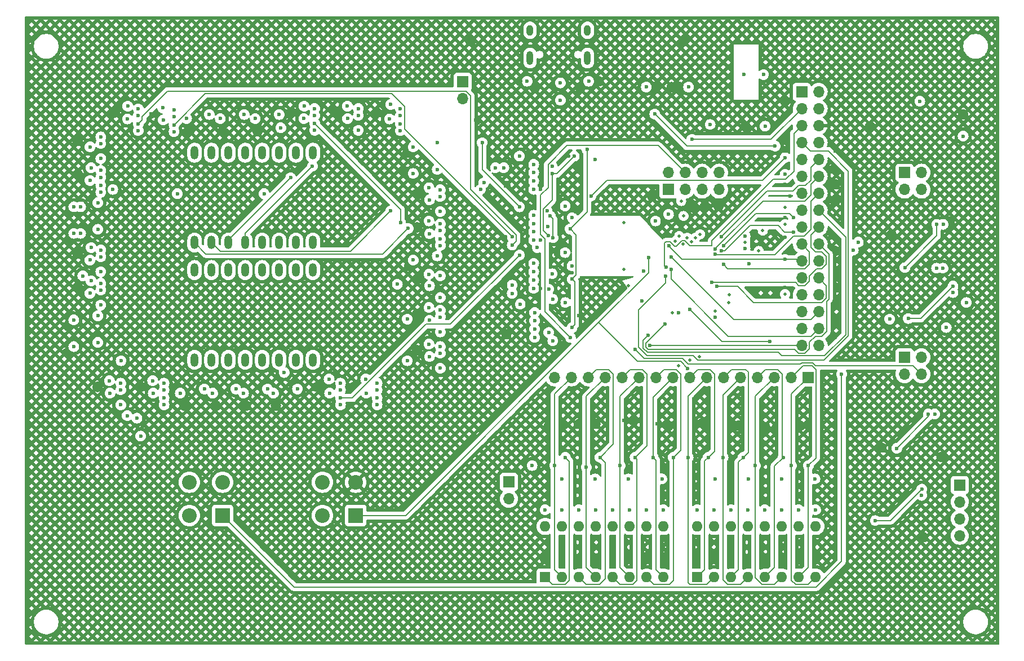
<source format=gbr>
%TF.GenerationSoftware,KiCad,Pcbnew,8.0.5*%
%TF.CreationDate,2024-11-20T12:06:12-07:00*%
%TF.ProjectId,CMPE2750,434d5045-3237-4353-902e-6b696361645f,rev?*%
%TF.SameCoordinates,Original*%
%TF.FileFunction,Copper,L4,Inr*%
%TF.FilePolarity,Positive*%
%FSLAX46Y46*%
G04 Gerber Fmt 4.6, Leading zero omitted, Abs format (unit mm)*
G04 Created by KiCad (PCBNEW 8.0.5) date 2024-11-20 12:06:12*
%MOMM*%
%LPD*%
G01*
G04 APERTURE LIST*
%TA.AperFunction,ComponentPad*%
%ADD10R,1.600000X1.600000*%
%TD*%
%TA.AperFunction,ComponentPad*%
%ADD11O,1.600000X1.600000*%
%TD*%
%TA.AperFunction,ComponentPad*%
%ADD12O,1.000000X2.100000*%
%TD*%
%TA.AperFunction,ComponentPad*%
%ADD13O,1.000000X1.600000*%
%TD*%
%TA.AperFunction,ComponentPad*%
%ADD14R,1.700000X1.700000*%
%TD*%
%TA.AperFunction,ComponentPad*%
%ADD15O,1.700000X1.700000*%
%TD*%
%TA.AperFunction,ComponentPad*%
%ADD16O,1.200000X2.000000*%
%TD*%
%TA.AperFunction,ComponentPad*%
%ADD17R,2.209800X2.209800*%
%TD*%
%TA.AperFunction,ComponentPad*%
%ADD18C,2.209800*%
%TD*%
%TA.AperFunction,ViaPad*%
%ADD19C,0.600000*%
%TD*%
%TA.AperFunction,ViaPad*%
%ADD20C,0.500000*%
%TD*%
%TA.AperFunction,Conductor*%
%ADD21C,0.200000*%
%TD*%
G04 APERTURE END LIST*
D10*
%TO.N,/b16*%
%TO.C,SW2*%
X132460000Y-130760000D03*
D11*
%TO.N,/b15*%
X135000000Y-130760000D03*
%TO.N,/b14*%
X137540000Y-130760000D03*
%TO.N,/b13*%
X140080000Y-130760000D03*
%TO.N,/b12*%
X142620000Y-130760000D03*
%TO.N,/b11*%
X145160000Y-130760000D03*
%TO.N,/b10*%
X147700000Y-130760000D03*
%TO.N,/b9*%
X150240000Y-130760000D03*
%TO.N,VDD*%
X150240000Y-123140000D03*
X147700000Y-123140000D03*
X145160000Y-123140000D03*
X142620000Y-123140000D03*
X140080000Y-123140000D03*
X137540000Y-123140000D03*
X135000000Y-123140000D03*
X132460000Y-123140000D03*
%TD*%
D12*
%TO.N,Net-(J6-SHIELD)*%
%TO.C,J6*%
X138820000Y-52780000D03*
D13*
X138820000Y-48600000D03*
D12*
X130180000Y-52780000D03*
D13*
X130180000Y-48600000D03*
%TD*%
D14*
%TO.N,/filters and amps/V_{DAC}*%
%TO.C,J8*%
X186460000Y-70000000D03*
D15*
%TO.N,/filters and amps/Ooutput_2b*%
X189000000Y-70000000D03*
%TO.N,/filters and amps/out_filt_input*%
X186460000Y-72540000D03*
%TO.N,/filters and amps/out_conditioning*%
X189000000Y-72540000D03*
%TD*%
D16*
%TO.N,/Display/t1*%
%TO.C,U10*%
X79800000Y-80500000D03*
%TO.N,/Display/t2*%
X82340000Y-80500000D03*
%TO.N,/Display/t3*%
X84880000Y-80500000D03*
%TO.N,/Display/t4*%
X87420000Y-80500000D03*
%TO.N,/Display/t5*%
X89960000Y-80500000D03*
%TO.N,/Display/t6*%
X92500000Y-80500000D03*
%TO.N,/Display/t7*%
X95040000Y-80500000D03*
%TO.N,/Display/t8*%
X97580000Y-80500000D03*
%TO.N,/Display/t9*%
X97580000Y-67000000D03*
%TO.N,/Display/t10*%
X95040000Y-67000000D03*
%TO.N,/Display/t11*%
X92500000Y-67000000D03*
%TO.N,/Display/t12*%
X89960000Y-67000000D03*
%TO.N,/Display/t13*%
X87420000Y-67000000D03*
%TO.N,/Display/t14*%
X84880000Y-67000000D03*
%TO.N,/Display/t15*%
X82340000Y-67000000D03*
%TO.N,/Display/t16*%
X79800000Y-67000000D03*
%TD*%
D14*
%TO.N,/ADC*%
%TO.C,J3*%
X171000000Y-57850000D03*
D15*
%TO.N,VBUS*%
X173540000Y-57850000D03*
%TO.N,/PC1*%
X171000000Y-60390000D03*
%TO.N,VDD*%
X173540000Y-60390000D03*
%TO.N,/PC2*%
X171000000Y-62930000D03*
%TO.N,GND*%
X173540000Y-62930000D03*
%TO.N,/PC3*%
X171000000Y-65470000D03*
%TO.N,-5V*%
X173540000Y-65470000D03*
%TO.N,/~{SRCLR}*%
X171000000Y-68010000D03*
%TO.N,/PA0*%
X173540000Y-68010000D03*
%TO.N,/~{RCL}*%
X171000000Y-70550000D03*
%TO.N,/PA1*%
X173540000Y-70550000D03*
%TO.N,/PC6*%
X171000000Y-73090000D03*
%TO.N,/PA2*%
X173540000Y-73090000D03*
%TO.N,/PC7*%
X171000000Y-75630000D03*
%TO.N,/PA3*%
X173540000Y-75630000D03*
%TO.N,/PC8*%
X171000000Y-78170000D03*
%TO.N,/DAC*%
X173540000Y-78170000D03*
%TO.N,/PC9*%
X171000000Y-80710000D03*
%TO.N,/1.25V*%
X173540000Y-80710000D03*
%TO.N,/PC13*%
X171000000Y-83250000D03*
%TO.N,/PA6*%
X173540000Y-83250000D03*
%TO.N,/NRST*%
X171000000Y-85790000D03*
%TO.N,/PA7*%
X173540000Y-85790000D03*
%TO.N,/BOOT0*%
X171000000Y-88330000D03*
%TO.N,/PA8*%
X173540000Y-88330000D03*
%TO.N,unconnected-(J3-Pin_27-Pad27)*%
X171000000Y-90870000D03*
%TO.N,/PH0*%
X173540000Y-90870000D03*
%TO.N,unconnected-(J3-Pin_29-Pad29)*%
X171000000Y-93410000D03*
%TO.N,/PH1*%
X173540000Y-93410000D03*
%TO.N,VDDA*%
X171000000Y-95950000D03*
%TO.N,/PD2*%
X173540000Y-95950000D03*
%TD*%
D10*
%TO.N,/b8*%
%TO.C,SW3*%
X155320000Y-130760000D03*
D11*
%TO.N,/b7*%
X157860000Y-130760000D03*
%TO.N,/b6*%
X160400000Y-130760000D03*
%TO.N,/b5*%
X162940000Y-130760000D03*
%TO.N,/b4*%
X165480000Y-130760000D03*
%TO.N,/b3*%
X168020000Y-130760000D03*
%TO.N,/b2*%
X170560000Y-130760000D03*
%TO.N,/b1*%
X173100000Y-130760000D03*
%TO.N,VDD*%
X173100000Y-123140000D03*
X170560000Y-123140000D03*
X168020000Y-123140000D03*
X165480000Y-123140000D03*
X162940000Y-123140000D03*
X160400000Y-123140000D03*
X157860000Y-123140000D03*
X155320000Y-123140000D03*
%TD*%
D14*
%TO.N,/SER{slash}MOSI*%
%TO.C,J2*%
X150960000Y-72540000D03*
D15*
%TO.N,/Display/SER*%
X150960000Y-70000000D03*
%TO.N,/SO{slash}MISO*%
X153500000Y-72540000D03*
%TO.N,/Display/SO*%
X153500000Y-70000000D03*
%TO.N,/SRCLK{slash}CLK*%
X156040000Y-72540000D03*
%TO.N,/Display/SRCLK*%
X156040000Y-70000000D03*
%TO.N,/RCLK{slash}CS*%
X158580000Y-72540000D03*
%TO.N,/Display/RCLK*%
X158580000Y-70000000D03*
%TD*%
D14*
%TO.N,VBUS*%
%TO.C,J9*%
X120080000Y-56345000D03*
D15*
%TO.N,/Display/V_{DISP}*%
X120080000Y-58885000D03*
%TD*%
D14*
%TO.N,OUT*%
%TO.C,J5*%
X194750000Y-116920000D03*
D15*
%TO.N,Net-(J5-Pin_2)*%
X194750000Y-119460000D03*
%TO.N,Net-(J5-Pin_3)*%
X194750000Y-122000000D03*
%TO.N,Net-(J5-Pin_4)*%
X194750000Y-124540000D03*
%TD*%
D14*
%TO.N,/b1*%
%TO.C,J4*%
X171980000Y-100750000D03*
D15*
%TO.N,/b2*%
X169440000Y-100750000D03*
%TO.N,/b3*%
X166900000Y-100750000D03*
%TO.N,/b4*%
X164360000Y-100750000D03*
%TO.N,/b5*%
X161820000Y-100750000D03*
%TO.N,/b6*%
X159280000Y-100750000D03*
%TO.N,/b7*%
X156740000Y-100750000D03*
%TO.N,/b8*%
X154200000Y-100750000D03*
%TO.N,/b9*%
X151660000Y-100750000D03*
%TO.N,/b10*%
X149120000Y-100750000D03*
%TO.N,/b11*%
X146580000Y-100750000D03*
%TO.N,/b12*%
X144040000Y-100750000D03*
%TO.N,/b13*%
X141500000Y-100750000D03*
%TO.N,/b14*%
X138960000Y-100750000D03*
%TO.N,/b15*%
X136420000Y-100750000D03*
%TO.N,/b16*%
X133880000Y-100750000D03*
%TD*%
D17*
%TO.N,/PH0*%
%TO.C,SW4*%
X84000000Y-121500000D03*
D18*
%TO.N,VDD*%
X84000000Y-116500000D03*
%TO.N,Net-(C32-Pad2)*%
X79000000Y-116500000D03*
%TO.N,Net-(C32-Pad1)*%
X79000000Y-121500000D03*
%TD*%
D14*
%TO.N,/filters and amps/conditioned_input*%
%TO.C,J7*%
X186460000Y-97725000D03*
D15*
%TO.N,/filters and amps/Output_2a*%
X189000000Y-97725000D03*
%TO.N,/filters and amps/in_filter_input*%
X186460000Y-100265000D03*
%TO.N,/ADC*%
X189000000Y-100265000D03*
%TD*%
D14*
%TO.N,VBUS*%
%TO.C,J10*%
X127000000Y-116460000D03*
D15*
%TO.N,/switches/switch_leds/sl_power*%
X127000000Y-119000000D03*
%TD*%
D17*
%TO.N,/NRST*%
%TO.C,SW1*%
X104000000Y-121500000D03*
D18*
%TO.N,GND*%
X104000000Y-116500000D03*
%TO.N,Net-(C8-Pad2)*%
X99000000Y-116500000D03*
%TO.N,Net-(C8-Pad1)*%
X99000000Y-121500000D03*
%TD*%
D16*
%TO.N,/Display/b1*%
%TO.C,U11*%
X79800000Y-98120000D03*
%TO.N,/Display/b2*%
X82340000Y-98120000D03*
%TO.N,/Display/b3*%
X84880000Y-98120000D03*
%TO.N,/Display/b4*%
X87420000Y-98120000D03*
%TO.N,/Display/b5*%
X89960000Y-98120000D03*
%TO.N,/Display/b6*%
X92500000Y-98120000D03*
%TO.N,/Display/b7*%
X95040000Y-98120000D03*
%TO.N,/Display/b8*%
X97580000Y-98120000D03*
%TO.N,/Display/b9*%
X97580000Y-84620000D03*
%TO.N,/Display/b10*%
X95040000Y-84620000D03*
%TO.N,/Display/b11*%
X92500000Y-84620000D03*
%TO.N,/Display/b12*%
X89960000Y-84620000D03*
%TO.N,/Display/b13*%
X87420000Y-84620000D03*
%TO.N,/Display/b14*%
X84880000Y-84620000D03*
%TO.N,/Display/b15*%
X82340000Y-84620000D03*
%TO.N,/Display/b16*%
X79800000Y-84620000D03*
%TD*%
D19*
%TO.N,VDD*%
X162500000Y-79520000D03*
X157250000Y-62750000D03*
X149040000Y-77250000D03*
X135500000Y-89500000D03*
X135460000Y-82000000D03*
X140000000Y-68000000D03*
X154006600Y-57124400D03*
X152500000Y-91000000D03*
X130500000Y-114000000D03*
X135460000Y-75000000D03*
X151000000Y-76250000D03*
X158020000Y-91750000D03*
X147000000Y-89287500D03*
X165500000Y-63000000D03*
%TO.N,GND*%
X148926600Y-57124400D03*
X152736600Y-57124400D03*
X157840000Y-128000000D03*
X84000000Y-63750000D03*
X130925000Y-57250000D03*
X176000000Y-87240000D03*
X60750000Y-93000000D03*
X168500000Y-66730000D03*
X176000000Y-84750000D03*
X156250000Y-107500000D03*
X129610000Y-82375000D03*
X147680000Y-128000000D03*
X94330000Y-60920000D03*
X161500000Y-108000000D03*
X172250000Y-108000000D03*
X176000000Y-66750000D03*
X193225000Y-77345000D03*
X135980000Y-67500000D03*
X111500000Y-70000000D03*
X195250000Y-61250000D03*
X137510000Y-91500000D03*
X183000000Y-111300000D03*
X98205000Y-102170000D03*
X168500000Y-71740000D03*
X145750000Y-107250000D03*
X137520000Y-128000000D03*
X150220000Y-128000000D03*
X133000000Y-108000000D03*
D20*
X150000000Y-77250000D03*
D19*
X155300000Y-128000000D03*
X176000000Y-69250000D03*
X162300000Y-55250000D03*
X165500000Y-108250000D03*
D20*
X145000000Y-87000000D03*
D19*
X134540000Y-89500000D03*
X113205000Y-73120000D03*
X168500000Y-61730000D03*
X168500000Y-69230000D03*
X134980000Y-128000000D03*
X137500000Y-107750000D03*
X78250000Y-105000000D03*
X176000000Y-92240000D03*
X113205000Y-96670000D03*
X129610000Y-67500000D03*
X176000000Y-74240000D03*
X128750000Y-56250000D03*
X168500000Y-81990000D03*
X153250000Y-50250000D03*
X140500000Y-56250000D03*
X176000000Y-71740000D03*
X131760000Y-80125000D03*
X129610000Y-75125000D03*
D20*
X162500000Y-80480000D03*
D19*
X195735000Y-90500000D03*
X62205000Y-70220000D03*
D20*
X151960000Y-76250000D03*
D19*
X136500000Y-85010000D03*
X140000000Y-107750000D03*
X168500000Y-59250000D03*
X126490000Y-72000000D03*
X168500000Y-76750000D03*
X170540000Y-128000000D03*
D20*
X151540000Y-91000000D03*
D19*
X168500000Y-79700000D03*
X122055000Y-62120000D03*
X113205000Y-91220000D03*
X73205000Y-61120000D03*
X176000000Y-94740000D03*
X160380000Y-128000000D03*
D20*
X144250000Y-84500000D03*
D19*
X65205000Y-102170000D03*
X154750000Y-107500000D03*
X176000000Y-89740000D03*
X107205000Y-60970000D03*
X113205000Y-86045000D03*
X165460000Y-128000000D03*
X61000000Y-80000000D03*
X184475000Y-79295000D03*
X134500000Y-82000000D03*
X162550000Y-63000000D03*
X127000000Y-82250000D03*
X67830000Y-60970000D03*
X134500000Y-75000000D03*
X168500000Y-64250000D03*
X160000000Y-108000000D03*
X137760000Y-68750000D03*
X131760000Y-87375000D03*
X112000000Y-84000000D03*
D20*
X144250000Y-77500000D03*
X158020000Y-90750000D03*
D19*
X61000000Y-76000000D03*
X140060000Y-128000000D03*
X121250000Y-50250000D03*
X169250000Y-73500000D03*
X167250000Y-108250000D03*
X170750000Y-108000000D03*
X62205000Y-65170000D03*
X176000000Y-81750000D03*
X137750000Y-57250000D03*
X151466600Y-57124400D03*
X113205000Y-78220000D03*
X151000000Y-108000000D03*
X144320000Y-107250000D03*
X100892500Y-60920000D03*
X136500000Y-75740000D03*
X132440000Y-128000000D03*
X103705000Y-102170000D03*
X131760000Y-72500000D03*
X181250000Y-63000000D03*
X89250000Y-63750000D03*
X162920000Y-128000000D03*
X92000000Y-105000000D03*
D20*
X156500000Y-75000000D03*
D19*
X83000000Y-105000000D03*
X129747500Y-89750000D03*
X168500000Y-87230000D03*
X145140000Y-128000000D03*
X149290000Y-107750000D03*
X173080000Y-128000000D03*
X60750000Y-97000000D03*
X126627500Y-94250000D03*
X131897500Y-94750000D03*
X111750000Y-67000000D03*
X189250000Y-124750000D03*
X62205000Y-87170000D03*
X126490000Y-86875000D03*
X87500000Y-105000000D03*
D20*
X158500000Y-75000000D03*
D19*
X79000000Y-63750000D03*
X71705000Y-102170000D03*
D20*
X148500000Y-73510000D03*
X154500000Y-75000000D03*
D19*
X168000000Y-128000000D03*
X62205000Y-82170000D03*
X135000000Y-108000000D03*
X142600000Y-128000000D03*
X126490000Y-79625000D03*
X192000000Y-112710000D03*
%TO.N,VBUS*%
X190980000Y-106250000D03*
X129750000Y-56250000D03*
X192225000Y-84345000D03*
X193725000Y-88000000D03*
X192250000Y-77750000D03*
X165250000Y-55250000D03*
X188750000Y-59250000D03*
X139000000Y-56250000D03*
X189025000Y-118475000D03*
%TO.N,-5V*%
X187000000Y-91905000D03*
X191290000Y-77750000D03*
X186500000Y-84250000D03*
X191265000Y-84345000D03*
X190020000Y-106250000D03*
X193725000Y-87040000D03*
X192715000Y-93250000D03*
X182050000Y-122270000D03*
X189050000Y-117540000D03*
X185275000Y-111405000D03*
X195250000Y-64500000D03*
%TO.N,/Display/V_{DISP}*%
X73500000Y-101250000D03*
X69750000Y-60000000D03*
X96250000Y-60000000D03*
X109250000Y-59750000D03*
X97830000Y-60360000D03*
X116705000Y-96110000D03*
X105500000Y-101000000D03*
X116705000Y-85485000D03*
X110705000Y-60410000D03*
X100000000Y-101000000D03*
X115000000Y-77250000D03*
X115000000Y-72250000D03*
X64250000Y-86250000D03*
X116705000Y-72560000D03*
X75205000Y-101610000D03*
X115000000Y-95750000D03*
X116705000Y-77660000D03*
X67000000Y-101250000D03*
X104392500Y-60360000D03*
X101705000Y-101610000D03*
X115000000Y-85250000D03*
X65705000Y-69660000D03*
X71330000Y-60410000D03*
X115000000Y-90250000D03*
X64250000Y-81250000D03*
X65705000Y-86610000D03*
X65705000Y-64610000D03*
X116705000Y-90660000D03*
X102750000Y-60000000D03*
X65705000Y-81610000D03*
X64250000Y-69250000D03*
X75000000Y-60250000D03*
X76705000Y-60560000D03*
X107205000Y-101610000D03*
X68705000Y-101610000D03*
%TO.N,Net-(D3-A)*%
X132450000Y-120650000D03*
%TO.N,Net-(D4-K)*%
X135000000Y-116000000D03*
%TO.N,Net-(D4-A)*%
X134990000Y-120650000D03*
%TO.N,Net-(D5-A)*%
X137530000Y-120650000D03*
%TO.N,Net-(D6-K)*%
X140000000Y-116000000D03*
%TO.N,Net-(D6-A)*%
X140070000Y-120650000D03*
%TO.N,Net-(D7-A)*%
X147690000Y-120650000D03*
%TO.N,Net-(D8-K)*%
X145000000Y-116000000D03*
%TO.N,Net-(D8-A)*%
X145150000Y-120650000D03*
%TO.N,Net-(D9-A)*%
X150230000Y-120650000D03*
%TO.N,Net-(D9-K)*%
X150000000Y-116000000D03*
%TO.N,Net-(D10-A)*%
X142610000Y-120650000D03*
%TO.N,Net-(D11-A)*%
X160390000Y-120650000D03*
%TO.N,Net-(D12-K)*%
X158000000Y-116000000D03*
%TO.N,Net-(D12-A)*%
X157850000Y-120650000D03*
%TO.N,Net-(D13-A)*%
X162930000Y-120650000D03*
%TO.N,Net-(D13-K)*%
X163000000Y-116000000D03*
%TO.N,Net-(D14-A)*%
X155310000Y-120650000D03*
%TO.N,Net-(D15-A)*%
X165470000Y-120650000D03*
%TO.N,Net-(D16-K)*%
X168000000Y-116000000D03*
%TO.N,Net-(D16-A)*%
X168010000Y-120650000D03*
%TO.N,Net-(D17-A)*%
X170550000Y-120650000D03*
%TO.N,Net-(D18-A)*%
X173090000Y-120650000D03*
%TO.N,Net-(D18-K)*%
X173000000Y-116000000D03*
%TO.N,VDDA*%
X148200000Y-95950000D03*
%TO.N,Net-(J1-Pin_13)*%
X147656600Y-57124400D03*
X162500000Y-81401470D03*
%TO.N,/NRST*%
X153879265Y-99381597D03*
X148000000Y-82750000D03*
X167000000Y-66000000D03*
X148926600Y-61188400D03*
%TO.N,/Display/SO*%
X136250000Y-94750000D03*
%TO.N,/Display/RCLK*%
X136200735Y-78450735D03*
X138750000Y-66515000D03*
X136500000Y-93250000D03*
X136500000Y-86000000D03*
%TO.N,/PC1*%
X154500000Y-65000000D03*
X147250000Y-84750000D03*
%TO.N,/PC2*%
X150653321Y-84212816D03*
%TO.N,/ADC*%
X145972100Y-96515072D03*
%TO.N,/~{RCL}*%
X136828529Y-67500000D03*
X132910999Y-79470545D03*
X133000000Y-94000000D03*
X168500000Y-70250000D03*
X133000000Y-87500000D03*
X133500000Y-70151472D03*
%TO.N,/PC13*%
X168500000Y-83010000D03*
X151016940Y-80983060D03*
%TO.N,/PC3*%
X150580442Y-85523362D03*
D20*
%TO.N,/PC7*%
X168500000Y-75250000D03*
X165150000Y-78678529D03*
%TO.N,/PC8*%
X168500000Y-77750000D03*
X164550000Y-81750000D03*
D19*
%TO.N,/PC9*%
X159250000Y-83750000D03*
%TO.N,/~{SRCLR}*%
X139350000Y-73500000D03*
X133655756Y-79770005D03*
X133510999Y-85190472D03*
X133600000Y-89000000D03*
X168500000Y-67750000D03*
X133600000Y-95250000D03*
X133225000Y-76500000D03*
%TO.N,/b3*%
X164040000Y-114000000D03*
D20*
X160000000Y-89500000D03*
D19*
%TO.N,/b5*%
X159190000Y-112760000D03*
D20*
X155000000Y-79750000D03*
D19*
%TO.N,/b1*%
X169460000Y-114000000D03*
D20*
X160075000Y-88344063D03*
%TO.N,/b6*%
X154400000Y-80376102D03*
D19*
X162210000Y-112760000D03*
D20*
%TO.N,/b4*%
X155750000Y-79250000D03*
D19*
X168210000Y-112760000D03*
%TO.N,/b2*%
X172000000Y-114000000D03*
%TO.N,OUT*%
X195735000Y-89500000D03*
%TO.N,/D-*%
X158892228Y-81715544D03*
X169750000Y-78900000D03*
%TO.N,/D+*%
X169750000Y-76750000D03*
X159250000Y-81000000D03*
X134750000Y-56500000D03*
X134750000Y-59091400D03*
%TO.N,Net-(Q1-G)*%
X71330000Y-61430000D03*
X69705000Y-61920000D03*
%TO.N,/Display/t1*%
X111877739Y-78372261D03*
%TO.N,Net-(Q11-D)*%
X116705000Y-78680000D03*
X115080000Y-79170000D03*
%TO.N,Net-(Q12-D)*%
X75080000Y-62070000D03*
X76705000Y-61580000D03*
%TO.N,/Display/t2*%
X109250000Y-75750000D03*
%TO.N,Net-(Q13-D)*%
X115080000Y-74070000D03*
X116705000Y-73580000D03*
%TO.N,/Display/t7*%
X77192734Y-73150000D03*
%TO.N,Net-(Q14-D)*%
X65705000Y-70680000D03*
X64080000Y-71170000D03*
%TO.N,Net-(Q15-D)*%
X96205000Y-61870000D03*
X97830000Y-61380000D03*
%TO.N,Net-(Q16-D)*%
X102767500Y-61870000D03*
X104392500Y-61380000D03*
%TO.N,Net-(Q17-D)*%
X64080000Y-66120000D03*
X65705000Y-65630000D03*
%TO.N,/Display/t8*%
X90230000Y-73150000D03*
%TO.N,Net-(Q18-D)*%
X109080000Y-61920000D03*
X110705000Y-61430000D03*
%TO.N,Net-(Q10-G)*%
X71330000Y-63680000D03*
%TO.N,Net-(Q11-G)*%
X116705000Y-80930000D03*
%TO.N,Net-(Q12-G)*%
X76705000Y-63830000D03*
%TO.N,Net-(Q13-G)*%
X116705000Y-75830000D03*
%TO.N,Net-(Q14-G)*%
X65705000Y-72930000D03*
%TO.N,Net-(Q15-G)*%
X97830000Y-63630000D03*
%TO.N,Net-(Q16-G)*%
X104392500Y-63630000D03*
%TO.N,Net-(Q17-G)*%
X65705000Y-67880000D03*
%TO.N,Net-(Q18-G)*%
X110705000Y-63680000D03*
%TO.N,Net-(Q19-G)*%
X64080000Y-83120000D03*
X65705000Y-82630000D03*
%TO.N,Net-(Q20-G)*%
X105580000Y-103120000D03*
X107205000Y-102630000D03*
%TO.N,Net-(Q21-G)*%
X65705000Y-87630000D03*
X64080000Y-88120000D03*
%TO.N,/Display/b15*%
X63000000Y-85500000D03*
%TO.N,Net-(Q22-G)*%
X101705000Y-102630000D03*
X100080000Y-103120000D03*
%TO.N,/Display/b7*%
X93250000Y-100020000D03*
%TO.N,Net-(Q23-G)*%
X73580000Y-103120000D03*
X75205000Y-102630000D03*
%TO.N,Net-(Q24-G)*%
X115080000Y-86995000D03*
%TO.N,Net-(Q25-G)*%
X116705000Y-91680000D03*
X115080000Y-92170000D03*
%TO.N,/Display/b10*%
X111750000Y-92000000D03*
%TO.N,Net-(Q26-G)*%
X67080000Y-103120000D03*
X68705000Y-102630000D03*
%TO.N,/Display/b8*%
X68750000Y-98250000D03*
%TO.N,/Display/b9*%
X111750000Y-98250000D03*
%TO.N,Net-(Q27-G)*%
X115080000Y-97620000D03*
X116705000Y-97130000D03*
%TO.N,Net-(Q28-G)*%
X65705000Y-84880000D03*
%TO.N,Net-(Q29-G)*%
X107205000Y-104880000D03*
%TO.N,Net-(Q30-G)*%
X65705000Y-89880000D03*
%TO.N,Net-(Q31-G)*%
X101705000Y-104880000D03*
%TO.N,Net-(Q32-G)*%
X75205000Y-104880000D03*
%TO.N,Net-(Q33-G)*%
X116705000Y-88755000D03*
%TO.N,Net-(Q34-G)*%
X116705000Y-93930000D03*
%TO.N,Net-(Q35-G)*%
X68705000Y-104880000D03*
%TO.N,Net-(Q36-G)*%
X116705000Y-99380000D03*
%TO.N,Net-(Q37-G)*%
X88892500Y-61870000D03*
%TO.N,Net-(Q37-D)*%
X92500000Y-61250000D03*
%TO.N,Net-(Q38-G)*%
X78580000Y-61870000D03*
%TO.N,Net-(Q38-D)*%
X82000000Y-61250000D03*
%TO.N,Net-(Q39-G)*%
X83642500Y-61870000D03*
%TO.N,Net-(Q39-D)*%
X87250000Y-61250000D03*
%TO.N,Net-(Q40-G)*%
X112642500Y-66120000D03*
%TO.N,Net-(Q40-D)*%
X116250000Y-65500000D03*
%TO.N,Net-(Q41-D)*%
X116250000Y-69500000D03*
%TO.N,Net-(Q41-G)*%
X112642500Y-70120000D03*
%TO.N,Net-(Q42-D)*%
X65250000Y-74500000D03*
%TO.N,Net-(Q42-G)*%
X61642500Y-75120000D03*
%TO.N,Net-(Q43-G)*%
X61642500Y-79120000D03*
%TO.N,Net-(Q43-D)*%
X65250000Y-78500000D03*
%TO.N,Net-(Q44-G)*%
X112642500Y-83120000D03*
%TO.N,Net-(Q44-D)*%
X116250000Y-82500000D03*
%TO.N,Net-(Q45-G)*%
X61642500Y-92120000D03*
%TO.N,Net-(Q45-D)*%
X65250000Y-91500000D03*
%TO.N,Net-(Q46-G)*%
X61642500Y-96120000D03*
%TO.N,Net-(Q46-D)*%
X65250000Y-95500000D03*
%TO.N,Net-(Q47-D)*%
X90750000Y-102500000D03*
%TO.N,Net-(Q47-G)*%
X87142500Y-103120000D03*
%TO.N,Net-(Q48-G)*%
X91642500Y-103120000D03*
%TO.N,Net-(Q48-D)*%
X95250000Y-102500000D03*
%TO.N,Net-(Q49-G)*%
X77642500Y-103120000D03*
%TO.N,Net-(Q49-D)*%
X81250000Y-102500000D03*
%TO.N,Net-(Q50-D)*%
X86000000Y-102500000D03*
%TO.N,Net-(Q50-G)*%
X82517500Y-103120000D03*
D20*
%TO.N,/BOOT0*%
X153250000Y-76500000D03*
X168500000Y-88250000D03*
D19*
%TO.N,/PA0*%
X158901471Y-79651471D03*
%TO.N,/PA1*%
X158000000Y-81449997D03*
%TO.N,/PA2*%
X158000000Y-82250000D03*
%TO.N,/PA3*%
X147950735Y-94450735D03*
%TO.N,/PA6*%
X154150000Y-90500000D03*
X166250000Y-95350000D03*
%TO.N,/PA7*%
X158250000Y-87100000D03*
%TO.N,/PA8*%
X163051472Y-83650000D03*
%TO.N,/PH0*%
X151400000Y-82669063D03*
X177000000Y-100250000D03*
%TO.N,/PH1*%
X151400000Y-84500000D03*
D20*
%TO.N,/PD2*%
X152890000Y-74250000D03*
D19*
%TO.N,/filters and amps/V_{OFF}*%
X184215000Y-92000000D03*
X179500000Y-80435000D03*
%TO.N,/Display/p16*%
X127510000Y-80875000D03*
X71330000Y-62660000D03*
%TO.N,/Display/p1*%
X133500000Y-69000000D03*
X116705000Y-79910000D03*
%TO.N,/Display/p15*%
X127510000Y-79625000D03*
X76705000Y-62810000D03*
%TO.N,/Display/p2*%
X128590000Y-67500000D03*
%TO.N,/Display/p7*%
X65705000Y-71910000D03*
X123250000Y-71500000D03*
%TO.N,/Display/p11*%
X130740000Y-76375000D03*
X110750000Y-77500000D03*
X97830000Y-62610000D03*
%TO.N,/Display/p10*%
X123000000Y-65500000D03*
X128590000Y-75125000D03*
%TO.N,/Display/p8*%
X122750000Y-72500000D03*
X67500000Y-72510000D03*
%TO.N,/Display/p9*%
X110705000Y-62660000D03*
X136500000Y-76760000D03*
%TO.N,/Display/p17*%
X107205000Y-103860000D03*
X136495000Y-83995000D03*
%TO.N,/Display/p18*%
X101705000Y-103860000D03*
X128590000Y-82375000D03*
%TO.N,/Display/p23*%
X75205000Y-103860000D03*
X127510000Y-86875000D03*
%TO.N,/Display/p27*%
X130877500Y-91000000D03*
%TO.N,/Display/p26*%
X128727500Y-89750000D03*
%TO.N,/Display/p24*%
X127510000Y-88125000D03*
X69661317Y-106500000D03*
%TO.N,/Display/t12*%
X92750000Y-63250000D03*
%TO.N,/Display/t4*%
X97500000Y-69000000D03*
%TO.N,/Display/t3*%
X94230000Y-70750000D03*
%TO.N,/Display/p12*%
X132737500Y-75737500D03*
X130740000Y-77625000D03*
%TO.N,/Display/p14*%
X131250000Y-81250000D03*
X130740000Y-80125000D03*
%TO.N,/Display/p13*%
X130740000Y-78875000D03*
X132864767Y-78114767D03*
%TO.N,/Display/p4*%
X125000000Y-69250000D03*
X130740000Y-70000000D03*
%TO.N,/Display/p3*%
X126250000Y-69250000D03*
X130740000Y-68750000D03*
%TO.N,/Display/p6*%
X130740000Y-72500000D03*
X62662500Y-75120000D03*
%TO.N,/Display/p5*%
X62662500Y-79120000D03*
X130740000Y-71250000D03*
%TO.N,/Display/p28*%
X130877500Y-92250000D03*
X110250000Y-86750000D03*
%TO.N,/Display/p30*%
X71685582Y-109564418D03*
X130877500Y-94750000D03*
%TO.N,/Display/p29*%
X71125000Y-106875000D03*
X130877500Y-93500000D03*
%TO.N,/Display/p20*%
X130740000Y-84875000D03*
%TO.N,/Display/p19*%
X130740000Y-83625000D03*
%TO.N,/Display/p22*%
X130740000Y-87375000D03*
%TO.N,/Display/p21*%
X130740000Y-86125000D03*
%TO.N,/b8*%
X156960000Y-112760000D03*
D20*
X153200000Y-80750000D03*
%TO.N,/b16*%
X155605862Y-97605862D03*
D19*
X135487500Y-112760000D03*
%TO.N,/b7*%
X153940000Y-112760000D03*
D20*
X153800000Y-79750000D03*
%TO.N,/b15*%
X154181597Y-98181597D03*
D19*
X133900000Y-114000000D03*
D20*
%TO.N,/b14*%
X152507332Y-99007332D03*
D19*
X140700000Y-112760000D03*
%TO.N,/b13*%
X138640000Y-114250000D03*
%TO.N,/b12*%
X145960000Y-112760000D03*
%TO.N,/b11*%
X143720000Y-114000000D03*
D20*
%TO.N,/b10*%
X152000000Y-80250000D03*
D19*
X151710000Y-112760000D03*
D20*
%TO.N,/b9*%
X152600000Y-79528379D03*
D19*
X148690000Y-112760000D03*
%TO.N,/1.25V*%
X178750000Y-81635000D03*
X150500000Y-92750000D03*
%TO.N,/DAC*%
X157500000Y-86500000D03*
%TD*%
D21*
%TO.N,-5V*%
X190020000Y-106660000D02*
X190020000Y-106250000D01*
X186500000Y-84250000D02*
X191290000Y-79460000D01*
X187000000Y-91905000D02*
X188860000Y-91905000D01*
X185275000Y-111405000D02*
X190020000Y-106660000D01*
X191290000Y-79460000D02*
X191290000Y-77750000D01*
X184320000Y-122270000D02*
X189050000Y-117540000D01*
X188860000Y-91905000D02*
X193725000Y-87040000D01*
X182050000Y-122270000D02*
X184320000Y-122270000D01*
%TO.N,VDDA*%
X148200000Y-95950000D02*
X171000000Y-95950000D01*
%TO.N,/NRST*%
X146300000Y-98300000D02*
X140500000Y-92500000D01*
X152797668Y-98300000D02*
X146300000Y-98300000D01*
X148926600Y-61188400D02*
X153738200Y-66000000D01*
X153879265Y-99381597D02*
X152797668Y-98300000D01*
X104000000Y-121500000D02*
X111500000Y-121500000D01*
X148000000Y-85000000D02*
X148000000Y-82750000D01*
X153738200Y-66000000D02*
X167000000Y-66000000D01*
X111500000Y-121500000D02*
X140500000Y-92500000D01*
X140500000Y-92500000D02*
X148000000Y-85000000D01*
%TO.N,/Display/SO*%
X132900000Y-68751471D02*
X135736471Y-65915000D01*
X132400000Y-90900000D02*
X132400000Y-79916471D01*
X149415000Y-65915000D02*
X153500000Y-70000000D01*
X135736471Y-65915000D02*
X149415000Y-65915000D01*
X136250000Y-94750000D02*
X132400000Y-90900000D01*
X132900000Y-72208529D02*
X132900000Y-68751471D01*
X131737500Y-79253971D02*
X131737500Y-73371029D01*
X132400000Y-79916471D02*
X131737500Y-79253971D01*
X131737500Y-73371029D02*
X132900000Y-72208529D01*
%TO.N,/Display/RCLK*%
X137100000Y-85400000D02*
X136500000Y-86000000D01*
X137100000Y-79350000D02*
X137100000Y-85400000D01*
X138750000Y-75901470D02*
X136200735Y-78450735D01*
X138750000Y-66515000D02*
X138750000Y-75901470D01*
X136200735Y-78450735D02*
X137100000Y-79350000D01*
X136910000Y-92840000D02*
X136500000Y-93250000D01*
X136910000Y-86410000D02*
X136910000Y-92840000D01*
X136500000Y-86000000D02*
X136910000Y-86410000D01*
%TO.N,/PC1*%
X154500000Y-65000000D02*
X166390000Y-65000000D01*
X166390000Y-65000000D02*
X171000000Y-60390000D01*
%TO.N,/PC2*%
X169850000Y-69748529D02*
X168598529Y-71000000D01*
X157522182Y-80182231D02*
X157522182Y-80977818D01*
X151265469Y-80383060D02*
X150616940Y-80383060D01*
X152972182Y-80200000D02*
X152146748Y-81025434D01*
X150616940Y-80383060D02*
X150416940Y-80583060D01*
X152146748Y-81025434D02*
X151907843Y-81025434D01*
X171000000Y-62930000D02*
X169850000Y-64080000D01*
X169850000Y-64080000D02*
X169850000Y-69748529D01*
X150416940Y-80583060D02*
X150416940Y-83976435D01*
X168598529Y-71000000D02*
X166704413Y-71000000D01*
X166704413Y-71000000D02*
X157522182Y-80182231D01*
X157522182Y-80977818D02*
X154205636Y-80977818D01*
X154205636Y-80977818D02*
X153427818Y-80200000D01*
X150416940Y-83976435D02*
X150653321Y-84212816D01*
X153427818Y-80200000D02*
X152972182Y-80200000D01*
X151907843Y-81025434D02*
X151265469Y-80383060D01*
%TO.N,/ADC*%
X171000000Y-98555862D02*
X172651548Y-98555862D01*
X145972100Y-96515072D02*
X147357028Y-97900000D01*
X173095686Y-99000000D02*
X187735000Y-99000000D01*
X172651548Y-98555862D02*
X173095686Y-99000000D01*
X187735000Y-99000000D02*
X189000000Y-100265000D01*
X153122182Y-97900000D02*
X153953779Y-98731597D01*
X170824265Y-98731597D02*
X171000000Y-98555862D01*
X153953779Y-98731597D02*
X170824265Y-98731597D01*
X147357028Y-97900000D02*
X153122182Y-97900000D01*
%TO.N,/~{RCL}*%
X134177057Y-70151472D02*
X133500000Y-70151472D01*
X133500000Y-70151472D02*
X133500000Y-74126471D01*
X132137500Y-75488971D02*
X132137500Y-78697046D01*
X133500000Y-74126471D02*
X132137500Y-75488971D01*
X136828529Y-67500000D02*
X134177057Y-70151472D01*
X132137500Y-78697046D02*
X132910999Y-79470545D01*
%TO.N,/PC13*%
X168500000Y-83010000D02*
X168510000Y-83000000D01*
X168500000Y-83010000D02*
X168490000Y-83000000D01*
X168490000Y-83000000D02*
X153000000Y-83000000D01*
X153000000Y-83000000D02*
X151016940Y-81016940D01*
X170750000Y-83000000D02*
X171000000Y-83250000D01*
X151016940Y-81016940D02*
X151016940Y-80983060D01*
X168510000Y-83000000D02*
X170750000Y-83000000D01*
%TO.N,/PC3*%
X146500000Y-96229901D02*
X147770099Y-97500000D01*
X146500000Y-90644216D02*
X146500000Y-96229901D01*
X178000000Y-69750000D02*
X175000000Y-66750000D01*
X154722182Y-97500000D02*
X155378044Y-98155862D01*
X174344138Y-98155862D02*
X178000000Y-94500000D01*
X150580442Y-85523362D02*
X150580442Y-86563774D01*
X172280000Y-66750000D02*
X171000000Y-65470000D01*
X150580442Y-86563774D02*
X146500000Y-90644216D01*
X147770099Y-97500000D02*
X154722182Y-97500000D01*
X178000000Y-94500000D02*
X178000000Y-69750000D01*
X175000000Y-66750000D02*
X172280000Y-66750000D01*
X155378044Y-98155862D02*
X174344138Y-98155862D01*
%TO.N,/PC9*%
X172150000Y-81860000D02*
X171000000Y-80710000D01*
X159250000Y-83750000D02*
X159900000Y-84400000D01*
X159900000Y-84400000D02*
X171476346Y-84400000D01*
X171476346Y-84400000D02*
X172150000Y-83726346D01*
X172150000Y-83726346D02*
X172150000Y-81860000D01*
%TO.N,/~{SRCLR}*%
X133655756Y-76930756D02*
X133655756Y-79770005D01*
X165100000Y-71150000D02*
X168500000Y-67750000D01*
X139350000Y-73500000D02*
X141700000Y-71150000D01*
X160750000Y-71150000D02*
X165100000Y-71150000D01*
X133225000Y-76500000D02*
X133655756Y-76930756D01*
X141700000Y-71150000D02*
X160750000Y-71150000D01*
%TO.N,/b3*%
X164040000Y-114000000D02*
X164040000Y-103610000D01*
X165024365Y-131860000D02*
X164040000Y-130875635D01*
X168020000Y-130760000D02*
X166920000Y-131860000D01*
X164040000Y-130875635D02*
X164040000Y-114000000D01*
X166920000Y-131860000D02*
X165024365Y-131860000D01*
X164040000Y-103610000D02*
X166900000Y-100750000D01*
%TO.N,/b5*%
X159190000Y-103380000D02*
X161820000Y-100750000D01*
X159190000Y-112760000D02*
X159190000Y-103380000D01*
X161840000Y-131860000D02*
X159860000Y-131860000D01*
X159190000Y-131190000D02*
X159190000Y-112760000D01*
X159860000Y-131860000D02*
X159190000Y-131190000D01*
X162940000Y-130760000D02*
X161840000Y-131860000D01*
%TO.N,/b1*%
X172000000Y-131860000D02*
X170104365Y-131860000D01*
X169460000Y-103270000D02*
X171980000Y-100750000D01*
X173100000Y-130760000D02*
X172000000Y-131860000D01*
X170104365Y-131860000D02*
X169460000Y-131215635D01*
X169460000Y-131215635D02*
X169460000Y-114000000D01*
X169460000Y-114000000D02*
X169460000Y-103270000D01*
%TO.N,/b6*%
X162210000Y-112760000D02*
X162970000Y-112000000D01*
X162970000Y-112000000D02*
X162970000Y-99970000D01*
X160400000Y-130760000D02*
X161500000Y-129660000D01*
X161500000Y-129660000D02*
X161500000Y-113470000D01*
X162600000Y-99600000D02*
X160430000Y-99600000D01*
X161500000Y-113470000D02*
X162210000Y-112760000D01*
X162970000Y-99970000D02*
X162600000Y-99600000D01*
X160430000Y-99600000D02*
X159280000Y-100750000D01*
%TO.N,/b4*%
X168210000Y-112760000D02*
X168050000Y-112600000D01*
X168050000Y-100273654D02*
X167376346Y-99600000D01*
X167376346Y-99600000D02*
X165510000Y-99600000D01*
X166920000Y-114050000D02*
X168210000Y-112760000D01*
X165510000Y-99600000D02*
X164360000Y-100750000D01*
X166920000Y-129320000D02*
X166920000Y-114050000D01*
X168050000Y-112600000D02*
X168050000Y-100273654D01*
X165480000Y-130760000D02*
X166920000Y-129320000D01*
%TO.N,/b2*%
X172000000Y-114000000D02*
X173130000Y-112870000D01*
X173130000Y-112870000D02*
X173130000Y-99600000D01*
X172000000Y-129320000D02*
X172000000Y-114000000D01*
X173130000Y-99600000D02*
X172530000Y-99000000D01*
X172530000Y-99000000D02*
X171190000Y-99000000D01*
X170560000Y-130760000D02*
X172000000Y-129320000D01*
X171190000Y-99000000D02*
X169440000Y-100750000D01*
%TO.N,/D-*%
X158892228Y-81715544D02*
X159455927Y-81715544D01*
X159455927Y-81715544D02*
X163220736Y-77950735D01*
X167450735Y-77950735D02*
X168400000Y-78900000D01*
X168400000Y-78900000D02*
X169750000Y-78900000D01*
X163220736Y-77950735D02*
X167450735Y-77950735D01*
%TO.N,/D+*%
X164100000Y-76150000D02*
X169150000Y-76150000D01*
X169150000Y-76150000D02*
X169750000Y-76750000D01*
X159250000Y-81000000D02*
X164100000Y-76150000D01*
%TO.N,/Display/t1*%
X111877739Y-78372261D02*
X108050000Y-82200000D01*
X81500000Y-82200000D02*
X79800000Y-80500000D01*
X108050000Y-82200000D02*
X81500000Y-82200000D01*
%TO.N,/Display/t2*%
X109250000Y-75750000D02*
X103200000Y-81800000D01*
X83640000Y-81800000D02*
X82340000Y-80500000D01*
X103200000Y-81800000D02*
X83640000Y-81800000D01*
%TO.N,/PA0*%
X158901471Y-79651471D02*
X165802942Y-72750000D01*
X172390000Y-71110000D02*
X172390000Y-69160000D01*
X171560000Y-71940000D02*
X172390000Y-71110000D01*
X170523654Y-71940000D02*
X171560000Y-71940000D01*
X169713654Y-72750000D02*
X170523654Y-71940000D01*
X165802942Y-72750000D02*
X169713654Y-72750000D01*
X172390000Y-69160000D02*
X173540000Y-68010000D01*
%TO.N,/PA1*%
X165161471Y-74240000D02*
X171476346Y-74240000D01*
X172390000Y-71700000D02*
X173540000Y-70550000D01*
X158000000Y-81401471D02*
X165161471Y-74240000D01*
X158000000Y-81449997D02*
X158000000Y-81401471D01*
X172390000Y-73326346D02*
X172390000Y-71700000D01*
X171476346Y-74240000D02*
X172390000Y-73326346D01*
%TO.N,/PA2*%
X166934456Y-82315544D02*
X169750000Y-79500000D01*
X172390000Y-74240000D02*
X173540000Y-73090000D01*
X158000000Y-82250000D02*
X158065544Y-82315544D01*
X169750000Y-79500000D02*
X171390000Y-79500000D01*
X171390000Y-79500000D02*
X172390000Y-78500000D01*
X158065544Y-82315544D02*
X166934456Y-82315544D01*
X172390000Y-78500000D02*
X172390000Y-74240000D01*
%TO.N,/PA3*%
X167500000Y-97000000D02*
X168000000Y-97500000D01*
X147950735Y-94450735D02*
X147200000Y-95201470D01*
X174434314Y-97500000D02*
X177600000Y-94334314D01*
X147200000Y-96364215D02*
X147835785Y-97000000D01*
X147835785Y-97000000D02*
X167500000Y-97000000D01*
X168000000Y-97500000D02*
X174434314Y-97500000D01*
X147200000Y-95201470D02*
X147200000Y-96364215D01*
X177600000Y-79690000D02*
X173540000Y-75630000D01*
X177600000Y-94334314D02*
X177600000Y-79690000D01*
%TO.N,/PA6*%
X154150000Y-90500000D02*
X159000000Y-95350000D01*
X159000000Y-95350000D02*
X166250000Y-95350000D01*
%TO.N,/PA7*%
X163750000Y-89500000D02*
X173996346Y-89500000D01*
X161350000Y-87100000D02*
X163750000Y-89500000D01*
X174690000Y-88806346D02*
X174690000Y-86940000D01*
X174690000Y-86940000D02*
X173540000Y-85790000D01*
X173996346Y-89500000D02*
X174690000Y-88806346D01*
X158250000Y-87100000D02*
X161350000Y-87100000D01*
%TO.N,/PH0*%
X177000000Y-128415635D02*
X177000000Y-100250000D01*
X160770000Y-92020000D02*
X172390000Y-92020000D01*
X84000000Y-121500000D02*
X94760000Y-132260000D01*
X94760000Y-132260000D02*
X173155635Y-132260000D01*
X151400000Y-82669063D02*
X151419063Y-82669063D01*
X151419063Y-82669063D02*
X160770000Y-92020000D01*
X173155635Y-132260000D02*
X177000000Y-128415635D01*
X172390000Y-92020000D02*
X173540000Y-90870000D01*
%TO.N,/PH1*%
X151400000Y-84500000D02*
X151400000Y-85978530D01*
X151400000Y-85978530D02*
X159981470Y-94560000D01*
X172390000Y-94560000D02*
X173540000Y-93410000D01*
X159981470Y-94560000D02*
X172390000Y-94560000D01*
%TO.N,/Display/p16*%
X71930000Y-61546471D02*
X71930000Y-62060000D01*
X121230000Y-72496471D02*
X121230000Y-58408654D01*
X71930000Y-62060000D02*
X71330000Y-62660000D01*
X120556346Y-57735000D02*
X75741471Y-57735000D01*
X128110000Y-79376471D02*
X121230000Y-72496471D01*
X121230000Y-58408654D02*
X120556346Y-57735000D01*
X128110000Y-80275000D02*
X128110000Y-79376471D01*
X75741471Y-57735000D02*
X71930000Y-61546471D01*
X127510000Y-80875000D02*
X128110000Y-80275000D01*
%TO.N,/Display/p15*%
X111305000Y-60055000D02*
X109385000Y-58135000D01*
X111305000Y-63420000D02*
X111305000Y-60055000D01*
X127510000Y-79625000D02*
X111305000Y-63420000D01*
X81380000Y-58135000D02*
X76705000Y-62810000D01*
X109385000Y-58135000D02*
X81380000Y-58135000D01*
%TO.N,/Display/p11*%
X110750000Y-77500000D02*
X110750000Y-75530000D01*
X110750000Y-75530000D02*
X97830000Y-62610000D01*
%TO.N,/Display/p10*%
X123000000Y-69535000D02*
X123000000Y-65500000D01*
X128590000Y-75125000D02*
X123000000Y-69535000D01*
%TO.N,/Display/p18*%
X114578529Y-92770000D02*
X103488529Y-103860000D01*
X128590000Y-82375000D02*
X118195000Y-92770000D01*
X103488529Y-103860000D02*
X101705000Y-103860000D01*
X118195000Y-92770000D02*
X114578529Y-92770000D01*
%TO.N,/Display/t4*%
X87420000Y-79080000D02*
X87420000Y-80500000D01*
X97500000Y-69000000D02*
X87420000Y-79080000D01*
%TO.N,/Display/t3*%
X94230000Y-70750000D02*
X84880000Y-80100000D01*
X84880000Y-80100000D02*
X84880000Y-80500000D01*
%TO.N,/b8*%
X156960000Y-112760000D02*
X157890000Y-111830000D01*
X155350000Y-99600000D02*
X154200000Y-100750000D01*
X157890000Y-111830000D02*
X157890000Y-100273654D01*
X155320000Y-130760000D02*
X156420000Y-129660000D01*
X156420000Y-113300000D02*
X156960000Y-112760000D01*
X157216346Y-99600000D02*
X155350000Y-99600000D01*
X156420000Y-129660000D02*
X156420000Y-113300000D01*
X157890000Y-100273654D02*
X157216346Y-99600000D01*
%TO.N,/b16*%
X132460000Y-130760000D02*
X133560000Y-131860000D01*
X135455635Y-131860000D02*
X136100000Y-131215635D01*
X136100000Y-113372500D02*
X135487500Y-112760000D01*
X133560000Y-131860000D02*
X135455635Y-131860000D01*
X136100000Y-131215635D02*
X136100000Y-113372500D01*
%TO.N,/b7*%
X153940000Y-103550000D02*
X156740000Y-100750000D01*
X153940000Y-112760000D02*
X153940000Y-103550000D01*
X153940000Y-131580000D02*
X153940000Y-112760000D01*
X156760000Y-131860000D02*
X154220000Y-131860000D01*
X154220000Y-131860000D02*
X153940000Y-131580000D01*
X157860000Y-130760000D02*
X156760000Y-131860000D01*
%TO.N,/b15*%
X135000000Y-130760000D02*
X133900000Y-129660000D01*
X133900000Y-129660000D02*
X133900000Y-114000000D01*
X133900000Y-103270000D02*
X136420000Y-100750000D01*
X133900000Y-114000000D02*
X133900000Y-103270000D01*
%TO.N,/b14*%
X141976346Y-99600000D02*
X142650000Y-100273654D01*
X137540000Y-130760000D02*
X138640000Y-131860000D01*
X138960000Y-100750000D02*
X140110000Y-99600000D01*
X141520000Y-131000000D02*
X141520000Y-113580000D01*
X142650000Y-110810000D02*
X140700000Y-112760000D01*
X141520000Y-113580000D02*
X140700000Y-112760000D01*
X140110000Y-99600000D02*
X141976346Y-99600000D01*
X140660000Y-131860000D02*
X141520000Y-131000000D01*
X138640000Y-131860000D02*
X140660000Y-131860000D01*
X142650000Y-100273654D02*
X142650000Y-110810000D01*
%TO.N,/b13*%
X138640000Y-103610000D02*
X141500000Y-100750000D01*
X140080000Y-130760000D02*
X138640000Y-129320000D01*
X138640000Y-129320000D02*
X138640000Y-114250000D01*
X138640000Y-114250000D02*
X138640000Y-103610000D01*
%TO.N,/b12*%
X147056346Y-99600000D02*
X145190000Y-99600000D01*
X146260000Y-131215635D02*
X146260000Y-113060000D01*
X147730000Y-100273654D02*
X147056346Y-99600000D01*
X142620000Y-130760000D02*
X143720000Y-131860000D01*
X145960000Y-112760000D02*
X147730000Y-110990000D01*
X145190000Y-99600000D02*
X144040000Y-100750000D01*
X147730000Y-110990000D02*
X147730000Y-100273654D01*
X145615635Y-131860000D02*
X146260000Y-131215635D01*
X146260000Y-113060000D02*
X145960000Y-112760000D01*
X143720000Y-131860000D02*
X145615635Y-131860000D01*
%TO.N,/b11*%
X143720000Y-103610000D02*
X146580000Y-100750000D01*
X143720000Y-114000000D02*
X143720000Y-103610000D01*
X145160000Y-130760000D02*
X143720000Y-129320000D01*
X143720000Y-129320000D02*
X143720000Y-114000000D01*
%TO.N,/b10*%
X151710000Y-112760000D02*
X152810000Y-111660000D01*
X152136346Y-99600000D02*
X150270000Y-99600000D01*
X152810000Y-111660000D02*
X152810000Y-100273654D01*
X148800000Y-131860000D02*
X151140000Y-131860000D01*
X152810000Y-100273654D02*
X152136346Y-99600000D01*
X147700000Y-130760000D02*
X148800000Y-131860000D01*
X150270000Y-99600000D02*
X149120000Y-100750000D01*
X151140000Y-131860000D02*
X151710000Y-131290000D01*
X151710000Y-131290000D02*
X151710000Y-112760000D01*
%TO.N,/b9*%
X150240000Y-130760000D02*
X149140000Y-129660000D01*
X148690000Y-112760000D02*
X148690000Y-103720000D01*
X149140000Y-129660000D02*
X149140000Y-113210000D01*
X149140000Y-113210000D02*
X148690000Y-112760000D01*
X148690000Y-103720000D02*
X151660000Y-100750000D01*
%TO.N,/1.25V*%
X147951471Y-96550000D02*
X147600000Y-96198529D01*
X174750000Y-89312032D02*
X174750000Y-93826346D01*
X175090000Y-82260000D02*
X175090000Y-88972032D01*
X172150000Y-95473654D02*
X172150000Y-96426346D01*
X170523654Y-97100000D02*
X169973654Y-96550000D01*
X147600000Y-95650000D02*
X150500000Y-92750000D01*
X173063654Y-94560000D02*
X172150000Y-95473654D01*
X169973654Y-96550000D02*
X147951471Y-96550000D01*
X173540000Y-80710000D02*
X175090000Y-82260000D01*
X174016346Y-94560000D02*
X173063654Y-94560000D01*
X172150000Y-96426346D02*
X171476346Y-97100000D01*
X175090000Y-88972032D02*
X174750000Y-89312032D01*
X171476346Y-97100000D02*
X170523654Y-97100000D01*
X174750000Y-93826346D02*
X174016346Y-94560000D01*
X147600000Y-96198529D02*
X147600000Y-95650000D01*
%TO.N,/DAC*%
X170523654Y-86940000D02*
X171476346Y-86940000D01*
X173063654Y-81860000D02*
X172390000Y-81186346D01*
X173250000Y-84400000D02*
X174016346Y-84400000D01*
X174690000Y-83726346D02*
X174690000Y-82533654D01*
X174016346Y-81860000D02*
X173063654Y-81860000D01*
X170083654Y-86500000D02*
X170523654Y-86940000D01*
X172150000Y-85500000D02*
X173250000Y-84400000D01*
X174016346Y-84400000D02*
X174690000Y-83726346D01*
X172390000Y-79320000D02*
X173540000Y-78170000D01*
X157500000Y-86500000D02*
X170083654Y-86500000D01*
X171476346Y-86940000D02*
X172150000Y-86266346D01*
X172150000Y-86266346D02*
X172150000Y-85500000D01*
X174690000Y-82533654D02*
X174016346Y-81860000D01*
X172390000Y-81186346D02*
X172390000Y-79320000D01*
%TD*%
%TA.AperFunction,Conductor*%
%TO.N,GND*%
G36*
X176305378Y-99620185D02*
G01*
X176351133Y-99672989D01*
X176361077Y-99742147D01*
X176343332Y-99790473D01*
X176274211Y-99900475D01*
X176214631Y-100070745D01*
X176214630Y-100070750D01*
X176194435Y-100249996D01*
X176194435Y-100250003D01*
X176214630Y-100429249D01*
X176214631Y-100429254D01*
X176274211Y-100599523D01*
X176326034Y-100681998D01*
X176369453Y-100751099D01*
X176370185Y-100752263D01*
X176372445Y-100755097D01*
X176373334Y-100757275D01*
X176373889Y-100758158D01*
X176373734Y-100758255D01*
X176398855Y-100819783D01*
X176399500Y-100832412D01*
X176399500Y-128115537D01*
X176379815Y-128182576D01*
X176363181Y-128203218D01*
X174428476Y-130137922D01*
X174367153Y-130171407D01*
X174297461Y-130166423D01*
X174241528Y-130124551D01*
X174233811Y-130111647D01*
X174233276Y-130111957D01*
X174230567Y-130107265D01*
X174227366Y-130102694D01*
X174100047Y-129920861D01*
X174100045Y-129920858D01*
X173939141Y-129759954D01*
X173752734Y-129629432D01*
X173752732Y-129629431D01*
X173546497Y-129533261D01*
X173546488Y-129533258D01*
X173326697Y-129474366D01*
X173326693Y-129474365D01*
X173326692Y-129474365D01*
X173326691Y-129474364D01*
X173326686Y-129474364D01*
X173100002Y-129454532D01*
X173099998Y-129454532D01*
X172873313Y-129474364D01*
X172873302Y-129474366D01*
X172756594Y-129505638D01*
X172686744Y-129503975D01*
X172628882Y-129464812D01*
X172601378Y-129400584D01*
X172600501Y-129385863D01*
X172600501Y-129233339D01*
X172600500Y-129233329D01*
X172600500Y-128956532D01*
X173106155Y-128956532D01*
X173110869Y-128956532D01*
X173116279Y-128956650D01*
X173127179Y-128957126D01*
X173132577Y-128957480D01*
X173380923Y-128979208D01*
X173386291Y-128979796D01*
X173397106Y-128981219D01*
X173402464Y-128982043D01*
X173423871Y-128985818D01*
X173429168Y-128986872D01*
X173439821Y-128989233D01*
X173445083Y-128990520D01*
X173685888Y-129055043D01*
X173691084Y-129056557D01*
X173701496Y-129059840D01*
X173706623Y-129061581D01*
X173709861Y-129062759D01*
X173717282Y-129055339D01*
X174421562Y-129055339D01*
X174614171Y-129247948D01*
X174969139Y-128892980D01*
X174776530Y-128700371D01*
X174421562Y-129055339D01*
X173717282Y-129055339D01*
X173717283Y-129055338D01*
X173379093Y-128717148D01*
X173369813Y-128722020D01*
X173341860Y-128732621D01*
X173326207Y-128736478D01*
X173106155Y-128956532D01*
X172600500Y-128956532D01*
X172600500Y-128387077D01*
X173753300Y-128387077D01*
X174069423Y-128703200D01*
X174424391Y-128348232D01*
X175128668Y-128348232D01*
X175321277Y-128540840D01*
X175676245Y-128185872D01*
X175483637Y-127993264D01*
X175128668Y-128348232D01*
X174424391Y-128348232D01*
X174069422Y-127993263D01*
X173813159Y-128249526D01*
X173775716Y-128348259D01*
X173761823Y-128374731D01*
X173753300Y-128387077D01*
X172600500Y-128387077D01*
X172600500Y-127641126D01*
X174421562Y-127641126D01*
X174776530Y-127996094D01*
X175131498Y-127641126D01*
X174776530Y-127286158D01*
X174421562Y-127641126D01*
X172600500Y-127641126D01*
X172600500Y-126934019D01*
X173714455Y-126934019D01*
X174069423Y-127288987D01*
X174424391Y-126934019D01*
X175128669Y-126934019D01*
X175483637Y-127288987D01*
X175838605Y-126934019D01*
X175483637Y-126579051D01*
X175128669Y-126934019D01*
X174424391Y-126934019D01*
X174069423Y-126579051D01*
X173714455Y-126934019D01*
X172600500Y-126934019D01*
X172600500Y-126135760D01*
X173098500Y-126135760D01*
X173098500Y-126318064D01*
X173362316Y-126581880D01*
X173717284Y-126226912D01*
X174421562Y-126226912D01*
X174776530Y-126581880D01*
X175131498Y-126226912D01*
X174776530Y-125871944D01*
X174421562Y-126226912D01*
X173717284Y-126226912D01*
X173362316Y-125871944D01*
X173098500Y-126135760D01*
X172600500Y-126135760D01*
X172600500Y-125519805D01*
X173714455Y-125519805D01*
X174069423Y-125874773D01*
X174424391Y-125519805D01*
X175128669Y-125519805D01*
X175483637Y-125874773D01*
X175838605Y-125519805D01*
X175483637Y-125164837D01*
X175128669Y-125519805D01*
X174424391Y-125519805D01*
X174069423Y-125164837D01*
X173714455Y-125519805D01*
X172600500Y-125519805D01*
X172600500Y-124942150D01*
X173136799Y-124942150D01*
X173362316Y-125167667D01*
X173684710Y-124845272D01*
X173445083Y-124909480D01*
X173439821Y-124910767D01*
X173429168Y-124913128D01*
X173423871Y-124914182D01*
X173402464Y-124917957D01*
X173397106Y-124918781D01*
X173386291Y-124920204D01*
X173380923Y-124920792D01*
X173136799Y-124942150D01*
X172600500Y-124942150D01*
X172600500Y-124812698D01*
X174421561Y-124812698D01*
X174776530Y-125167667D01*
X175131498Y-124812698D01*
X174776530Y-124457730D01*
X174421561Y-124812698D01*
X172600500Y-124812698D01*
X172600500Y-124514136D01*
X172620185Y-124447097D01*
X172672989Y-124401342D01*
X172742147Y-124391398D01*
X172756582Y-124394358D01*
X172873308Y-124425635D01*
X173035230Y-124439801D01*
X173099998Y-124445468D01*
X173100000Y-124445468D01*
X173100002Y-124445468D01*
X173156673Y-124440509D01*
X173326692Y-124425635D01*
X173546496Y-124366739D01*
X173752734Y-124270568D01*
X173939139Y-124140047D01*
X173973594Y-124105592D01*
X175128669Y-124105592D01*
X175483637Y-124460560D01*
X175838605Y-124105592D01*
X175483637Y-123750624D01*
X175128669Y-124105592D01*
X173973594Y-124105592D01*
X174100047Y-123979139D01*
X174230568Y-123792734D01*
X174262288Y-123724710D01*
X174805272Y-123724710D01*
X175131498Y-123398485D01*
X174902708Y-123169695D01*
X174902520Y-123172577D01*
X174880792Y-123420923D01*
X174880204Y-123426291D01*
X174878781Y-123437106D01*
X174877957Y-123442464D01*
X174874182Y-123463871D01*
X174873128Y-123469168D01*
X174870767Y-123479821D01*
X174869480Y-123485083D01*
X174805272Y-123724710D01*
X174262288Y-123724710D01*
X174326739Y-123586496D01*
X174385635Y-123366692D01*
X174405468Y-123140000D01*
X174385635Y-122913308D01*
X174326739Y-122693504D01*
X174325748Y-122691378D01*
X175128669Y-122691378D01*
X175483637Y-123046346D01*
X175838605Y-122691378D01*
X175483637Y-122336410D01*
X175128669Y-122691378D01*
X174325748Y-122691378D01*
X174230568Y-122487266D01*
X174100047Y-122300861D01*
X174100045Y-122300858D01*
X173939141Y-122139954D01*
X173752734Y-122009432D01*
X173752732Y-122009431D01*
X173627822Y-121951184D01*
X174454648Y-121951184D01*
X174459873Y-121956409D01*
X174463613Y-121960316D01*
X174470986Y-121968362D01*
X174474556Y-121972432D01*
X174488529Y-121989085D01*
X174491916Y-121993306D01*
X174498556Y-122001960D01*
X174501753Y-122006320D01*
X174637544Y-122200253D01*
X174776530Y-122339239D01*
X175131498Y-121984271D01*
X174776529Y-121629302D01*
X174454648Y-121951184D01*
X173627822Y-121951184D01*
X173546497Y-121913261D01*
X173546488Y-121913258D01*
X173326697Y-121854366D01*
X173326693Y-121854365D01*
X173326692Y-121854365D01*
X173326691Y-121854364D01*
X173326686Y-121854364D01*
X173100002Y-121834532D01*
X173099998Y-121834532D01*
X172873313Y-121854364D01*
X172873302Y-121854366D01*
X172756593Y-121885638D01*
X172686743Y-121883975D01*
X172628881Y-121844812D01*
X172601377Y-121780583D01*
X172600500Y-121765863D01*
X172600500Y-121569533D01*
X174006823Y-121569533D01*
X174039742Y-121602452D01*
X174074656Y-121626899D01*
X174424389Y-121277165D01*
X175128669Y-121277165D01*
X175483637Y-121632133D01*
X175838605Y-121277165D01*
X175483637Y-120922197D01*
X175128669Y-121277165D01*
X174424389Y-121277165D01*
X174424390Y-121277164D01*
X174292423Y-121145197D01*
X174281227Y-121177196D01*
X174278746Y-121183693D01*
X174273377Y-121196655D01*
X174270536Y-121203005D01*
X174258406Y-121228193D01*
X174255211Y-121234377D01*
X174248425Y-121246654D01*
X174244894Y-121252640D01*
X174134047Y-121429051D01*
X174130181Y-121434837D01*
X174122062Y-121446279D01*
X174117880Y-121451835D01*
X174100449Y-121473692D01*
X174095966Y-121479001D01*
X174086620Y-121489460D01*
X174081838Y-121494518D01*
X174006823Y-121569533D01*
X172600500Y-121569533D01*
X172600500Y-121501570D01*
X172620185Y-121434531D01*
X172672989Y-121388776D01*
X172742147Y-121378832D01*
X172765455Y-121384529D01*
X172910737Y-121435366D01*
X172910743Y-121435367D01*
X172910745Y-121435368D01*
X172910746Y-121435368D01*
X172910750Y-121435369D01*
X173089996Y-121455565D01*
X173090000Y-121455565D01*
X173090004Y-121455565D01*
X173269249Y-121435369D01*
X173269252Y-121435368D01*
X173269255Y-121435368D01*
X173439522Y-121375789D01*
X173592262Y-121279816D01*
X173719816Y-121152262D01*
X173815789Y-120999522D01*
X173875368Y-120829255D01*
X173876123Y-120822556D01*
X173895565Y-120650003D01*
X173895565Y-120649996D01*
X173886558Y-120570057D01*
X174421561Y-120570057D01*
X174776530Y-120925026D01*
X175131498Y-120570058D01*
X174776529Y-120215089D01*
X174421561Y-120570057D01*
X173886558Y-120570057D01*
X173875369Y-120470750D01*
X173875368Y-120470745D01*
X173851138Y-120401500D01*
X173815789Y-120300478D01*
X173794102Y-120265964D01*
X173754664Y-120203199D01*
X173719816Y-120147738D01*
X173592262Y-120020184D01*
X173558344Y-119998872D01*
X173439523Y-119924211D01*
X173269254Y-119864631D01*
X173269249Y-119864630D01*
X173090004Y-119844435D01*
X173089996Y-119844435D01*
X172910750Y-119864630D01*
X172910742Y-119864632D01*
X172765454Y-119915471D01*
X172695676Y-119919032D01*
X172635048Y-119884303D01*
X172602821Y-119822310D01*
X172600500Y-119798429D01*
X172600500Y-119650815D01*
X173926589Y-119650815D01*
X173929460Y-119653380D01*
X173934518Y-119658162D01*
X174081838Y-119805482D01*
X174086620Y-119810540D01*
X174095966Y-119820999D01*
X174100449Y-119826308D01*
X174117880Y-119848165D01*
X174122062Y-119853721D01*
X174130181Y-119865163D01*
X174134047Y-119870949D01*
X174242998Y-120044343D01*
X174424389Y-119862951D01*
X175128669Y-119862951D01*
X175483637Y-120217919D01*
X175838605Y-119862951D01*
X175483637Y-119507983D01*
X175128669Y-119862951D01*
X174424389Y-119862951D01*
X174424390Y-119862950D01*
X174069422Y-119507982D01*
X173926589Y-119650815D01*
X172600500Y-119650815D01*
X172600500Y-119064692D01*
X173098500Y-119064692D01*
X173098500Y-119246996D01*
X173208093Y-119356589D01*
X173338901Y-119371328D01*
X173345785Y-119372299D01*
X173359613Y-119374648D01*
X173366439Y-119376006D01*
X173393695Y-119382227D01*
X173400426Y-119383963D01*
X173413909Y-119387847D01*
X173420540Y-119389960D01*
X173466933Y-119406193D01*
X173717282Y-119155844D01*
X174421562Y-119155844D01*
X174776530Y-119510812D01*
X175131498Y-119155844D01*
X174776530Y-118800876D01*
X174421562Y-119155844D01*
X173717282Y-119155844D01*
X173717283Y-119155843D01*
X173362316Y-118800876D01*
X173098500Y-119064692D01*
X172600500Y-119064692D01*
X172600500Y-118448737D01*
X173714454Y-118448737D01*
X174069423Y-118803705D01*
X174424391Y-118448737D01*
X175128668Y-118448737D01*
X175483637Y-118803705D01*
X175838605Y-118448737D01*
X175483637Y-118093769D01*
X175128668Y-118448737D01*
X174424391Y-118448737D01*
X174069423Y-118093769D01*
X173714454Y-118448737D01*
X172600500Y-118448737D01*
X172600500Y-117650479D01*
X173098500Y-117650479D01*
X173098500Y-117832783D01*
X173362316Y-118096599D01*
X173717284Y-117741631D01*
X174421562Y-117741631D01*
X174776530Y-118096599D01*
X175131498Y-117741631D01*
X174776530Y-117386663D01*
X174421562Y-117741631D01*
X173717284Y-117741631D01*
X173362316Y-117386663D01*
X173098500Y-117650479D01*
X172600500Y-117650479D01*
X172600500Y-117065298D01*
X173745229Y-117065298D01*
X174069423Y-117389492D01*
X174424391Y-117034524D01*
X175128669Y-117034524D01*
X175483637Y-117389492D01*
X175838605Y-117034524D01*
X175483637Y-116679556D01*
X175128669Y-117034524D01*
X174424391Y-117034524D01*
X174092232Y-116702365D01*
X174044047Y-116779051D01*
X174040181Y-116784837D01*
X174032062Y-116796279D01*
X174027880Y-116801835D01*
X174010449Y-116823692D01*
X174005966Y-116829001D01*
X173996620Y-116839460D01*
X173991838Y-116844518D01*
X173844518Y-116991838D01*
X173839460Y-116996620D01*
X173829001Y-117005966D01*
X173823692Y-117010449D01*
X173801835Y-117027880D01*
X173796279Y-117032062D01*
X173784837Y-117040181D01*
X173779051Y-117044047D01*
X173745229Y-117065298D01*
X172600500Y-117065298D01*
X172600500Y-116883062D01*
X172620185Y-116816023D01*
X172672989Y-116770268D01*
X172742147Y-116760324D01*
X172765448Y-116766018D01*
X172820745Y-116785368D01*
X172820748Y-116785368D01*
X172820750Y-116785369D01*
X172999996Y-116805565D01*
X173000000Y-116805565D01*
X173000004Y-116805565D01*
X173179249Y-116785369D01*
X173179252Y-116785368D01*
X173179255Y-116785368D01*
X173349522Y-116725789D01*
X173502262Y-116629816D01*
X173629816Y-116502262D01*
X173725789Y-116349522D01*
X173733524Y-116327417D01*
X174421562Y-116327417D01*
X174776530Y-116682385D01*
X175131498Y-116327417D01*
X174776530Y-115972449D01*
X174421562Y-116327417D01*
X173733524Y-116327417D01*
X173785368Y-116179255D01*
X173785369Y-116179249D01*
X173805565Y-116000003D01*
X173805565Y-115999996D01*
X173785369Y-115820750D01*
X173785368Y-115820745D01*
X173758324Y-115743459D01*
X173725789Y-115650478D01*
X173722804Y-115645728D01*
X173678934Y-115575909D01*
X173629816Y-115497738D01*
X173502262Y-115370184D01*
X173459114Y-115343072D01*
X173349523Y-115274211D01*
X173343539Y-115272117D01*
X174076198Y-115272117D01*
X174154894Y-115397360D01*
X174158425Y-115403346D01*
X174165211Y-115415623D01*
X174168406Y-115421807D01*
X174180536Y-115446995D01*
X174183377Y-115453345D01*
X174188746Y-115466307D01*
X174191227Y-115472804D01*
X174260040Y-115669460D01*
X174262153Y-115676091D01*
X174266037Y-115689574D01*
X174267773Y-115696305D01*
X174273994Y-115723561D01*
X174275352Y-115730387D01*
X174277701Y-115744215D01*
X174278672Y-115751099D01*
X174280183Y-115764516D01*
X174424389Y-115620310D01*
X175128669Y-115620310D01*
X175483637Y-115975278D01*
X175838605Y-115620310D01*
X175483637Y-115265342D01*
X175128669Y-115620310D01*
X174424389Y-115620310D01*
X174424390Y-115620309D01*
X174076198Y-115272117D01*
X173343539Y-115272117D01*
X173179254Y-115214631D01*
X173179249Y-115214630D01*
X173000004Y-115194435D01*
X172999996Y-115194435D01*
X172820750Y-115214630D01*
X172820739Y-115214633D01*
X172765453Y-115233978D01*
X172695674Y-115237539D01*
X172635047Y-115202809D01*
X172602821Y-115140816D01*
X172600500Y-115116936D01*
X172600500Y-114716297D01*
X173204253Y-114716297D01*
X173248901Y-114721328D01*
X173255785Y-114722299D01*
X173269613Y-114724648D01*
X173276439Y-114726006D01*
X173303695Y-114732227D01*
X173310426Y-114733963D01*
X173323909Y-114737847D01*
X173330540Y-114739960D01*
X173527196Y-114808773D01*
X173533693Y-114811254D01*
X173546655Y-114816623D01*
X173553005Y-114819464D01*
X173578193Y-114831594D01*
X173584377Y-114834789D01*
X173596654Y-114841575D01*
X173602640Y-114845106D01*
X173714864Y-114915621D01*
X173717283Y-114913203D01*
X174421561Y-114913203D01*
X174776530Y-115268172D01*
X175131498Y-114913203D01*
X174776530Y-114558235D01*
X174421561Y-114913203D01*
X173717283Y-114913203D01*
X173362315Y-114558235D01*
X173204253Y-114716297D01*
X172600500Y-114716297D01*
X172600500Y-114582412D01*
X172620185Y-114515373D01*
X172627555Y-114505097D01*
X172629810Y-114502267D01*
X172629816Y-114502262D01*
X172725789Y-114349522D01*
X172775976Y-114206097D01*
X173714455Y-114206097D01*
X174069423Y-114561065D01*
X174424391Y-114206097D01*
X175128669Y-114206097D01*
X175483637Y-114561065D01*
X175838605Y-114206097D01*
X175483637Y-113851129D01*
X175128669Y-114206097D01*
X174424391Y-114206097D01*
X174069423Y-113851129D01*
X173714455Y-114206097D01*
X172775976Y-114206097D01*
X172785368Y-114179255D01*
X172795161Y-114092329D01*
X172822226Y-114027918D01*
X172830690Y-114018543D01*
X173350244Y-113498990D01*
X174421562Y-113498990D01*
X174776530Y-113853958D01*
X175131498Y-113498990D01*
X174776530Y-113144022D01*
X174421562Y-113498990D01*
X173350244Y-113498990D01*
X173488506Y-113360728D01*
X173488511Y-113360724D01*
X173498714Y-113350520D01*
X173498716Y-113350520D01*
X173610520Y-113238716D01*
X173689577Y-113101784D01*
X173719781Y-112989061D01*
X174227212Y-112989061D01*
X174424391Y-112791883D01*
X175128669Y-112791883D01*
X175483637Y-113146851D01*
X175838605Y-112791883D01*
X175483637Y-112436915D01*
X175128669Y-112791883D01*
X174424391Y-112791883D01*
X174228500Y-112595992D01*
X174228500Y-112965371D01*
X174228234Y-112973483D01*
X174227212Y-112989061D01*
X173719781Y-112989061D01*
X173722687Y-112978215D01*
X173730500Y-112949058D01*
X173730500Y-112790943D01*
X173730500Y-112084776D01*
X174421561Y-112084776D01*
X174776530Y-112439744D01*
X175131498Y-112084776D01*
X174776530Y-111729808D01*
X174421561Y-112084776D01*
X173730500Y-112084776D01*
X173730500Y-111573561D01*
X174228500Y-111573561D01*
X174424391Y-111377670D01*
X175128669Y-111377670D01*
X175483637Y-111732638D01*
X175838605Y-111377670D01*
X175483637Y-111022702D01*
X175128669Y-111377670D01*
X174424391Y-111377670D01*
X174228500Y-111181779D01*
X174228500Y-111573561D01*
X173730500Y-111573561D01*
X173730500Y-110670563D01*
X174421562Y-110670563D01*
X174776530Y-111025531D01*
X175131498Y-110670563D01*
X174776530Y-110315595D01*
X174421562Y-110670563D01*
X173730500Y-110670563D01*
X173730500Y-110159347D01*
X174228500Y-110159347D01*
X174424391Y-109963456D01*
X175128669Y-109963456D01*
X175483637Y-110318424D01*
X175838605Y-109963456D01*
X175483637Y-109608488D01*
X175128669Y-109963456D01*
X174424391Y-109963456D01*
X174228500Y-109767565D01*
X174228500Y-110159347D01*
X173730500Y-110159347D01*
X173730500Y-109256349D01*
X174421562Y-109256349D01*
X174776530Y-109611317D01*
X175131498Y-109256349D01*
X174776530Y-108901381D01*
X174421562Y-109256349D01*
X173730500Y-109256349D01*
X173730500Y-108745134D01*
X174228500Y-108745134D01*
X174424391Y-108549242D01*
X175128668Y-108549242D01*
X175483637Y-108904211D01*
X175838605Y-108549242D01*
X175483637Y-108194274D01*
X175128668Y-108549242D01*
X174424391Y-108549242D01*
X174228500Y-108353351D01*
X174228500Y-108745134D01*
X173730500Y-108745134D01*
X173730500Y-107842136D01*
X174421562Y-107842136D01*
X174776530Y-108197104D01*
X175131498Y-107842136D01*
X174776530Y-107487168D01*
X174421562Y-107842136D01*
X173730500Y-107842136D01*
X173730500Y-107330920D01*
X174228500Y-107330920D01*
X174424391Y-107135029D01*
X175128669Y-107135029D01*
X175483637Y-107489997D01*
X175838605Y-107135029D01*
X175483637Y-106780061D01*
X175128669Y-107135029D01*
X174424391Y-107135029D01*
X174228500Y-106939138D01*
X174228500Y-107330920D01*
X173730500Y-107330920D01*
X173730500Y-106427922D01*
X174421562Y-106427922D01*
X174776530Y-106782890D01*
X175131498Y-106427922D01*
X174776530Y-106072954D01*
X174421562Y-106427922D01*
X173730500Y-106427922D01*
X173730500Y-105916706D01*
X174228500Y-105916706D01*
X174424391Y-105720815D01*
X175128668Y-105720815D01*
X175483637Y-106075783D01*
X175838605Y-105720815D01*
X175483637Y-105365847D01*
X175128668Y-105720815D01*
X174424391Y-105720815D01*
X174228500Y-105524924D01*
X174228500Y-105916706D01*
X173730500Y-105916706D01*
X173730500Y-105013709D01*
X174421562Y-105013709D01*
X174776530Y-105368677D01*
X175131498Y-105013709D01*
X174776530Y-104658741D01*
X174421562Y-105013709D01*
X173730500Y-105013709D01*
X173730500Y-104502493D01*
X174228500Y-104502493D01*
X174424391Y-104306602D01*
X175128669Y-104306602D01*
X175483637Y-104661570D01*
X175838605Y-104306602D01*
X175483637Y-103951634D01*
X175128669Y-104306602D01*
X174424391Y-104306602D01*
X174228500Y-104110711D01*
X174228500Y-104502493D01*
X173730500Y-104502493D01*
X173730500Y-103599495D01*
X174421562Y-103599495D01*
X174776530Y-103954463D01*
X175131498Y-103599495D01*
X174776530Y-103244527D01*
X174421562Y-103599495D01*
X173730500Y-103599495D01*
X173730500Y-103088279D01*
X174228500Y-103088279D01*
X174424391Y-102892388D01*
X175128669Y-102892388D01*
X175483637Y-103247356D01*
X175838605Y-102892388D01*
X175483637Y-102537420D01*
X175128669Y-102892388D01*
X174424391Y-102892388D01*
X174228500Y-102696497D01*
X174228500Y-103088279D01*
X173730500Y-103088279D01*
X173730500Y-102185281D01*
X174421561Y-102185281D01*
X174776530Y-102540250D01*
X175131498Y-102185281D01*
X174776530Y-101830313D01*
X174421561Y-102185281D01*
X173730500Y-102185281D01*
X173730500Y-101674066D01*
X174228500Y-101674066D01*
X174424391Y-101478175D01*
X175128669Y-101478175D01*
X175483637Y-101833143D01*
X175838605Y-101478175D01*
X175483637Y-101123207D01*
X175128669Y-101478175D01*
X174424391Y-101478175D01*
X174228500Y-101282284D01*
X174228500Y-101674066D01*
X173730500Y-101674066D01*
X173730500Y-100771068D01*
X174421562Y-100771068D01*
X174776530Y-101126036D01*
X175131498Y-100771068D01*
X174776530Y-100416100D01*
X174421562Y-100771068D01*
X173730500Y-100771068D01*
X173730500Y-100098500D01*
X175163208Y-100098500D01*
X175483637Y-100418929D01*
X175698455Y-100204110D01*
X175710354Y-100098500D01*
X175163208Y-100098500D01*
X173730500Y-100098500D01*
X173730500Y-99724500D01*
X173750185Y-99657461D01*
X173802989Y-99611706D01*
X173854500Y-99600500D01*
X176238339Y-99600500D01*
X176305378Y-99620185D01*
G37*
%TD.AperFunction*%
%TA.AperFunction,Conductor*%
G36*
X151048350Y-124250096D02*
G01*
X151096163Y-124301044D01*
X151109500Y-124356988D01*
X151109500Y-129543011D01*
X151089815Y-129610050D01*
X151037011Y-129655805D01*
X150967853Y-129665749D01*
X150914379Y-129644588D01*
X150892734Y-129629432D01*
X150788741Y-129580939D01*
X150686497Y-129533261D01*
X150686488Y-129533258D01*
X150466697Y-129474366D01*
X150466693Y-129474365D01*
X150466692Y-129474365D01*
X150466691Y-129474364D01*
X150466686Y-129474364D01*
X150240002Y-129454532D01*
X150239998Y-129454532D01*
X150013313Y-129474364D01*
X150013302Y-129474366D01*
X149917067Y-129500152D01*
X149847217Y-129498489D01*
X149797293Y-129468058D01*
X149776819Y-129447584D01*
X149743334Y-129386261D01*
X149740500Y-129359903D01*
X149740500Y-127078280D01*
X150238500Y-127078280D01*
X150382761Y-126934019D01*
X150238500Y-126789758D01*
X150238500Y-127078280D01*
X149740500Y-127078280D01*
X149740500Y-126226912D01*
X150379931Y-126226912D01*
X150611500Y-126458481D01*
X150611500Y-125995343D01*
X150379931Y-126226912D01*
X149740500Y-126226912D01*
X149740500Y-125664066D01*
X150238500Y-125664066D01*
X150382761Y-125519805D01*
X150238500Y-125375544D01*
X150238500Y-125664066D01*
X149740500Y-125664066D01*
X149740500Y-124514136D01*
X149760185Y-124447097D01*
X149812989Y-124401342D01*
X149882147Y-124391398D01*
X149896582Y-124394358D01*
X150013308Y-124425635D01*
X150175230Y-124439801D01*
X150239998Y-124445468D01*
X150240000Y-124445468D01*
X150240002Y-124445468D01*
X150296673Y-124440509D01*
X150466692Y-124425635D01*
X150686496Y-124366739D01*
X150892734Y-124270568D01*
X150914378Y-124255412D01*
X150980583Y-124233086D01*
X151048350Y-124250096D01*
G37*
%TD.AperFunction*%
%TA.AperFunction,Conductor*%
G36*
X136882193Y-124268636D02*
G01*
X136882360Y-124268280D01*
X136885806Y-124269887D01*
X136886508Y-124270130D01*
X136887257Y-124270562D01*
X136887266Y-124270568D01*
X137093504Y-124366739D01*
X137093509Y-124366740D01*
X137093511Y-124366741D01*
X137146415Y-124380916D01*
X137313308Y-124425635D01*
X137475230Y-124439801D01*
X137539998Y-124445468D01*
X137540000Y-124445468D01*
X137540002Y-124445468D01*
X137596673Y-124440509D01*
X137766692Y-124425635D01*
X137883408Y-124394361D01*
X137953256Y-124396024D01*
X138011119Y-124435186D01*
X138038623Y-124499415D01*
X138039500Y-124514136D01*
X138039500Y-129233330D01*
X138039499Y-129233348D01*
X138039499Y-129385863D01*
X138019814Y-129452902D01*
X137967010Y-129498657D01*
X137897852Y-129508601D01*
X137883406Y-129505638D01*
X137766697Y-129474366D01*
X137766693Y-129474365D01*
X137766692Y-129474365D01*
X137766691Y-129474364D01*
X137766686Y-129474364D01*
X137540002Y-129454532D01*
X137539998Y-129454532D01*
X137313313Y-129474364D01*
X137313302Y-129474366D01*
X137093511Y-129533258D01*
X137093502Y-129533261D01*
X136887261Y-129629434D01*
X136886493Y-129629878D01*
X136886111Y-129629970D01*
X136882360Y-129631720D01*
X136882008Y-129630965D01*
X136818592Y-129646346D01*
X136752567Y-129623490D01*
X136709380Y-129568566D01*
X136700500Y-129522487D01*
X136700500Y-126680421D01*
X137198500Y-126680421D01*
X137198500Y-127187616D01*
X137274283Y-127263399D01*
X137342197Y-127246659D01*
X137541500Y-127047357D01*
X137541500Y-126820680D01*
X137299870Y-126579050D01*
X137198500Y-126680421D01*
X136700500Y-126680421D01*
X136700500Y-125266207D01*
X137198500Y-125266207D01*
X137198500Y-125773402D01*
X137299871Y-125874773D01*
X137541500Y-125633144D01*
X137541500Y-125406466D01*
X137299870Y-125164836D01*
X137198500Y-125266207D01*
X136700500Y-125266207D01*
X136700500Y-124377512D01*
X136720185Y-124310473D01*
X136772989Y-124264718D01*
X136842147Y-124254774D01*
X136882193Y-124268636D01*
G37*
%TD.AperFunction*%
%TA.AperFunction,Conductor*%
G36*
X148487419Y-124276499D02*
G01*
X148530614Y-124331417D01*
X148539500Y-124377512D01*
X148539500Y-129522487D01*
X148519815Y-129589526D01*
X148467011Y-129635281D01*
X148397853Y-129645225D01*
X148357805Y-129631365D01*
X148357640Y-129631720D01*
X148354216Y-129630123D01*
X148353507Y-129629878D01*
X148352738Y-129629434D01*
X148146497Y-129533261D01*
X148146488Y-129533258D01*
X147926697Y-129474366D01*
X147926693Y-129474365D01*
X147926692Y-129474365D01*
X147926691Y-129474364D01*
X147926686Y-129474364D01*
X147700002Y-129454532D01*
X147699998Y-129454532D01*
X147473313Y-129474364D01*
X147473302Y-129474366D01*
X147253511Y-129533258D01*
X147253502Y-129533261D01*
X147047261Y-129629434D01*
X147046493Y-129629878D01*
X147046111Y-129629970D01*
X147042360Y-129631720D01*
X147042008Y-129630965D01*
X146978592Y-129646346D01*
X146912567Y-129623490D01*
X146869380Y-129568566D01*
X146860500Y-129522487D01*
X146860500Y-128959211D01*
X147647630Y-128959211D01*
X147667423Y-128957480D01*
X147672821Y-128957126D01*
X147683721Y-128956650D01*
X147689131Y-128956532D01*
X147710869Y-128956532D01*
X147716279Y-128956650D01*
X147727179Y-128957126D01*
X147732577Y-128957480D01*
X147980923Y-128979208D01*
X147986291Y-128979796D01*
X147997106Y-128981219D01*
X148002464Y-128982043D01*
X148023871Y-128985818D01*
X148029168Y-128986872D01*
X148039821Y-128989233D01*
X148041500Y-128989643D01*
X148041500Y-128835399D01*
X147939342Y-128733241D01*
X147852096Y-128754745D01*
X147647630Y-128959211D01*
X146860500Y-128959211D01*
X146860500Y-127129852D01*
X147358500Y-127129852D01*
X147554333Y-126934018D01*
X147358500Y-126738185D01*
X147358500Y-127129852D01*
X146860500Y-127129852D01*
X146860500Y-126226912D01*
X147551504Y-126226912D01*
X147906472Y-126581880D01*
X148041500Y-126446852D01*
X148041500Y-126006972D01*
X147906472Y-125871944D01*
X147551504Y-126226912D01*
X146860500Y-126226912D01*
X146860500Y-125715638D01*
X147358500Y-125715638D01*
X147554333Y-125519804D01*
X147358500Y-125323971D01*
X147358500Y-125715638D01*
X146860500Y-125715638D01*
X146860500Y-124943278D01*
X147682083Y-124943278D01*
X147906472Y-125167667D01*
X148041500Y-125032639D01*
X148041500Y-124910356D01*
X148039821Y-124910767D01*
X148029168Y-124913128D01*
X148023871Y-124914182D01*
X148002464Y-124917957D01*
X147997106Y-124918781D01*
X147986291Y-124920204D01*
X147980923Y-124920792D01*
X147732577Y-124942520D01*
X147727179Y-124942874D01*
X147716279Y-124943350D01*
X147710869Y-124943468D01*
X147689131Y-124943468D01*
X147683721Y-124943350D01*
X147682083Y-124943278D01*
X146860500Y-124943278D01*
X146860500Y-124377512D01*
X146880185Y-124310473D01*
X146932989Y-124264718D01*
X147002147Y-124254774D01*
X147042193Y-124268636D01*
X147042360Y-124268280D01*
X147045806Y-124269887D01*
X147046508Y-124270130D01*
X147047257Y-124270562D01*
X147047266Y-124270568D01*
X147253504Y-124366739D01*
X147253509Y-124366740D01*
X147253511Y-124366741D01*
X147306415Y-124380916D01*
X147473308Y-124425635D01*
X147635230Y-124439801D01*
X147699998Y-124445468D01*
X147700000Y-124445468D01*
X147700002Y-124445468D01*
X147756673Y-124440509D01*
X147926692Y-124425635D01*
X148146496Y-124366739D01*
X148352734Y-124270568D01*
X148352746Y-124270559D01*
X148353492Y-124270130D01*
X148353868Y-124270038D01*
X148357640Y-124268280D01*
X148357993Y-124269037D01*
X148421391Y-124253652D01*
X148487419Y-124276499D01*
G37*
%TD.AperFunction*%
%TA.AperFunction,Conductor*%
G36*
X157202193Y-124268636D02*
G01*
X157202360Y-124268280D01*
X157205806Y-124269887D01*
X157206508Y-124270130D01*
X157207257Y-124270562D01*
X157207266Y-124270568D01*
X157413504Y-124366739D01*
X157413509Y-124366740D01*
X157413511Y-124366741D01*
X157466415Y-124380916D01*
X157633308Y-124425635D01*
X157795230Y-124439801D01*
X157859998Y-124445468D01*
X157860000Y-124445468D01*
X157860002Y-124445468D01*
X157916673Y-124440509D01*
X158086692Y-124425635D01*
X158306496Y-124366739D01*
X158413097Y-124317029D01*
X158482172Y-124306538D01*
X158545956Y-124335057D01*
X158584196Y-124393534D01*
X158589500Y-124429412D01*
X158589500Y-129470587D01*
X158569815Y-129537626D01*
X158517011Y-129583381D01*
X158447853Y-129593325D01*
X158413095Y-129582969D01*
X158359499Y-129557977D01*
X158306496Y-129533261D01*
X158306492Y-129533260D01*
X158306488Y-129533258D01*
X158086697Y-129474366D01*
X158086693Y-129474365D01*
X158086692Y-129474365D01*
X158086691Y-129474364D01*
X158086686Y-129474364D01*
X157860002Y-129454532D01*
X157859998Y-129454532D01*
X157633313Y-129474364D01*
X157633302Y-129474366D01*
X157413511Y-129533258D01*
X157413502Y-129533261D01*
X157207261Y-129629434D01*
X157206493Y-129629878D01*
X157206111Y-129629970D01*
X157202360Y-129631720D01*
X157202008Y-129630965D01*
X157138592Y-129646346D01*
X157072567Y-129623490D01*
X157029380Y-129568566D01*
X157020500Y-129522487D01*
X157020500Y-128987837D01*
X157518500Y-128987837D01*
X157518500Y-128989643D01*
X157520179Y-128989233D01*
X157530832Y-128986872D01*
X157536129Y-128985818D01*
X157557536Y-128982043D01*
X157562894Y-128981219D01*
X157573709Y-128979796D01*
X157579077Y-128979208D01*
X157827423Y-128957480D01*
X157832821Y-128957126D01*
X157843721Y-128956650D01*
X157849131Y-128956532D01*
X157870869Y-128956532D01*
X157876279Y-128956650D01*
X157887179Y-128957126D01*
X157892577Y-128957480D01*
X158079423Y-128973827D01*
X157879596Y-128774000D01*
X157761076Y-128774000D01*
X157735449Y-128770887D01*
X157518500Y-128987837D01*
X157020500Y-128987837D01*
X157020500Y-126159411D01*
X157518500Y-126159411D01*
X157518500Y-126294413D01*
X157805967Y-126581880D01*
X158091500Y-126296347D01*
X158091500Y-126157477D01*
X157805967Y-125871944D01*
X157518500Y-126159411D01*
X157020500Y-126159411D01*
X157020500Y-124917683D01*
X157555983Y-124917683D01*
X157805967Y-125167667D01*
X158044396Y-124929237D01*
X157892577Y-124942520D01*
X157887179Y-124942874D01*
X157876279Y-124943350D01*
X157870869Y-124943468D01*
X157849131Y-124943468D01*
X157843721Y-124943350D01*
X157832821Y-124942874D01*
X157827423Y-124942520D01*
X157579077Y-124920792D01*
X157573709Y-124920204D01*
X157562894Y-124918781D01*
X157557536Y-124917957D01*
X157555983Y-124917683D01*
X157020500Y-124917683D01*
X157020500Y-124377512D01*
X157040185Y-124310473D01*
X157092989Y-124264718D01*
X157162147Y-124254774D01*
X157202193Y-124268636D01*
G37*
%TD.AperFunction*%
%TA.AperFunction,Conductor*%
G36*
X162282193Y-124268636D02*
G01*
X162282360Y-124268280D01*
X162285806Y-124269887D01*
X162286508Y-124270130D01*
X162287257Y-124270562D01*
X162287266Y-124270568D01*
X162493504Y-124366739D01*
X162493509Y-124366740D01*
X162493511Y-124366741D01*
X162546415Y-124380916D01*
X162713308Y-124425635D01*
X162875230Y-124439801D01*
X162939998Y-124445468D01*
X162940000Y-124445468D01*
X162940002Y-124445468D01*
X162996673Y-124440509D01*
X163166692Y-124425635D01*
X163283408Y-124394361D01*
X163353256Y-124396024D01*
X163411119Y-124435186D01*
X163438623Y-124499415D01*
X163439500Y-124514136D01*
X163439500Y-129385863D01*
X163419815Y-129452902D01*
X163367011Y-129498657D01*
X163297853Y-129508601D01*
X163283407Y-129505638D01*
X163166697Y-129474366D01*
X163166693Y-129474365D01*
X163166692Y-129474365D01*
X163166691Y-129474364D01*
X163166686Y-129474364D01*
X162940002Y-129454532D01*
X162939998Y-129454532D01*
X162713313Y-129474364D01*
X162713302Y-129474366D01*
X162493511Y-129533258D01*
X162493502Y-129533261D01*
X162287261Y-129629434D01*
X162286493Y-129629878D01*
X162286111Y-129629970D01*
X162282360Y-129631720D01*
X162282008Y-129630965D01*
X162218592Y-129646346D01*
X162152567Y-129623490D01*
X162109380Y-129568566D01*
X162100500Y-129522487D01*
X162100500Y-126736266D01*
X162598500Y-126736266D01*
X162598500Y-127131772D01*
X162719085Y-127252357D01*
X162811401Y-127229603D01*
X162815610Y-127229091D01*
X162941500Y-127103202D01*
X162941500Y-126764836D01*
X162755715Y-126579051D01*
X162598500Y-126736266D01*
X162100500Y-126736266D01*
X162100500Y-125322052D01*
X162598500Y-125322052D01*
X162598500Y-125717558D01*
X162755715Y-125874773D01*
X162941500Y-125688988D01*
X162941500Y-125350622D01*
X162755715Y-125164837D01*
X162598500Y-125322052D01*
X162100500Y-125322052D01*
X162100500Y-124377512D01*
X162120185Y-124310473D01*
X162172989Y-124264718D01*
X162242147Y-124254774D01*
X162282193Y-124268636D01*
G37*
%TD.AperFunction*%
%TA.AperFunction,Conductor*%
G36*
X166267419Y-124276499D02*
G01*
X166310614Y-124331417D01*
X166319500Y-124377512D01*
X166319500Y-129019902D01*
X166299815Y-129086941D01*
X166283181Y-129107583D01*
X165922705Y-129468058D01*
X165861382Y-129501543D01*
X165802931Y-129500152D01*
X165706697Y-129474366D01*
X165706693Y-129474365D01*
X165706692Y-129474365D01*
X165706691Y-129474364D01*
X165706686Y-129474364D01*
X165480002Y-129454532D01*
X165479998Y-129454532D01*
X165253313Y-129474364D01*
X165253302Y-129474366D01*
X165033511Y-129533258D01*
X165033502Y-129533261D01*
X164827261Y-129629434D01*
X164826493Y-129629878D01*
X164826111Y-129629970D01*
X164822360Y-129631720D01*
X164822008Y-129630965D01*
X164758592Y-129646346D01*
X164692567Y-129623490D01*
X164649380Y-129568566D01*
X164640500Y-129522487D01*
X164640500Y-126934019D01*
X165229174Y-126934019D01*
X165521155Y-127226000D01*
X165538924Y-127226000D01*
X165568599Y-127229603D01*
X165628709Y-127244418D01*
X165821500Y-127051628D01*
X165821500Y-126816409D01*
X165584142Y-126579051D01*
X165229174Y-126934019D01*
X164640500Y-126934019D01*
X164640500Y-125519805D01*
X165229174Y-125519805D01*
X165584142Y-125874773D01*
X165821500Y-125637415D01*
X165821500Y-125402195D01*
X165584142Y-125164837D01*
X165229174Y-125519805D01*
X164640500Y-125519805D01*
X164640500Y-124377512D01*
X164660185Y-124310473D01*
X164712989Y-124264718D01*
X164782147Y-124254774D01*
X164822193Y-124268636D01*
X164822360Y-124268280D01*
X164825806Y-124269887D01*
X164826508Y-124270130D01*
X164827257Y-124270562D01*
X164827266Y-124270568D01*
X165033504Y-124366739D01*
X165033509Y-124366740D01*
X165033511Y-124366741D01*
X165086415Y-124380916D01*
X165253308Y-124425635D01*
X165415230Y-124439801D01*
X165479998Y-124445468D01*
X165480000Y-124445468D01*
X165480002Y-124445468D01*
X165536673Y-124440509D01*
X165706692Y-124425635D01*
X165926496Y-124366739D01*
X166132734Y-124270568D01*
X166132746Y-124270559D01*
X166133492Y-124270130D01*
X166133868Y-124270038D01*
X166137640Y-124268280D01*
X166137993Y-124269037D01*
X166201391Y-124253652D01*
X166267419Y-124276499D01*
G37*
%TD.AperFunction*%
%TA.AperFunction,Conductor*%
G36*
X140867419Y-124276499D02*
G01*
X140910614Y-124331417D01*
X140919500Y-124377512D01*
X140919500Y-129522487D01*
X140899815Y-129589526D01*
X140847011Y-129635281D01*
X140777853Y-129645225D01*
X140737805Y-129631365D01*
X140737640Y-129631720D01*
X140734216Y-129630123D01*
X140733507Y-129629878D01*
X140732738Y-129629434D01*
X140526497Y-129533261D01*
X140526488Y-129533258D01*
X140306697Y-129474366D01*
X140306693Y-129474365D01*
X140306692Y-129474365D01*
X140306691Y-129474364D01*
X140306686Y-129474364D01*
X140080002Y-129454532D01*
X140079998Y-129454532D01*
X139853313Y-129474364D01*
X139853302Y-129474366D01*
X139757067Y-129500152D01*
X139687217Y-129498489D01*
X139637293Y-129468058D01*
X139458998Y-129289763D01*
X139276819Y-129107583D01*
X139243334Y-129046260D01*
X139240500Y-129019902D01*
X139240500Y-126934019D01*
X139773330Y-126934019D01*
X140065311Y-127226000D01*
X140138924Y-127226000D01*
X140168599Y-127229603D01*
X140183907Y-127233376D01*
X140421500Y-126995784D01*
X140421500Y-126872253D01*
X140128298Y-126579051D01*
X139773330Y-126934019D01*
X139240500Y-126934019D01*
X139240500Y-125519805D01*
X139773330Y-125519805D01*
X140128298Y-125874773D01*
X140421500Y-125581571D01*
X140421500Y-125458039D01*
X140128298Y-125164837D01*
X139773330Y-125519805D01*
X139240500Y-125519805D01*
X139240500Y-124377512D01*
X139260185Y-124310473D01*
X139312989Y-124264718D01*
X139382147Y-124254774D01*
X139422193Y-124268636D01*
X139422360Y-124268280D01*
X139425806Y-124269887D01*
X139426508Y-124270130D01*
X139427257Y-124270562D01*
X139427266Y-124270568D01*
X139633504Y-124366739D01*
X139633509Y-124366740D01*
X139633511Y-124366741D01*
X139686415Y-124380916D01*
X139853308Y-124425635D01*
X140015230Y-124439801D01*
X140079998Y-124445468D01*
X140080000Y-124445468D01*
X140080002Y-124445468D01*
X140136673Y-124440509D01*
X140306692Y-124425635D01*
X140526496Y-124366739D01*
X140732734Y-124270568D01*
X140732746Y-124270559D01*
X140733492Y-124270130D01*
X140733868Y-124270038D01*
X140737640Y-124268280D01*
X140737993Y-124269037D01*
X140801391Y-124253652D01*
X140867419Y-124276499D01*
G37*
%TD.AperFunction*%
%TA.AperFunction,Conductor*%
G36*
X168807419Y-124276499D02*
G01*
X168850614Y-124331417D01*
X168859500Y-124377512D01*
X168859500Y-129522487D01*
X168839815Y-129589526D01*
X168787011Y-129635281D01*
X168717853Y-129645225D01*
X168677805Y-129631365D01*
X168677640Y-129631720D01*
X168674216Y-129630123D01*
X168673507Y-129629878D01*
X168672738Y-129629434D01*
X168466497Y-129533261D01*
X168466488Y-129533258D01*
X168246697Y-129474366D01*
X168246693Y-129474365D01*
X168246692Y-129474365D01*
X168246691Y-129474364D01*
X168246686Y-129474364D01*
X168020002Y-129454532D01*
X168019998Y-129454532D01*
X167793313Y-129474364D01*
X167793302Y-129474366D01*
X167676594Y-129505638D01*
X167606744Y-129503975D01*
X167548882Y-129464812D01*
X167521378Y-129400584D01*
X167520501Y-129385863D01*
X167520501Y-129233339D01*
X167520500Y-129233329D01*
X167520500Y-126934019D01*
X168057601Y-126934019D01*
X168361500Y-127237918D01*
X168361500Y-126630120D01*
X168057601Y-126934019D01*
X167520500Y-126934019D01*
X167520500Y-125519805D01*
X168057601Y-125519805D01*
X168361500Y-125823704D01*
X168361500Y-125215906D01*
X168057601Y-125519805D01*
X167520500Y-125519805D01*
X167520500Y-124514136D01*
X167540185Y-124447097D01*
X167592989Y-124401342D01*
X167662147Y-124391398D01*
X167676582Y-124394358D01*
X167793308Y-124425635D01*
X167955230Y-124439801D01*
X168019998Y-124445468D01*
X168020000Y-124445468D01*
X168020002Y-124445468D01*
X168076673Y-124440509D01*
X168246692Y-124425635D01*
X168466496Y-124366739D01*
X168672734Y-124270568D01*
X168672746Y-124270559D01*
X168673492Y-124270130D01*
X168673868Y-124270038D01*
X168677640Y-124268280D01*
X168677993Y-124269037D01*
X168741391Y-124253652D01*
X168807419Y-124276499D01*
G37*
%TD.AperFunction*%
%TA.AperFunction,Conductor*%
G36*
X159948154Y-124365782D02*
G01*
X159948274Y-124365338D01*
X160045533Y-124391398D01*
X160173308Y-124425635D01*
X160335230Y-124439801D01*
X160399998Y-124445468D01*
X160400000Y-124445468D01*
X160400002Y-124445468D01*
X160456673Y-124440509D01*
X160626692Y-124425635D01*
X160743408Y-124394361D01*
X160813256Y-124396024D01*
X160871119Y-124435186D01*
X160898623Y-124499415D01*
X160899500Y-124514136D01*
X160899500Y-129359901D01*
X160879815Y-129426940D01*
X160863181Y-129447582D01*
X160842705Y-129468058D01*
X160781382Y-129501543D01*
X160722931Y-129500152D01*
X160626697Y-129474366D01*
X160626693Y-129474365D01*
X160626692Y-129474365D01*
X160626691Y-129474364D01*
X160626686Y-129474364D01*
X160400002Y-129454532D01*
X160399998Y-129454532D01*
X160173313Y-129474364D01*
X160173302Y-129474366D01*
X159948274Y-129534662D01*
X159947725Y-129532614D01*
X159887129Y-129536439D01*
X159826088Y-129502442D01*
X159793117Y-129440841D01*
X159790500Y-129415498D01*
X159790500Y-126217838D01*
X160288500Y-126217838D01*
X160288500Y-126235986D01*
X160401500Y-126348986D01*
X160401500Y-126104838D01*
X160288500Y-126217838D01*
X159790500Y-126217838D01*
X159790500Y-124484501D01*
X159810185Y-124417462D01*
X159862989Y-124371707D01*
X159932147Y-124361763D01*
X159948154Y-124365782D01*
G37*
%TD.AperFunction*%
%TA.AperFunction,Conductor*%
G36*
X134656582Y-124394358D02*
G01*
X134773308Y-124425635D01*
X134935230Y-124439801D01*
X134999998Y-124445468D01*
X135000000Y-124445468D01*
X135000002Y-124445468D01*
X135056673Y-124440509D01*
X135226692Y-124425635D01*
X135343408Y-124394361D01*
X135413256Y-124396024D01*
X135471119Y-124435186D01*
X135498623Y-124499415D01*
X135499500Y-124514136D01*
X135499500Y-129385863D01*
X135479815Y-129452902D01*
X135427011Y-129498657D01*
X135357853Y-129508601D01*
X135343407Y-129505638D01*
X135226697Y-129474366D01*
X135226693Y-129474365D01*
X135226692Y-129474365D01*
X135226691Y-129474364D01*
X135226686Y-129474364D01*
X135000002Y-129454532D01*
X134999998Y-129454532D01*
X134773313Y-129474364D01*
X134773302Y-129474366D01*
X134677067Y-129500152D01*
X134607217Y-129498489D01*
X134557293Y-129468058D01*
X134536819Y-129447584D01*
X134503334Y-129386261D01*
X134500500Y-129359903D01*
X134500500Y-126051994D01*
X134998500Y-126051994D01*
X134998500Y-126401830D01*
X135001500Y-126404830D01*
X135001500Y-126048994D01*
X134998500Y-126051994D01*
X134500500Y-126051994D01*
X134500500Y-124514136D01*
X134520185Y-124447097D01*
X134572989Y-124401342D01*
X134642147Y-124391398D01*
X134656582Y-124394358D01*
G37*
%TD.AperFunction*%
%TA.AperFunction,Conductor*%
G36*
X142276582Y-124394358D02*
G01*
X142393308Y-124425635D01*
X142555230Y-124439801D01*
X142619998Y-124445468D01*
X142620000Y-124445468D01*
X142620002Y-124445468D01*
X142676673Y-124440509D01*
X142846692Y-124425635D01*
X142963408Y-124394361D01*
X143033256Y-124396024D01*
X143091119Y-124435186D01*
X143118623Y-124499415D01*
X143119500Y-124514136D01*
X143119500Y-129233330D01*
X143119499Y-129233348D01*
X143119499Y-129385863D01*
X143099814Y-129452902D01*
X143047010Y-129498657D01*
X142977852Y-129508601D01*
X142963406Y-129505638D01*
X142846697Y-129474366D01*
X142846693Y-129474365D01*
X142846692Y-129474365D01*
X142846691Y-129474364D01*
X142846686Y-129474364D01*
X142620002Y-129454532D01*
X142619998Y-129454532D01*
X142393313Y-129474364D01*
X142393302Y-129474366D01*
X142276593Y-129505638D01*
X142206743Y-129503975D01*
X142148881Y-129464812D01*
X142121377Y-129400583D01*
X142120500Y-129385863D01*
X142120500Y-124514136D01*
X142140185Y-124447097D01*
X142192989Y-124401342D01*
X142262147Y-124391398D01*
X142276582Y-124394358D01*
G37*
%TD.AperFunction*%
%TA.AperFunction,Conductor*%
G36*
X144502193Y-124268636D02*
G01*
X144502360Y-124268280D01*
X144505806Y-124269887D01*
X144506508Y-124270130D01*
X144507257Y-124270562D01*
X144507266Y-124270568D01*
X144713504Y-124366739D01*
X144713509Y-124366740D01*
X144713511Y-124366741D01*
X144766415Y-124380916D01*
X144933308Y-124425635D01*
X145095230Y-124439801D01*
X145159998Y-124445468D01*
X145160000Y-124445468D01*
X145160002Y-124445468D01*
X145216673Y-124440509D01*
X145386692Y-124425635D01*
X145503408Y-124394361D01*
X145573256Y-124396024D01*
X145631119Y-124435186D01*
X145658623Y-124499415D01*
X145659500Y-124514136D01*
X145659500Y-129385863D01*
X145639815Y-129452902D01*
X145587011Y-129498657D01*
X145517853Y-129508601D01*
X145503407Y-129505638D01*
X145386697Y-129474366D01*
X145386693Y-129474365D01*
X145386692Y-129474365D01*
X145386691Y-129474364D01*
X145386686Y-129474364D01*
X145160002Y-129454532D01*
X145159998Y-129454532D01*
X144933313Y-129474364D01*
X144933302Y-129474366D01*
X144837067Y-129500152D01*
X144767217Y-129498489D01*
X144717293Y-129468058D01*
X144538998Y-129289763D01*
X144356819Y-129107583D01*
X144323334Y-129046260D01*
X144320500Y-129019902D01*
X144320500Y-128912451D01*
X144865964Y-128912451D01*
X144928404Y-128974892D01*
X145127423Y-128957480D01*
X145132821Y-128957126D01*
X145143721Y-128956650D01*
X145149131Y-128956532D01*
X145161500Y-128956532D01*
X145161500Y-128783826D01*
X145151674Y-128774000D01*
X145061076Y-128774000D01*
X145031400Y-128770397D01*
X145012641Y-128765773D01*
X144865964Y-128912451D01*
X144320500Y-128912451D01*
X144320500Y-126131489D01*
X144818500Y-126131489D01*
X144818500Y-126322335D01*
X145078045Y-126581880D01*
X145161500Y-126498425D01*
X145161500Y-125955399D01*
X145078045Y-125871944D01*
X144818500Y-126131489D01*
X144320500Y-126131489D01*
X144320500Y-124911042D01*
X144821420Y-124911042D01*
X145078045Y-125167667D01*
X145161500Y-125084212D01*
X145161500Y-124943468D01*
X145149131Y-124943468D01*
X145143721Y-124943350D01*
X145132821Y-124942874D01*
X145127423Y-124942520D01*
X144879077Y-124920792D01*
X144873709Y-124920204D01*
X144862894Y-124918781D01*
X144857536Y-124917957D01*
X144836129Y-124914182D01*
X144830832Y-124913128D01*
X144821420Y-124911042D01*
X144320500Y-124911042D01*
X144320500Y-124377512D01*
X144340185Y-124310473D01*
X144392989Y-124264718D01*
X144462147Y-124254774D01*
X144502193Y-124268636D01*
G37*
%TD.AperFunction*%
%TA.AperFunction,Conductor*%
G36*
X171347419Y-124276499D02*
G01*
X171390614Y-124331417D01*
X171399500Y-124377512D01*
X171399500Y-129019902D01*
X171379815Y-129086941D01*
X171363181Y-129107583D01*
X171002705Y-129468058D01*
X170941382Y-129501543D01*
X170882931Y-129500152D01*
X170786697Y-129474366D01*
X170786693Y-129474365D01*
X170786692Y-129474365D01*
X170786691Y-129474364D01*
X170786686Y-129474364D01*
X170560002Y-129454532D01*
X170559998Y-129454532D01*
X170333313Y-129474364D01*
X170333302Y-129474366D01*
X170216593Y-129505638D01*
X170146743Y-129503975D01*
X170088881Y-129464812D01*
X170061377Y-129400583D01*
X170060500Y-129385863D01*
X170060500Y-128956532D01*
X170558500Y-128956532D01*
X170570869Y-128956532D01*
X170576279Y-128956650D01*
X170587179Y-128957126D01*
X170592577Y-128957480D01*
X170791593Y-128974892D01*
X170800002Y-128966484D01*
X170607518Y-128774000D01*
X170558500Y-128774000D01*
X170558500Y-128956532D01*
X170060500Y-128956532D01*
X170060500Y-126557269D01*
X170558500Y-126557269D01*
X170888857Y-126226912D01*
X170558500Y-125896555D01*
X170558500Y-126557269D01*
X170060500Y-126557269D01*
X170060500Y-124943468D01*
X170558500Y-124943468D01*
X170558500Y-125143056D01*
X170774995Y-124926560D01*
X170592577Y-124942520D01*
X170587179Y-124942874D01*
X170576279Y-124943350D01*
X170570869Y-124943468D01*
X170558500Y-124943468D01*
X170060500Y-124943468D01*
X170060500Y-124514136D01*
X170080185Y-124447097D01*
X170132989Y-124401342D01*
X170202147Y-124391398D01*
X170216582Y-124394358D01*
X170333308Y-124425635D01*
X170495230Y-124439801D01*
X170559998Y-124445468D01*
X170560000Y-124445468D01*
X170560002Y-124445468D01*
X170616673Y-124440509D01*
X170786692Y-124425635D01*
X171006496Y-124366739D01*
X171212734Y-124270568D01*
X171212746Y-124270559D01*
X171213492Y-124270130D01*
X171213868Y-124270038D01*
X171217640Y-124268280D01*
X171217993Y-124269037D01*
X171281391Y-124253652D01*
X171347419Y-124276499D01*
G37*
%TD.AperFunction*%
%TA.AperFunction,Conductor*%
G36*
X154716903Y-124293714D02*
G01*
X154873504Y-124366739D01*
X154873510Y-124366740D01*
X154873511Y-124366741D01*
X154926415Y-124380916D01*
X155093308Y-124425635D01*
X155255230Y-124439801D01*
X155319998Y-124445468D01*
X155320000Y-124445468D01*
X155320002Y-124445468D01*
X155376673Y-124440509D01*
X155546692Y-124425635D01*
X155663408Y-124394361D01*
X155733256Y-124396024D01*
X155791119Y-124435186D01*
X155818623Y-124499415D01*
X155819500Y-124514136D01*
X155819500Y-129335500D01*
X155799815Y-129402539D01*
X155747011Y-129448294D01*
X155695500Y-129459500D01*
X154664500Y-129459500D01*
X154597461Y-129439815D01*
X154551706Y-129387011D01*
X154540500Y-129335500D01*
X154540500Y-128961500D01*
X155038500Y-128961500D01*
X155238669Y-128961500D01*
X155038500Y-128761331D01*
X155038500Y-128961500D01*
X154540500Y-128961500D01*
X154540500Y-126520920D01*
X155038500Y-126520920D01*
X155321500Y-126237920D01*
X155321500Y-126215904D01*
X155038500Y-125932904D01*
X155038500Y-126520920D01*
X154540500Y-126520920D01*
X154540500Y-125106707D01*
X155038500Y-125106707D01*
X155209504Y-124935702D01*
X155039077Y-124920792D01*
X155038500Y-124920728D01*
X155038500Y-125106707D01*
X154540500Y-125106707D01*
X154540500Y-124406097D01*
X154560185Y-124339058D01*
X154612989Y-124293303D01*
X154682147Y-124283359D01*
X154716903Y-124293714D01*
G37*
%TD.AperFunction*%
%TA.AperFunction,Conductor*%
G36*
X152123257Y-102044391D02*
G01*
X152181119Y-102083554D01*
X152208623Y-102147782D01*
X152209500Y-102162503D01*
X152209500Y-111359902D01*
X152189815Y-111426941D01*
X152173181Y-111447583D01*
X151691465Y-111929298D01*
X151630142Y-111962783D01*
X151617668Y-111964837D01*
X151530750Y-111974630D01*
X151360478Y-112034210D01*
X151207737Y-112130184D01*
X151080184Y-112257737D01*
X150984211Y-112410476D01*
X150924631Y-112580745D01*
X150924630Y-112580750D01*
X150904435Y-112759996D01*
X150904435Y-112760003D01*
X150924630Y-112939249D01*
X150924631Y-112939254D01*
X150984211Y-113109523D01*
X151080185Y-113262263D01*
X151082445Y-113265097D01*
X151083334Y-113267275D01*
X151083889Y-113268158D01*
X151083734Y-113268255D01*
X151108855Y-113329783D01*
X151109500Y-113342412D01*
X151109500Y-120114694D01*
X151089815Y-120181733D01*
X151037011Y-120227488D01*
X150967853Y-120237432D01*
X150904297Y-120208407D01*
X150880507Y-120180666D01*
X150859820Y-120147743D01*
X150859815Y-120147737D01*
X150732262Y-120020184D01*
X150579523Y-119924211D01*
X150409254Y-119864631D01*
X150409249Y-119864630D01*
X150230004Y-119844435D01*
X150229996Y-119844435D01*
X150050750Y-119864630D01*
X150050742Y-119864632D01*
X149905454Y-119915471D01*
X149835676Y-119919032D01*
X149775048Y-119884303D01*
X149742821Y-119822310D01*
X149740500Y-119798429D01*
X149740500Y-119155844D01*
X150379931Y-119155844D01*
X150611500Y-119387413D01*
X150611500Y-118924275D01*
X150379931Y-119155844D01*
X149740500Y-119155844D01*
X149740500Y-118592998D01*
X150238500Y-118592998D01*
X150382761Y-118448737D01*
X150238500Y-118304476D01*
X150238500Y-118592998D01*
X149740500Y-118592998D01*
X149740500Y-117741631D01*
X150379931Y-117741631D01*
X150611500Y-117973200D01*
X150611500Y-117510062D01*
X150379931Y-117741631D01*
X149740500Y-117741631D01*
X149740500Y-116915082D01*
X149760185Y-116848043D01*
X149812989Y-116802288D01*
X149878382Y-116791862D01*
X149944946Y-116799362D01*
X149999998Y-116805565D01*
X150000000Y-116805565D01*
X150000004Y-116805565D01*
X150179249Y-116785369D01*
X150179252Y-116785368D01*
X150179255Y-116785368D01*
X150349522Y-116725789D01*
X150502262Y-116629816D01*
X150629816Y-116502262D01*
X150725789Y-116349522D01*
X150785368Y-116179255D01*
X150785369Y-116179249D01*
X150805565Y-116000003D01*
X150805565Y-115999996D01*
X150785369Y-115820750D01*
X150785368Y-115820745D01*
X150758324Y-115743459D01*
X150725789Y-115650478D01*
X150722804Y-115645728D01*
X150678934Y-115575909D01*
X150629816Y-115497738D01*
X150502262Y-115370184D01*
X150459114Y-115343072D01*
X150349523Y-115274211D01*
X150179254Y-115214631D01*
X150179249Y-115214630D01*
X150000004Y-115194435D01*
X149999996Y-115194435D01*
X149878383Y-115208137D01*
X149809561Y-115196082D01*
X149758182Y-115148733D01*
X149740500Y-115084917D01*
X149740500Y-114350358D01*
X150238500Y-114350358D01*
X150382761Y-114206097D01*
X150238500Y-114061836D01*
X150238500Y-114350358D01*
X149740500Y-114350358D01*
X149740500Y-113498989D01*
X150379930Y-113498989D01*
X150611500Y-113730559D01*
X150611500Y-113452388D01*
X150555107Y-113362641D01*
X150551575Y-113356654D01*
X150544789Y-113344377D01*
X150541594Y-113338193D01*
X150541312Y-113337608D01*
X150379930Y-113498989D01*
X149740500Y-113498989D01*
X149740500Y-113130945D01*
X149740500Y-113130943D01*
X149722703Y-113064523D01*
X149699577Y-112978215D01*
X149636810Y-112869500D01*
X149620520Y-112841284D01*
X149520699Y-112741463D01*
X149487215Y-112680140D01*
X149485161Y-112667664D01*
X149475369Y-112580747D01*
X149443824Y-112490596D01*
X149974110Y-112490596D01*
X149984194Y-112500680D01*
X149989741Y-112506602D01*
X150000534Y-112518909D01*
X150005685Y-112525185D01*
X150025545Y-112551069D01*
X150030269Y-112557663D01*
X150039362Y-112571272D01*
X150043647Y-112578163D01*
X150068087Y-112620495D01*
X150068090Y-112620499D01*
X150139014Y-112743342D01*
X150142839Y-112750497D01*
X150150081Y-112765182D01*
X150153432Y-112772580D01*
X150165915Y-112802721D01*
X150168771Y-112810308D01*
X150174031Y-112825803D01*
X150176387Y-112833569D01*
X150203735Y-112935632D01*
X150203735Y-112935633D01*
X150211189Y-112963454D01*
X150382760Y-112791882D01*
X150027792Y-112436914D01*
X149974110Y-112490596D01*
X149443824Y-112490596D01*
X149415789Y-112410478D01*
X149402212Y-112388870D01*
X149319816Y-112257738D01*
X149319814Y-112257736D01*
X149319813Y-112257734D01*
X149317550Y-112254896D01*
X149316659Y-112252715D01*
X149316111Y-112251842D01*
X149316264Y-112251745D01*
X149291144Y-112190209D01*
X149290500Y-112177587D01*
X149290500Y-112084776D01*
X150379931Y-112084776D01*
X150521314Y-112226159D01*
X150526623Y-112213345D01*
X150529464Y-112206995D01*
X150541594Y-112181807D01*
X150544789Y-112175623D01*
X150551575Y-112163346D01*
X150555106Y-112157360D01*
X150665953Y-111980949D01*
X150669819Y-111975163D01*
X150677938Y-111963721D01*
X150682120Y-111958165D01*
X150699551Y-111936308D01*
X150704034Y-111930999D01*
X150713380Y-111920540D01*
X150718162Y-111915482D01*
X150819367Y-111814276D01*
X150734899Y-111729808D01*
X150379931Y-112084776D01*
X149290500Y-112084776D01*
X149290500Y-111261994D01*
X149788500Y-111261994D01*
X149788500Y-111493345D01*
X150027793Y-111732638D01*
X150382761Y-111377670D01*
X151087038Y-111377670D01*
X151253429Y-111544061D01*
X151379457Y-111499963D01*
X151386077Y-111497853D01*
X151399549Y-111493971D01*
X151406280Y-111492234D01*
X151429568Y-111486916D01*
X151667894Y-111248590D01*
X151442006Y-111022702D01*
X151087038Y-111377670D01*
X150382761Y-111377670D01*
X150027792Y-111022701D01*
X149788500Y-111261994D01*
X149290500Y-111261994D01*
X149290500Y-110670563D01*
X150379931Y-110670563D01*
X150734899Y-111025531D01*
X151089867Y-110670563D01*
X150734899Y-110315595D01*
X150379931Y-110670563D01*
X149290500Y-110670563D01*
X149290500Y-109847780D01*
X149788500Y-109847780D01*
X149788500Y-110079131D01*
X150027793Y-110318424D01*
X150382761Y-109963456D01*
X151087038Y-109963456D01*
X151442006Y-110318424D01*
X151711500Y-110048930D01*
X151711500Y-109877982D01*
X151442006Y-109608488D01*
X151087038Y-109963456D01*
X150382761Y-109963456D01*
X150027792Y-109608487D01*
X149788500Y-109847780D01*
X149290500Y-109847780D01*
X149290500Y-109256349D01*
X150379931Y-109256349D01*
X150734899Y-109611317D01*
X151089867Y-109256349D01*
X150734899Y-108901381D01*
X150379931Y-109256349D01*
X149290500Y-109256349D01*
X149290500Y-108433567D01*
X149788500Y-108433567D01*
X149788500Y-108664918D01*
X150027793Y-108904211D01*
X150201736Y-108730268D01*
X151268063Y-108730268D01*
X151442006Y-108904211D01*
X151711500Y-108634717D01*
X151711500Y-108463768D01*
X151657581Y-108409849D01*
X151592154Y-108504636D01*
X151572332Y-108527010D01*
X151454181Y-108631683D01*
X151429580Y-108648665D01*
X151289812Y-108722021D01*
X151268063Y-108730268D01*
X150201736Y-108730268D01*
X150382761Y-108549242D01*
X150027792Y-108194274D01*
X149788500Y-108433567D01*
X149290500Y-108433567D01*
X149290500Y-107019353D01*
X149788500Y-107019353D01*
X149788500Y-107157579D01*
X149862333Y-107222990D01*
X149882154Y-107245364D01*
X149971823Y-107375270D01*
X149985716Y-107401741D01*
X150013928Y-107476132D01*
X150027793Y-107489997D01*
X150382761Y-107135029D01*
X151087038Y-107135029D01*
X151205494Y-107253485D01*
X151261862Y-107267379D01*
X151289812Y-107277979D01*
X151429580Y-107351335D01*
X151454181Y-107368317D01*
X151512244Y-107419757D01*
X151711500Y-107220502D01*
X151711500Y-107049555D01*
X151442006Y-106780061D01*
X151087038Y-107135029D01*
X150382761Y-107135029D01*
X150027792Y-106780060D01*
X149788500Y-107019353D01*
X149290500Y-107019353D01*
X149290500Y-106427922D01*
X150379931Y-106427922D01*
X150734899Y-106782890D01*
X151089867Y-106427922D01*
X150734899Y-106072954D01*
X150379931Y-106427922D01*
X149290500Y-106427922D01*
X149290500Y-105605139D01*
X149788500Y-105605139D01*
X149788500Y-105836491D01*
X150027792Y-106075783D01*
X150382761Y-105720815D01*
X151087037Y-105720815D01*
X151442005Y-106075783D01*
X151711500Y-105806289D01*
X151711500Y-105635341D01*
X151442006Y-105365847D01*
X151087037Y-105720815D01*
X150382761Y-105720815D01*
X150027792Y-105365846D01*
X149788500Y-105605139D01*
X149290500Y-105605139D01*
X149290500Y-105013709D01*
X150379931Y-105013709D01*
X150734899Y-105368677D01*
X151089867Y-105013709D01*
X150734899Y-104658741D01*
X150379931Y-105013709D01*
X149290500Y-105013709D01*
X149290500Y-104190926D01*
X149788500Y-104190926D01*
X149788500Y-104422277D01*
X150027793Y-104661570D01*
X150382761Y-104306602D01*
X151087038Y-104306602D01*
X151442006Y-104661570D01*
X151711500Y-104392076D01*
X151711500Y-104221128D01*
X151442006Y-103951634D01*
X151087038Y-104306602D01*
X150382761Y-104306602D01*
X150027792Y-103951633D01*
X149788500Y-104190926D01*
X149290500Y-104190926D01*
X149290500Y-104020096D01*
X149310185Y-103953057D01*
X149326814Y-103932420D01*
X149659739Y-103599495D01*
X150379931Y-103599495D01*
X150734899Y-103954463D01*
X151089867Y-103599495D01*
X150734899Y-103244527D01*
X150379931Y-103599495D01*
X149659739Y-103599495D01*
X150366847Y-102892387D01*
X151087037Y-102892387D01*
X151442006Y-103247356D01*
X151711500Y-102977862D01*
X151711500Y-102806914D01*
X151495778Y-102591192D01*
X151396884Y-102582540D01*
X151087037Y-102892387D01*
X150366847Y-102892387D01*
X151176470Y-102082763D01*
X151237791Y-102049280D01*
X151296238Y-102050670D01*
X151424592Y-102085063D01*
X151612918Y-102101539D01*
X151659999Y-102105659D01*
X151660000Y-102105659D01*
X151660001Y-102105659D01*
X151699234Y-102102226D01*
X151895408Y-102085063D01*
X152028954Y-102049280D01*
X152053407Y-102042728D01*
X152123257Y-102044391D01*
G37*
%TD.AperFunction*%
%TA.AperFunction,Conductor*%
G36*
X167363257Y-102044391D02*
G01*
X167421119Y-102083554D01*
X167448623Y-102147782D01*
X167449500Y-102162503D01*
X167449500Y-112488606D01*
X167442542Y-112529561D01*
X167424630Y-112580748D01*
X167414837Y-112667668D01*
X167387770Y-112732082D01*
X167379298Y-112741465D01*
X166551286Y-113569478D01*
X166439481Y-113681282D01*
X166439479Y-113681285D01*
X166404880Y-113741214D01*
X166404879Y-113741216D01*
X166360423Y-113818214D01*
X166347659Y-113865849D01*
X166319499Y-113970943D01*
X166319499Y-113970945D01*
X166319499Y-114139046D01*
X166319500Y-114139059D01*
X166319500Y-120068841D01*
X166299815Y-120135880D01*
X166247011Y-120181635D01*
X166177853Y-120191579D01*
X166114297Y-120162554D01*
X166104770Y-120152631D01*
X166104740Y-120152662D01*
X165972262Y-120020184D01*
X165819523Y-119924211D01*
X165649254Y-119864631D01*
X165649249Y-119864630D01*
X165470004Y-119844435D01*
X165469996Y-119844435D01*
X165290750Y-119864630D01*
X165290745Y-119864631D01*
X165120476Y-119924211D01*
X164967737Y-120020184D01*
X164852181Y-120135741D01*
X164790858Y-120169226D01*
X164721166Y-120164242D01*
X164665233Y-120122370D01*
X164640816Y-120056906D01*
X164640500Y-120048060D01*
X164640500Y-118448737D01*
X165229173Y-118448737D01*
X165584141Y-118803705D01*
X165821500Y-118566347D01*
X165821500Y-118331127D01*
X165584142Y-118093769D01*
X165229173Y-118448737D01*
X164640500Y-118448737D01*
X164640500Y-117034524D01*
X165229174Y-117034524D01*
X165584142Y-117389492D01*
X165821500Y-117152134D01*
X165821500Y-116916914D01*
X165584142Y-116679556D01*
X165229174Y-117034524D01*
X164640500Y-117034524D01*
X164640500Y-115620310D01*
X165229174Y-115620310D01*
X165584142Y-115975278D01*
X165821500Y-115737920D01*
X165821500Y-115502700D01*
X165584142Y-115265342D01*
X165229174Y-115620310D01*
X164640500Y-115620310D01*
X164640500Y-114582412D01*
X164660185Y-114515373D01*
X164667555Y-114505097D01*
X164669810Y-114502267D01*
X164669816Y-114502262D01*
X164765789Y-114349522D01*
X164787237Y-114288226D01*
X165311303Y-114288226D01*
X165584142Y-114561065D01*
X165821500Y-114323707D01*
X165821500Y-114149405D01*
X165821499Y-114149381D01*
X165821499Y-114088486D01*
X165584141Y-113851128D01*
X165335470Y-114099799D01*
X165318672Y-114248900D01*
X165317701Y-114255785D01*
X165315352Y-114269613D01*
X165313994Y-114276439D01*
X165311303Y-114288226D01*
X164787237Y-114288226D01*
X164825368Y-114179255D01*
X164825369Y-114179249D01*
X164845565Y-114000003D01*
X164845565Y-113999996D01*
X164825369Y-113820750D01*
X164825368Y-113820745D01*
X164801256Y-113751838D01*
X164765789Y-113650478D01*
X164758682Y-113639168D01*
X164724431Y-113584657D01*
X164670602Y-113498989D01*
X165936280Y-113498989D01*
X165957459Y-113520168D01*
X165973599Y-113492214D01*
X166015320Y-113419949D01*
X165936280Y-113498989D01*
X164670602Y-113498989D01*
X164669816Y-113497738D01*
X164669814Y-113497736D01*
X164669813Y-113497734D01*
X164667550Y-113494896D01*
X164666659Y-113492715D01*
X164666111Y-113491842D01*
X164666264Y-113491745D01*
X164641144Y-113430209D01*
X164640500Y-113417587D01*
X164640500Y-112791883D01*
X165229174Y-112791883D01*
X165584142Y-113146851D01*
X165939110Y-112791883D01*
X165584142Y-112436915D01*
X165229174Y-112791883D01*
X164640500Y-112791883D01*
X164640500Y-112084776D01*
X165936280Y-112084776D01*
X166291248Y-112439744D01*
X166646217Y-112084776D01*
X166291248Y-111729807D01*
X165936280Y-112084776D01*
X164640500Y-112084776D01*
X164640500Y-111377670D01*
X165229174Y-111377670D01*
X165584142Y-111732638D01*
X165939110Y-111377670D01*
X166643387Y-111377670D01*
X166951500Y-111685783D01*
X166951500Y-111069557D01*
X166643387Y-111377670D01*
X165939110Y-111377670D01*
X165584142Y-111022702D01*
X165229174Y-111377670D01*
X164640500Y-111377670D01*
X164640500Y-110670563D01*
X165936280Y-110670563D01*
X166291248Y-111025531D01*
X166646217Y-110670563D01*
X166291248Y-110315594D01*
X165936280Y-110670563D01*
X164640500Y-110670563D01*
X164640500Y-109963456D01*
X165229174Y-109963456D01*
X165584142Y-110318424D01*
X165939110Y-109963456D01*
X166643387Y-109963456D01*
X166951500Y-110271569D01*
X166951500Y-109655343D01*
X166643387Y-109963456D01*
X165939110Y-109963456D01*
X165584142Y-109608488D01*
X165229174Y-109963456D01*
X164640500Y-109963456D01*
X164640500Y-109256349D01*
X165936280Y-109256349D01*
X166291248Y-109611317D01*
X166646217Y-109256349D01*
X166291248Y-108901380D01*
X165936280Y-109256349D01*
X164640500Y-109256349D01*
X164640500Y-107715048D01*
X166063367Y-107715048D01*
X166072332Y-107722990D01*
X166092154Y-107745364D01*
X166181823Y-107875270D01*
X166195716Y-107901741D01*
X166251689Y-108049332D01*
X166258843Y-108078356D01*
X166270775Y-108176630D01*
X166291249Y-108197103D01*
X166534532Y-107953819D01*
X166554284Y-107901740D01*
X166568177Y-107875270D01*
X166613577Y-107809496D01*
X166291248Y-107487167D01*
X166063367Y-107715048D01*
X164640500Y-107715048D01*
X164640500Y-107135029D01*
X165229174Y-107135029D01*
X165570145Y-107476000D01*
X165578924Y-107476000D01*
X165596057Y-107478080D01*
X165939108Y-107135029D01*
X166643387Y-107135029D01*
X166951500Y-107443142D01*
X166951500Y-106826916D01*
X166643387Y-107135029D01*
X165939108Y-107135029D01*
X165939109Y-107135028D01*
X165584142Y-106780061D01*
X165229174Y-107135029D01*
X164640500Y-107135029D01*
X164640500Y-106427922D01*
X165936280Y-106427922D01*
X166291248Y-106782890D01*
X166646217Y-106427922D01*
X166291248Y-106072953D01*
X165936280Y-106427922D01*
X164640500Y-106427922D01*
X164640500Y-105720815D01*
X165229173Y-105720815D01*
X165584142Y-106075783D01*
X165939110Y-105720815D01*
X166643386Y-105720815D01*
X166951500Y-106028928D01*
X166951500Y-105412702D01*
X166643386Y-105720815D01*
X165939110Y-105720815D01*
X165584142Y-105365847D01*
X165229173Y-105720815D01*
X164640500Y-105720815D01*
X164640500Y-105013709D01*
X165936280Y-105013709D01*
X166291248Y-105368677D01*
X166646217Y-105013709D01*
X166291248Y-104658740D01*
X165936280Y-105013709D01*
X164640500Y-105013709D01*
X164640500Y-104306602D01*
X165229174Y-104306602D01*
X165584142Y-104661570D01*
X165939110Y-104306602D01*
X166643387Y-104306602D01*
X166951500Y-104614715D01*
X166951500Y-103998489D01*
X166643387Y-104306602D01*
X165939110Y-104306602D01*
X165584142Y-103951634D01*
X165229174Y-104306602D01*
X164640500Y-104306602D01*
X164640500Y-103910097D01*
X164660185Y-103843058D01*
X164676819Y-103822416D01*
X164899740Y-103599495D01*
X165936280Y-103599495D01*
X166291248Y-103954463D01*
X166646217Y-103599495D01*
X166291248Y-103244526D01*
X165936280Y-103599495D01*
X164899740Y-103599495D01*
X165542966Y-102956269D01*
X165606848Y-102892387D01*
X166643386Y-102892387D01*
X166951500Y-103200501D01*
X166951500Y-102601055D01*
X166933109Y-102602664D01*
X166643386Y-102892387D01*
X165606848Y-102892387D01*
X166416470Y-102082764D01*
X166477791Y-102049281D01*
X166536242Y-102050672D01*
X166591990Y-102065609D01*
X166664592Y-102085063D01*
X166852918Y-102101539D01*
X166899999Y-102105659D01*
X166900000Y-102105659D01*
X166900001Y-102105659D01*
X166939234Y-102102226D01*
X167135408Y-102085063D01*
X167268954Y-102049280D01*
X167293407Y-102042728D01*
X167363257Y-102044391D01*
G37*
%TD.AperFunction*%
%TA.AperFunction,Conductor*%
G36*
X172472539Y-102120184D02*
G01*
X172518294Y-102172988D01*
X172529500Y-102224499D01*
X172529500Y-112569902D01*
X172509815Y-112636941D01*
X172493181Y-112657583D01*
X171981465Y-113169298D01*
X171920142Y-113202783D01*
X171907668Y-113204837D01*
X171820750Y-113214630D01*
X171650478Y-113274210D01*
X171497737Y-113370184D01*
X171370184Y-113497737D01*
X171274211Y-113650476D01*
X171214631Y-113820745D01*
X171214630Y-113820750D01*
X171194435Y-113999996D01*
X171194435Y-114000003D01*
X171214630Y-114179249D01*
X171214631Y-114179254D01*
X171274211Y-114349523D01*
X171320342Y-114422939D01*
X171368460Y-114499519D01*
X171370185Y-114502263D01*
X171372445Y-114505097D01*
X171373334Y-114507275D01*
X171373889Y-114508158D01*
X171373734Y-114508255D01*
X171398855Y-114569783D01*
X171399500Y-114582412D01*
X171399500Y-120068841D01*
X171379815Y-120135880D01*
X171327011Y-120181635D01*
X171257853Y-120191579D01*
X171194297Y-120162554D01*
X171184770Y-120152631D01*
X171184740Y-120152662D01*
X171052262Y-120020184D01*
X170899523Y-119924211D01*
X170729254Y-119864631D01*
X170729249Y-119864630D01*
X170550004Y-119844435D01*
X170549996Y-119844435D01*
X170370750Y-119864630D01*
X170370742Y-119864632D01*
X170225454Y-119915471D01*
X170155676Y-119919032D01*
X170095048Y-119884303D01*
X170062821Y-119822310D01*
X170060500Y-119798429D01*
X170060500Y-119346435D01*
X170558500Y-119346435D01*
X170563978Y-119346435D01*
X170570935Y-119346630D01*
X170584941Y-119347417D01*
X170591866Y-119348002D01*
X170686083Y-119358616D01*
X170888856Y-119155843D01*
X170558500Y-118825487D01*
X170558500Y-119346435D01*
X170060500Y-119346435D01*
X170060500Y-118071988D01*
X170558500Y-118071988D01*
X170888857Y-117741631D01*
X170558500Y-117411274D01*
X170558500Y-118071988D01*
X170060500Y-118071988D01*
X170060500Y-116657774D01*
X170558500Y-116657774D01*
X170888857Y-116327417D01*
X170558500Y-115997060D01*
X170558500Y-116657774D01*
X170060500Y-116657774D01*
X170060500Y-114692388D01*
X170558500Y-114692388D01*
X170558500Y-115243561D01*
X170888857Y-114913203D01*
X170600770Y-114625116D01*
X170558500Y-114692388D01*
X170060500Y-114692388D01*
X170060500Y-114582412D01*
X170080185Y-114515373D01*
X170087555Y-114505097D01*
X170089810Y-114502267D01*
X170089816Y-114502262D01*
X170185789Y-114349522D01*
X170245368Y-114179255D01*
X170245369Y-114179249D01*
X170265565Y-114000003D01*
X170265565Y-113999996D01*
X170245369Y-113820750D01*
X170245368Y-113820745D01*
X170221256Y-113751838D01*
X170185789Y-113650478D01*
X170178682Y-113639168D01*
X170144431Y-113584657D01*
X170089816Y-113497738D01*
X170089814Y-113497736D01*
X170089813Y-113497734D01*
X170087550Y-113494896D01*
X170086659Y-113492715D01*
X170086111Y-113491842D01*
X170086264Y-113491745D01*
X170061144Y-113430209D01*
X170060500Y-113417587D01*
X170060500Y-113307609D01*
X170558500Y-113307609D01*
X170614894Y-113397360D01*
X170618425Y-113403346D01*
X170625211Y-113415623D01*
X170628406Y-113421807D01*
X170640536Y-113446995D01*
X170643377Y-113453345D01*
X170648746Y-113466307D01*
X170651227Y-113472804D01*
X170719611Y-113668234D01*
X170751573Y-113636272D01*
X170808774Y-113472804D01*
X170811254Y-113466307D01*
X170816623Y-113453345D01*
X170819464Y-113446995D01*
X170825119Y-113435252D01*
X170558500Y-113168633D01*
X170558500Y-113307609D01*
X170060500Y-113307609D01*
X170060500Y-112791883D01*
X170886028Y-112791883D01*
X171128893Y-113034748D01*
X171155482Y-113008161D01*
X171160540Y-113003380D01*
X171170999Y-112994034D01*
X171176308Y-112989551D01*
X171198165Y-112972120D01*
X171203721Y-112967938D01*
X171215163Y-112959819D01*
X171220949Y-112955953D01*
X171397360Y-112845106D01*
X171403346Y-112841575D01*
X171415623Y-112834789D01*
X171421807Y-112831594D01*
X171446995Y-112819464D01*
X171453348Y-112816622D01*
X171466311Y-112811253D01*
X171472806Y-112808773D01*
X171576551Y-112772470D01*
X171240996Y-112436915D01*
X170886028Y-112791883D01*
X170060500Y-112791883D01*
X170060500Y-112415133D01*
X170558500Y-112415133D01*
X170888857Y-112084776D01*
X171593134Y-112084776D01*
X171948102Y-112439744D01*
X172031500Y-112356347D01*
X172031500Y-111813205D01*
X171948103Y-111729808D01*
X171593134Y-112084776D01*
X170888857Y-112084776D01*
X170558500Y-111754419D01*
X170558500Y-112415133D01*
X170060500Y-112415133D01*
X170060500Y-111377670D01*
X170886028Y-111377670D01*
X171240996Y-111732638D01*
X171595964Y-111377670D01*
X171240996Y-111022702D01*
X170886028Y-111377670D01*
X170060500Y-111377670D01*
X170060500Y-111000920D01*
X170558500Y-111000920D01*
X170888857Y-110670563D01*
X171593135Y-110670563D01*
X171948103Y-111025531D01*
X172031500Y-110942134D01*
X172031500Y-110398992D01*
X171948103Y-110315595D01*
X171593135Y-110670563D01*
X170888857Y-110670563D01*
X170558500Y-110340206D01*
X170558500Y-111000920D01*
X170060500Y-111000920D01*
X170060500Y-109963456D01*
X170886028Y-109963456D01*
X171240996Y-110318424D01*
X171595964Y-109963456D01*
X171240996Y-109608488D01*
X170886028Y-109963456D01*
X170060500Y-109963456D01*
X170060500Y-109586706D01*
X170558500Y-109586706D01*
X170888857Y-109256349D01*
X171593135Y-109256349D01*
X171948103Y-109611317D01*
X172031500Y-109527920D01*
X172031500Y-108984778D01*
X171948103Y-108901381D01*
X171593135Y-109256349D01*
X170888857Y-109256349D01*
X170558500Y-108925992D01*
X170558500Y-109586706D01*
X170060500Y-109586706D01*
X170060500Y-108715483D01*
X171052268Y-108715483D01*
X171240996Y-108904211D01*
X171595964Y-108549243D01*
X171427587Y-108380866D01*
X171342154Y-108504636D01*
X171322332Y-108527010D01*
X171204181Y-108631683D01*
X171179580Y-108648665D01*
X171052268Y-108715483D01*
X170060500Y-108715483D01*
X170060500Y-107135029D01*
X170886028Y-107135029D01*
X171022358Y-107271359D01*
X171039812Y-107277979D01*
X171179580Y-107351335D01*
X171204181Y-107368317D01*
X171288221Y-107442770D01*
X171595963Y-107135028D01*
X171240996Y-106780061D01*
X170886028Y-107135029D01*
X170060500Y-107135029D01*
X170060500Y-106758279D01*
X170558500Y-106758279D01*
X170888857Y-106427922D01*
X171593135Y-106427922D01*
X171948103Y-106782890D01*
X172031500Y-106699493D01*
X172031500Y-106156351D01*
X171948103Y-106072954D01*
X171593135Y-106427922D01*
X170888857Y-106427922D01*
X170558500Y-106097565D01*
X170558500Y-106758279D01*
X170060500Y-106758279D01*
X170060500Y-105720815D01*
X170886027Y-105720815D01*
X171240996Y-106075783D01*
X171595964Y-105720815D01*
X171240996Y-105365847D01*
X170886027Y-105720815D01*
X170060500Y-105720815D01*
X170060500Y-105344066D01*
X170558500Y-105344066D01*
X170888857Y-105013709D01*
X171593135Y-105013709D01*
X171948103Y-105368677D01*
X172031500Y-105285280D01*
X172031500Y-104742138D01*
X171948103Y-104658741D01*
X171593135Y-105013709D01*
X170888857Y-105013709D01*
X170558500Y-104683352D01*
X170558500Y-105344066D01*
X170060500Y-105344066D01*
X170060500Y-104306602D01*
X170886028Y-104306602D01*
X171240996Y-104661570D01*
X171595964Y-104306602D01*
X171240996Y-103951634D01*
X170886028Y-104306602D01*
X170060500Y-104306602D01*
X170060500Y-103725012D01*
X170558500Y-103725012D01*
X170558500Y-103929852D01*
X170888857Y-103599495D01*
X171593135Y-103599495D01*
X171948103Y-103954463D01*
X172031500Y-103871066D01*
X172031500Y-103327924D01*
X171948103Y-103244527D01*
X171593135Y-103599495D01*
X170888857Y-103599495D01*
X170786437Y-103497075D01*
X170558500Y-103725012D01*
X170060500Y-103725012D01*
X170060500Y-103570096D01*
X170080185Y-103503057D01*
X170096814Y-103482420D01*
X170434298Y-103144936D01*
X171138576Y-103144936D01*
X171240996Y-103247356D01*
X171595964Y-102892388D01*
X171493544Y-102789968D01*
X171138576Y-103144936D01*
X170434298Y-103144936D01*
X171442416Y-102136817D01*
X171503739Y-102103333D01*
X171530097Y-102100499D01*
X172405500Y-102100499D01*
X172472539Y-102120184D01*
G37*
%TD.AperFunction*%
%TA.AperFunction,Conductor*%
G36*
X137774855Y-101416546D02*
G01*
X137791575Y-101435842D01*
X137921500Y-101621395D01*
X137921505Y-101621401D01*
X138088599Y-101788495D01*
X138152363Y-101833143D01*
X138282165Y-101924032D01*
X138282167Y-101924033D01*
X138282170Y-101924035D01*
X138496337Y-102023903D01*
X138724592Y-102085063D01*
X138912918Y-102101539D01*
X138959999Y-102105659D01*
X138960000Y-102105659D01*
X138960001Y-102105659D01*
X138974106Y-102104424D01*
X138987842Y-102103223D01*
X139056342Y-102116989D01*
X139106525Y-102165604D01*
X139122459Y-102233633D01*
X139099084Y-102299476D01*
X139086331Y-102314432D01*
X138271286Y-103129478D01*
X138159481Y-103241282D01*
X138159479Y-103241285D01*
X138146028Y-103264584D01*
X138125036Y-103300943D01*
X138080423Y-103378215D01*
X138039499Y-103530943D01*
X138039499Y-103530945D01*
X138039499Y-103699046D01*
X138039500Y-103699059D01*
X138039500Y-113667587D01*
X138019815Y-113734626D01*
X138012450Y-113744896D01*
X138010186Y-113747734D01*
X137914211Y-113900476D01*
X137854631Y-114070745D01*
X137854630Y-114070750D01*
X137834435Y-114249996D01*
X137834435Y-114250003D01*
X137854630Y-114429249D01*
X137854631Y-114429254D01*
X137914211Y-114599523D01*
X137940516Y-114641386D01*
X138001126Y-114737847D01*
X138010185Y-114752263D01*
X138012445Y-114755097D01*
X138013334Y-114757275D01*
X138013889Y-114758158D01*
X138013734Y-114758255D01*
X138038855Y-114819783D01*
X138039500Y-114832412D01*
X138039500Y-119805427D01*
X138019815Y-119872466D01*
X137967011Y-119918221D01*
X137897853Y-119928165D01*
X137874546Y-119922469D01*
X137709257Y-119864632D01*
X137709249Y-119864630D01*
X137530004Y-119844435D01*
X137529996Y-119844435D01*
X137350750Y-119864630D01*
X137350745Y-119864631D01*
X137180476Y-119924211D01*
X137027737Y-120020184D01*
X136912181Y-120135741D01*
X136850858Y-120169226D01*
X136781166Y-120164242D01*
X136725233Y-120122370D01*
X136700816Y-120056906D01*
X136700500Y-120048060D01*
X136700500Y-118195139D01*
X137198500Y-118195139D01*
X137198500Y-118702335D01*
X137299870Y-118803705D01*
X137541500Y-118562076D01*
X137541500Y-118335398D01*
X137299870Y-118093768D01*
X137198500Y-118195139D01*
X136700500Y-118195139D01*
X136700500Y-116780926D01*
X137198500Y-116780926D01*
X137198500Y-117288121D01*
X137299871Y-117389492D01*
X137541500Y-117147863D01*
X137541500Y-116921185D01*
X137299870Y-116679555D01*
X137198500Y-116780926D01*
X136700500Y-116780926D01*
X136700500Y-115366712D01*
X137198500Y-115366712D01*
X137198500Y-115873907D01*
X137299871Y-115975278D01*
X137541500Y-115733649D01*
X137541500Y-115506971D01*
X137299870Y-115265341D01*
X137198500Y-115366712D01*
X136700500Y-115366712D01*
X136700500Y-113952499D01*
X137198500Y-113952499D01*
X137198500Y-114459694D01*
X137299870Y-114561064D01*
X137361415Y-114499519D01*
X137361328Y-114498901D01*
X137338002Y-114291867D01*
X137337417Y-114284941D01*
X137336630Y-114270935D01*
X137336435Y-114263978D01*
X137336435Y-114236022D01*
X137336630Y-114229065D01*
X137337417Y-114215059D01*
X137338002Y-114208133D01*
X137361328Y-114001099D01*
X137362299Y-113994215D01*
X137364648Y-113980387D01*
X137366006Y-113973561D01*
X137372227Y-113946305D01*
X137373963Y-113939574D01*
X137377172Y-113928430D01*
X137299870Y-113851128D01*
X137198500Y-113952499D01*
X136700500Y-113952499D01*
X136700500Y-113461560D01*
X136700501Y-113461547D01*
X136700501Y-113293445D01*
X136700501Y-113293443D01*
X136659577Y-113140715D01*
X136590126Y-113020423D01*
X136583047Y-113008161D01*
X136580520Y-113003783D01*
X136464397Y-112887660D01*
X136464374Y-112887639D01*
X136318200Y-112741465D01*
X136315227Y-112736021D01*
X137000762Y-112736021D01*
X137003653Y-112740671D01*
X137021406Y-112771422D01*
X137099014Y-112905842D01*
X137102839Y-112912997D01*
X137110081Y-112927682D01*
X137113432Y-112935080D01*
X137125915Y-112965221D01*
X137128771Y-112972808D01*
X137130283Y-112977263D01*
X137299871Y-113146851D01*
X137541500Y-112905222D01*
X137541500Y-112678544D01*
X137299870Y-112436914D01*
X137000762Y-112736021D01*
X136315227Y-112736021D01*
X136284715Y-112680142D01*
X136282663Y-112667686D01*
X136272868Y-112580745D01*
X136213289Y-112410478D01*
X136117316Y-112257738D01*
X135989762Y-112130184D01*
X135837023Y-112034211D01*
X135666754Y-111974631D01*
X135666749Y-111974630D01*
X135487504Y-111954435D01*
X135487496Y-111954435D01*
X135308250Y-111974630D01*
X135308245Y-111974631D01*
X135137976Y-112034211D01*
X134985237Y-112130184D01*
X134857684Y-112257737D01*
X134761709Y-112410480D01*
X134741541Y-112468117D01*
X134700820Y-112524893D01*
X134635867Y-112550640D01*
X134567305Y-112537184D01*
X134516902Y-112488796D01*
X134500500Y-112427162D01*
X134500500Y-111879358D01*
X136443214Y-111879358D01*
X136479338Y-111915482D01*
X136484120Y-111920540D01*
X136493466Y-111930999D01*
X136497949Y-111936308D01*
X136515380Y-111958165D01*
X136519562Y-111963721D01*
X136527681Y-111975163D01*
X136531547Y-111980949D01*
X136642394Y-112157360D01*
X136645925Y-112163346D01*
X136652711Y-112175623D01*
X136655906Y-112181807D01*
X136668036Y-112206995D01*
X136670877Y-112213345D01*
X136676246Y-112226307D01*
X136678727Y-112232805D01*
X136710085Y-112322422D01*
X136947731Y-112084775D01*
X136592764Y-111729808D01*
X136443214Y-111879358D01*
X134500500Y-111879358D01*
X134500500Y-111377670D01*
X135530689Y-111377670D01*
X135621388Y-111468369D01*
X135736401Y-111481328D01*
X135743285Y-111482299D01*
X135757113Y-111484648D01*
X135763939Y-111486006D01*
X135791195Y-111492227D01*
X135797926Y-111493963D01*
X135811409Y-111497847D01*
X135818040Y-111499960D01*
X136014696Y-111568773D01*
X136021193Y-111571254D01*
X136034155Y-111576623D01*
X136039347Y-111578946D01*
X136240623Y-111377670D01*
X136944902Y-111377670D01*
X137299870Y-111732638D01*
X137541500Y-111491009D01*
X137541500Y-111264331D01*
X137299870Y-111022701D01*
X136944902Y-111377670D01*
X136240623Y-111377670D01*
X136240624Y-111377669D01*
X135885657Y-111022702D01*
X135530689Y-111377670D01*
X134500500Y-111377670D01*
X134500500Y-110495645D01*
X134998500Y-110495645D01*
X134998500Y-110845481D01*
X135178550Y-111025531D01*
X135533518Y-110670563D01*
X136237796Y-110670563D01*
X136592764Y-111025531D01*
X136947732Y-110670563D01*
X136592764Y-110315595D01*
X136237796Y-110670563D01*
X135533518Y-110670563D01*
X135178550Y-110315595D01*
X134998500Y-110495645D01*
X134500500Y-110495645D01*
X134500500Y-109963456D01*
X135530689Y-109963456D01*
X135885657Y-110318424D01*
X136240625Y-109963456D01*
X136944902Y-109963456D01*
X137299870Y-110318424D01*
X137541500Y-110076795D01*
X137541500Y-109850117D01*
X137299870Y-109608487D01*
X136944902Y-109963456D01*
X136240625Y-109963456D01*
X135885657Y-109608488D01*
X135530689Y-109963456D01*
X134500500Y-109963456D01*
X134500500Y-109081431D01*
X134998500Y-109081431D01*
X134998500Y-109431267D01*
X135178550Y-109611317D01*
X135533518Y-109256349D01*
X136237796Y-109256349D01*
X136592764Y-109611317D01*
X136947732Y-109256349D01*
X136592764Y-108901381D01*
X136237796Y-109256349D01*
X135533518Y-109256349D01*
X135178550Y-108901381D01*
X134998500Y-109081431D01*
X134500500Y-109081431D01*
X134500500Y-108557016D01*
X135538462Y-108557016D01*
X135885657Y-108904211D01*
X136240625Y-108549242D01*
X136944901Y-108549242D01*
X137299870Y-108904211D01*
X137541500Y-108662582D01*
X137541500Y-108524000D01*
X137421076Y-108524000D01*
X137391401Y-108520397D01*
X137238139Y-108482621D01*
X137210188Y-108472021D01*
X137086854Y-108407290D01*
X136944901Y-108549242D01*
X136240625Y-108549242D01*
X135885656Y-108194274D01*
X135629723Y-108450207D01*
X135592155Y-108504635D01*
X135572332Y-108527010D01*
X135538462Y-108557016D01*
X134500500Y-108557016D01*
X134500500Y-107842136D01*
X136237796Y-107842136D01*
X136592763Y-108197103D01*
X136773301Y-108016565D01*
X136748311Y-107950668D01*
X136741157Y-107921645D01*
X136722130Y-107764947D01*
X136722130Y-107735053D01*
X136734962Y-107629366D01*
X136592764Y-107487168D01*
X136237796Y-107842136D01*
X134500500Y-107842136D01*
X134500500Y-107135029D01*
X135530689Y-107135029D01*
X135885657Y-107489997D01*
X136240625Y-107135029D01*
X136944902Y-107135029D01*
X136983446Y-107173573D01*
X137045819Y-107118317D01*
X137070420Y-107101335D01*
X137210188Y-107027979D01*
X137238139Y-107017379D01*
X137391401Y-106979603D01*
X137421076Y-106976000D01*
X137495810Y-106976000D01*
X137299870Y-106780060D01*
X136944902Y-107135029D01*
X136240625Y-107135029D01*
X135885657Y-106780061D01*
X135530689Y-107135029D01*
X134500500Y-107135029D01*
X134500500Y-106253004D01*
X134998500Y-106253004D01*
X134998500Y-106602840D01*
X135178550Y-106782890D01*
X135533518Y-106427922D01*
X136237796Y-106427922D01*
X136592764Y-106782890D01*
X136947732Y-106427922D01*
X136592764Y-106072954D01*
X136237796Y-106427922D01*
X135533518Y-106427922D01*
X135178550Y-106072954D01*
X134998500Y-106253004D01*
X134500500Y-106253004D01*
X134500500Y-105720815D01*
X135530688Y-105720815D01*
X135885657Y-106075783D01*
X136240625Y-105720815D01*
X136944902Y-105720815D01*
X137299870Y-106075783D01*
X137541500Y-105834154D01*
X137541500Y-105607476D01*
X137299870Y-105365846D01*
X136944902Y-105720815D01*
X136240625Y-105720815D01*
X135885657Y-105365847D01*
X135530688Y-105720815D01*
X134500500Y-105720815D01*
X134500500Y-104838791D01*
X134998500Y-104838791D01*
X134998500Y-105188627D01*
X135178550Y-105368677D01*
X135533518Y-105013709D01*
X136237796Y-105013709D01*
X136592764Y-105368677D01*
X136947732Y-105013709D01*
X136592764Y-104658741D01*
X136237796Y-105013709D01*
X135533518Y-105013709D01*
X135178550Y-104658741D01*
X134998500Y-104838791D01*
X134500500Y-104838791D01*
X134500500Y-104306602D01*
X135530689Y-104306602D01*
X135885657Y-104661570D01*
X136240625Y-104306602D01*
X136944902Y-104306602D01*
X137299870Y-104661570D01*
X137541500Y-104419941D01*
X137541500Y-104193263D01*
X137299870Y-103951633D01*
X136944902Y-104306602D01*
X136240625Y-104306602D01*
X135885657Y-103951634D01*
X135530689Y-104306602D01*
X134500500Y-104306602D01*
X134500500Y-103725010D01*
X134998500Y-103725010D01*
X134998500Y-103774413D01*
X135178550Y-103954463D01*
X135533518Y-103599495D01*
X136237796Y-103599495D01*
X136592764Y-103954463D01*
X136947732Y-103599495D01*
X136592764Y-103244527D01*
X136237796Y-103599495D01*
X135533518Y-103599495D01*
X135328766Y-103394743D01*
X134998500Y-103725010D01*
X134500500Y-103725010D01*
X134500500Y-103570096D01*
X134520185Y-103503057D01*
X134536814Y-103482420D01*
X134976630Y-103042604D01*
X135680905Y-103042604D01*
X135885657Y-103247356D01*
X136240625Y-102892388D01*
X136944902Y-102892388D01*
X137299870Y-103247356D01*
X137654839Y-102892388D01*
X137299870Y-102537419D01*
X136944902Y-102892388D01*
X136240625Y-102892388D01*
X136035873Y-102687636D01*
X135680905Y-103042604D01*
X134976630Y-103042604D01*
X135833952Y-102185281D01*
X137652008Y-102185281D01*
X138006976Y-102540249D01*
X138140002Y-102407223D01*
X138061857Y-102370783D01*
X138057014Y-102368395D01*
X138047340Y-102363360D01*
X138042589Y-102360754D01*
X138023763Y-102349885D01*
X138019139Y-102347079D01*
X138009934Y-102341215D01*
X138005433Y-102338208D01*
X137794052Y-102190197D01*
X137789690Y-102186998D01*
X137781030Y-102180353D01*
X137776806Y-102176963D01*
X137760154Y-102162989D01*
X137756093Y-102159427D01*
X137748053Y-102152060D01*
X137744143Y-102148317D01*
X137716558Y-102120732D01*
X137652008Y-102185281D01*
X135833952Y-102185281D01*
X135936470Y-102082763D01*
X135997791Y-102049280D01*
X136056238Y-102050670D01*
X136184592Y-102085063D01*
X136372918Y-102101539D01*
X136419999Y-102105659D01*
X136420000Y-102105659D01*
X136420001Y-102105659D01*
X136459234Y-102102226D01*
X136655408Y-102085063D01*
X136883663Y-102023903D01*
X137097830Y-101924035D01*
X137291401Y-101788495D01*
X137458495Y-101621401D01*
X137588425Y-101435842D01*
X137643002Y-101392217D01*
X137712500Y-101385023D01*
X137774855Y-101416546D01*
G37*
%TD.AperFunction*%
%TA.AperFunction,Conductor*%
G36*
X157203257Y-102044391D02*
G01*
X157261119Y-102083554D01*
X157288623Y-102147782D01*
X157289500Y-102162503D01*
X157289500Y-111529902D01*
X157269815Y-111596941D01*
X157253181Y-111617583D01*
X156941465Y-111929298D01*
X156880142Y-111962783D01*
X156867668Y-111964837D01*
X156780750Y-111974630D01*
X156610478Y-112034210D01*
X156457737Y-112130184D01*
X156330184Y-112257737D01*
X156234210Y-112410478D01*
X156174630Y-112580750D01*
X156164837Y-112667668D01*
X156137770Y-112732082D01*
X156129301Y-112741463D01*
X156051286Y-112819478D01*
X155939481Y-112931282D01*
X155939479Y-112931285D01*
X155934878Y-112939255D01*
X155895096Y-113008161D01*
X155889361Y-113018094D01*
X155889359Y-113018096D01*
X155860425Y-113068209D01*
X155860424Y-113068210D01*
X155851562Y-113101284D01*
X155819499Y-113220943D01*
X155819499Y-113220945D01*
X155819499Y-113389046D01*
X155819500Y-113389059D01*
X155819500Y-119805427D01*
X155799815Y-119872466D01*
X155747011Y-119918221D01*
X155677853Y-119928165D01*
X155654546Y-119922469D01*
X155489257Y-119864632D01*
X155489249Y-119864630D01*
X155310004Y-119844435D01*
X155309996Y-119844435D01*
X155130750Y-119864630D01*
X155130745Y-119864631D01*
X154960476Y-119924211D01*
X154807737Y-120020184D01*
X154752181Y-120075741D01*
X154690858Y-120109226D01*
X154621166Y-120104242D01*
X154565233Y-120062370D01*
X154540816Y-119996906D01*
X154540500Y-119988060D01*
X154540500Y-119375023D01*
X155038500Y-119375023D01*
X155040387Y-119374648D01*
X155054215Y-119372299D01*
X155061099Y-119371328D01*
X155124124Y-119364226D01*
X155321500Y-119166851D01*
X155321500Y-119144836D01*
X155038500Y-118861836D01*
X155038500Y-119375023D01*
X154540500Y-119375023D01*
X154540500Y-118035639D01*
X155038500Y-118035639D01*
X155321500Y-117752639D01*
X155321500Y-117730623D01*
X155038500Y-117447623D01*
X155038500Y-118035639D01*
X154540500Y-118035639D01*
X154540500Y-116621425D01*
X155038500Y-116621425D01*
X155321500Y-116338425D01*
X155321500Y-116316409D01*
X155038500Y-116033409D01*
X155038500Y-116621425D01*
X154540500Y-116621425D01*
X154540500Y-115207212D01*
X155038500Y-115207212D01*
X155321500Y-114924212D01*
X155321500Y-114902195D01*
X155038500Y-114619195D01*
X155038500Y-115207212D01*
X154540500Y-115207212D01*
X154540500Y-113452388D01*
X155038500Y-113452388D01*
X155038500Y-113792998D01*
X155321500Y-113509998D01*
X155321500Y-113487982D01*
X155128296Y-113294778D01*
X155123377Y-113306655D01*
X155120536Y-113313005D01*
X155108406Y-113338193D01*
X155105211Y-113344377D01*
X155098425Y-113356654D01*
X155094893Y-113362641D01*
X155038500Y-113452388D01*
X154540500Y-113452388D01*
X154540500Y-113342412D01*
X154560185Y-113275373D01*
X154567555Y-113265097D01*
X154569810Y-113262267D01*
X154569816Y-113262262D01*
X154665789Y-113109522D01*
X154725368Y-112939255D01*
X154725776Y-112935633D01*
X154741973Y-112791883D01*
X155329679Y-112791883D01*
X155404754Y-112866958D01*
X155406568Y-112862580D01*
X155409918Y-112855185D01*
X155417160Y-112840499D01*
X155420987Y-112833339D01*
X155458082Y-112769091D01*
X155516354Y-112668159D01*
X155520640Y-112661267D01*
X155529736Y-112647654D01*
X155534464Y-112641056D01*
X155554325Y-112615174D01*
X155559470Y-112608905D01*
X155570260Y-112596601D01*
X155575808Y-112590678D01*
X155686916Y-112479569D01*
X155692234Y-112456280D01*
X155693971Y-112449549D01*
X155694711Y-112446979D01*
X155684647Y-112436915D01*
X155329679Y-112791883D01*
X154741973Y-112791883D01*
X154745565Y-112760003D01*
X154745565Y-112759996D01*
X154725369Y-112580750D01*
X154725368Y-112580745D01*
X154705927Y-112525185D01*
X154665789Y-112410478D01*
X154657218Y-112396838D01*
X154594025Y-112296267D01*
X154569816Y-112257738D01*
X154569814Y-112257736D01*
X154569813Y-112257734D01*
X154567550Y-112254896D01*
X154566659Y-112252715D01*
X154566111Y-112251842D01*
X154566264Y-112251745D01*
X154541144Y-112190209D01*
X154540500Y-112177587D01*
X154540500Y-112067609D01*
X155038500Y-112067609D01*
X155094894Y-112157360D01*
X155098425Y-112163346D01*
X155105211Y-112175623D01*
X155108406Y-112181807D01*
X155120536Y-112206995D01*
X155123377Y-112213345D01*
X155128746Y-112226307D01*
X155131227Y-112232804D01*
X155145030Y-112272253D01*
X155332508Y-112084776D01*
X155038500Y-111790768D01*
X155038500Y-112067609D01*
X154540500Y-112067609D01*
X154540500Y-111377670D01*
X155329679Y-111377670D01*
X155684647Y-111732638D01*
X156039615Y-111377670D01*
X155684647Y-111022702D01*
X155329679Y-111377670D01*
X154540500Y-111377670D01*
X154540500Y-110964571D01*
X155038500Y-110964571D01*
X155332508Y-110670563D01*
X156036786Y-110670563D01*
X156391754Y-111025531D01*
X156746722Y-110670563D01*
X156391754Y-110315595D01*
X156036786Y-110670563D01*
X155332508Y-110670563D01*
X155038500Y-110376555D01*
X155038500Y-110964571D01*
X154540500Y-110964571D01*
X154540500Y-109963456D01*
X155329679Y-109963456D01*
X155684647Y-110318424D01*
X156039615Y-109963456D01*
X155684647Y-109608488D01*
X155329679Y-109963456D01*
X154540500Y-109963456D01*
X154540500Y-109550357D01*
X155038500Y-109550357D01*
X155332508Y-109256349D01*
X156036786Y-109256349D01*
X156391754Y-109611317D01*
X156746722Y-109256349D01*
X156391754Y-108901381D01*
X156036786Y-109256349D01*
X155332508Y-109256349D01*
X155038500Y-108962341D01*
X155038500Y-109550357D01*
X154540500Y-109550357D01*
X154540500Y-108549242D01*
X155329678Y-108549242D01*
X155684647Y-108904211D01*
X156039615Y-108549242D01*
X155684647Y-108194274D01*
X155329678Y-108549242D01*
X154540500Y-108549242D01*
X154540500Y-107070612D01*
X155394094Y-107070612D01*
X155431823Y-107125270D01*
X155445716Y-107151741D01*
X155500000Y-107294878D01*
X155554284Y-107151741D01*
X155568177Y-107125270D01*
X155657846Y-106995364D01*
X155677668Y-106972990D01*
X155783667Y-106879081D01*
X155684646Y-106780060D01*
X155394094Y-107070612D01*
X154540500Y-107070612D01*
X154540500Y-106721929D01*
X155038500Y-106721929D01*
X155332506Y-106427922D01*
X156036786Y-106427922D01*
X156335684Y-106726820D01*
X156358599Y-106729603D01*
X156427947Y-106746695D01*
X156746721Y-106427921D01*
X156391754Y-106072954D01*
X156036786Y-106427922D01*
X155332506Y-106427922D01*
X155332507Y-106427921D01*
X155038500Y-106133914D01*
X155038500Y-106721929D01*
X154540500Y-106721929D01*
X154540500Y-105720815D01*
X155329678Y-105720815D01*
X155684647Y-106075783D01*
X156039615Y-105720815D01*
X155684647Y-105365847D01*
X155329678Y-105720815D01*
X154540500Y-105720815D01*
X154540500Y-105307717D01*
X155038500Y-105307717D01*
X155332508Y-105013709D01*
X156036786Y-105013709D01*
X156391754Y-105368677D01*
X156746722Y-105013709D01*
X156391754Y-104658741D01*
X156036786Y-105013709D01*
X155332508Y-105013709D01*
X155038500Y-104719701D01*
X155038500Y-105307717D01*
X154540500Y-105307717D01*
X154540500Y-104306602D01*
X155329679Y-104306602D01*
X155684647Y-104661570D01*
X156039615Y-104306602D01*
X155684647Y-103951634D01*
X155329679Y-104306602D01*
X154540500Y-104306602D01*
X154540500Y-103850096D01*
X154560185Y-103783057D01*
X154576814Y-103762420D01*
X154739739Y-103599495D01*
X156036786Y-103599495D01*
X156391754Y-103954463D01*
X156746722Y-103599495D01*
X156391754Y-103244527D01*
X156036786Y-103599495D01*
X154739739Y-103599495D01*
X156256470Y-102082763D01*
X156317791Y-102049280D01*
X156376238Y-102050670D01*
X156504592Y-102085063D01*
X156692918Y-102101539D01*
X156739999Y-102105659D01*
X156740000Y-102105659D01*
X156740001Y-102105659D01*
X156779234Y-102102226D01*
X156975408Y-102085063D01*
X157108954Y-102049280D01*
X157133407Y-102042728D01*
X157203257Y-102044391D01*
G37*
%TD.AperFunction*%
%TA.AperFunction,Conductor*%
G36*
X162283257Y-102044391D02*
G01*
X162341119Y-102083554D01*
X162368623Y-102147782D01*
X162369500Y-102162503D01*
X162369500Y-111699902D01*
X162349815Y-111766941D01*
X162333181Y-111787584D01*
X162191465Y-111929299D01*
X162130142Y-111962783D01*
X162117668Y-111964837D01*
X162030750Y-111974630D01*
X161860478Y-112034210D01*
X161707737Y-112130184D01*
X161580184Y-112257737D01*
X161484210Y-112410478D01*
X161424630Y-112580750D01*
X161414837Y-112667668D01*
X161387770Y-112732082D01*
X161379298Y-112741465D01*
X161131286Y-112989478D01*
X161019481Y-113101282D01*
X161019479Y-113101284D01*
X161002355Y-113130945D01*
X160985825Y-113159577D01*
X160940423Y-113238215D01*
X160899499Y-113390943D01*
X160899499Y-113390945D01*
X160899499Y-113559046D01*
X160899500Y-113559059D01*
X160899500Y-119805427D01*
X160879815Y-119872466D01*
X160827011Y-119918221D01*
X160757853Y-119928165D01*
X160734546Y-119922469D01*
X160569257Y-119864632D01*
X160569249Y-119864630D01*
X160390004Y-119844435D01*
X160389996Y-119844435D01*
X160210750Y-119864630D01*
X160210745Y-119864631D01*
X160040476Y-119924211D01*
X159980472Y-119961915D01*
X159913235Y-119980915D01*
X159846400Y-119960547D01*
X159801186Y-119907279D01*
X159790500Y-119856921D01*
X159790500Y-119146770D01*
X160288500Y-119146770D01*
X160288500Y-119164918D01*
X160401500Y-119277918D01*
X160401500Y-119033770D01*
X160288500Y-119146770D01*
X159790500Y-119146770D01*
X159790500Y-117732557D01*
X160288500Y-117732557D01*
X160288500Y-117750705D01*
X160401500Y-117863705D01*
X160401500Y-117619557D01*
X160288500Y-117732557D01*
X159790500Y-117732557D01*
X159790500Y-116318343D01*
X160288500Y-116318343D01*
X160288500Y-116336491D01*
X160401500Y-116449491D01*
X160401500Y-116205343D01*
X160288500Y-116318343D01*
X159790500Y-116318343D01*
X159790500Y-114904129D01*
X160288500Y-114904129D01*
X160288500Y-114922278D01*
X160401500Y-115035278D01*
X160401500Y-114791129D01*
X160288500Y-114904129D01*
X159790500Y-114904129D01*
X159790500Y-113489916D01*
X160288500Y-113489916D01*
X160288500Y-113508064D01*
X160401500Y-113621064D01*
X160401500Y-113569405D01*
X160401499Y-113569381D01*
X160401499Y-113376917D01*
X160288500Y-113489916D01*
X159790500Y-113489916D01*
X159790500Y-113342412D01*
X159810185Y-113275373D01*
X159817555Y-113265097D01*
X159819810Y-113262267D01*
X159819816Y-113262262D01*
X159915789Y-113109522D01*
X159975368Y-112939255D01*
X159975776Y-112935633D01*
X159995565Y-112760003D01*
X159995565Y-112759996D01*
X159975369Y-112580750D01*
X159975368Y-112580745D01*
X159955927Y-112525185D01*
X159915789Y-112410478D01*
X159907218Y-112396838D01*
X159844025Y-112296267D01*
X159819816Y-112257738D01*
X159819814Y-112257736D01*
X159819813Y-112257734D01*
X159817550Y-112254896D01*
X159816659Y-112252715D01*
X159816111Y-112251842D01*
X159816264Y-112251745D01*
X159791144Y-112190209D01*
X159790500Y-112177587D01*
X159790500Y-112072579D01*
X160291622Y-112072579D01*
X160332863Y-112138214D01*
X160634393Y-112439744D01*
X160989362Y-112084776D01*
X160634394Y-111729808D01*
X160291622Y-112072579D01*
X159790500Y-112072579D01*
X159790500Y-111377670D01*
X160986533Y-111377670D01*
X161341501Y-111732638D01*
X161696469Y-111377670D01*
X161341501Y-111022702D01*
X160986533Y-111377670D01*
X159790500Y-111377670D01*
X159790500Y-110661489D01*
X160288500Y-110661489D01*
X160288500Y-110679637D01*
X160634394Y-111025531D01*
X160989362Y-110670563D01*
X161693640Y-110670563D01*
X161871500Y-110848423D01*
X161871500Y-110492703D01*
X161693640Y-110670563D01*
X160989362Y-110670563D01*
X160634394Y-110315595D01*
X160288500Y-110661489D01*
X159790500Y-110661489D01*
X159790500Y-109963456D01*
X160986533Y-109963456D01*
X161341501Y-110318424D01*
X161696469Y-109963456D01*
X161341501Y-109608488D01*
X160986533Y-109963456D01*
X159790500Y-109963456D01*
X159790500Y-109247275D01*
X160288500Y-109247275D01*
X160288500Y-109265423D01*
X160634394Y-109611317D01*
X160989362Y-109256349D01*
X161693640Y-109256349D01*
X161871500Y-109434209D01*
X161871500Y-109078489D01*
X161693640Y-109256349D01*
X160989362Y-109256349D01*
X160634394Y-108901381D01*
X160288500Y-109247275D01*
X159790500Y-109247275D01*
X159790500Y-108665824D01*
X161103114Y-108665824D01*
X161341501Y-108904211D01*
X161471712Y-108774000D01*
X161421076Y-108774000D01*
X161391401Y-108770397D01*
X161238139Y-108732621D01*
X161210188Y-108722021D01*
X161103114Y-108665824D01*
X159790500Y-108665824D01*
X159790500Y-107515504D01*
X160606056Y-107515504D01*
X160681823Y-107625270D01*
X160695716Y-107651741D01*
X160750000Y-107794878D01*
X160802822Y-107655596D01*
X160634393Y-107487167D01*
X160606056Y-107515504D01*
X159790500Y-107515504D01*
X159790500Y-107135029D01*
X160986533Y-107135029D01*
X161157261Y-107305757D01*
X161210189Y-107277979D01*
X161238139Y-107267379D01*
X161391401Y-107229603D01*
X161421076Y-107226000D01*
X161578924Y-107226000D01*
X161602620Y-107228876D01*
X161696468Y-107135028D01*
X161341501Y-106780061D01*
X160986533Y-107135029D01*
X159790500Y-107135029D01*
X159790500Y-106418848D01*
X160288500Y-106418848D01*
X160288500Y-106436996D01*
X160634394Y-106782890D01*
X160989362Y-106427922D01*
X161693640Y-106427922D01*
X161871500Y-106605782D01*
X161871500Y-106250062D01*
X161693640Y-106427922D01*
X160989362Y-106427922D01*
X160634394Y-106072954D01*
X160288500Y-106418848D01*
X159790500Y-106418848D01*
X159790500Y-105720815D01*
X160986532Y-105720815D01*
X161341501Y-106075783D01*
X161696469Y-105720815D01*
X161341501Y-105365847D01*
X160986532Y-105720815D01*
X159790500Y-105720815D01*
X159790500Y-105004635D01*
X160288500Y-105004635D01*
X160288500Y-105022783D01*
X160634394Y-105368677D01*
X160989362Y-105013709D01*
X161693640Y-105013709D01*
X161871500Y-105191569D01*
X161871500Y-104835849D01*
X161693640Y-105013709D01*
X160989362Y-105013709D01*
X160634394Y-104658741D01*
X160288500Y-105004635D01*
X159790500Y-105004635D01*
X159790500Y-104306602D01*
X160986533Y-104306602D01*
X161341501Y-104661570D01*
X161696469Y-104306602D01*
X161341501Y-103951634D01*
X160986533Y-104306602D01*
X159790500Y-104306602D01*
X159790500Y-103721789D01*
X160401720Y-103721789D01*
X160634394Y-103954463D01*
X160989362Y-103599495D01*
X161693640Y-103599495D01*
X161871500Y-103777355D01*
X161871500Y-103421635D01*
X161693640Y-103599495D01*
X160989362Y-103599495D01*
X160756688Y-103366821D01*
X160401720Y-103721789D01*
X159790500Y-103721789D01*
X159790500Y-103680096D01*
X159810185Y-103613057D01*
X159826814Y-103592420D01*
X160404552Y-103014682D01*
X161108827Y-103014682D01*
X161341501Y-103247356D01*
X161696469Y-102892388D01*
X161463795Y-102659714D01*
X161108827Y-103014682D01*
X160404552Y-103014682D01*
X161336470Y-102082763D01*
X161397791Y-102049280D01*
X161456238Y-102050670D01*
X161584592Y-102085063D01*
X161772918Y-102101539D01*
X161819999Y-102105659D01*
X161820000Y-102105659D01*
X161820001Y-102105659D01*
X161859234Y-102102226D01*
X162055408Y-102085063D01*
X162188954Y-102049280D01*
X162213407Y-102042728D01*
X162283257Y-102044391D01*
G37*
%TD.AperFunction*%
%TA.AperFunction,Conductor*%
G36*
X141963257Y-102044391D02*
G01*
X142021119Y-102083554D01*
X142048623Y-102147782D01*
X142049500Y-102162503D01*
X142049500Y-110509902D01*
X142029815Y-110576941D01*
X142013181Y-110597583D01*
X140681465Y-111929298D01*
X140620142Y-111962783D01*
X140607668Y-111964837D01*
X140520750Y-111974630D01*
X140350478Y-112034210D01*
X140197737Y-112130184D01*
X140070184Y-112257737D01*
X139974211Y-112410476D01*
X139914631Y-112580745D01*
X139914630Y-112580750D01*
X139894435Y-112759996D01*
X139894435Y-112760003D01*
X139914630Y-112939249D01*
X139914631Y-112939254D01*
X139974211Y-113109523D01*
X140044223Y-113220945D01*
X140070184Y-113262262D01*
X140197738Y-113389816D01*
X140350478Y-113485789D01*
X140520745Y-113545368D01*
X140607669Y-113555161D01*
X140672080Y-113582226D01*
X140681465Y-113590700D01*
X140883181Y-113792416D01*
X140916666Y-113853739D01*
X140919500Y-113880097D01*
X140919500Y-115528353D01*
X140899815Y-115595392D01*
X140847011Y-115641147D01*
X140777853Y-115651091D01*
X140714297Y-115622066D01*
X140690507Y-115594325D01*
X140629820Y-115497743D01*
X140629815Y-115497737D01*
X140502262Y-115370184D01*
X140349523Y-115274211D01*
X140179254Y-115214631D01*
X140179249Y-115214630D01*
X140000004Y-115194435D01*
X139999996Y-115194435D01*
X139820750Y-115214630D01*
X139820745Y-115214631D01*
X139650476Y-115274211D01*
X139497737Y-115370184D01*
X139452181Y-115415741D01*
X139390858Y-115449226D01*
X139321166Y-115444242D01*
X139265233Y-115402370D01*
X139240816Y-115336906D01*
X139240500Y-115328060D01*
X139240500Y-114832412D01*
X139260185Y-114765373D01*
X139267555Y-114755097D01*
X139269810Y-114752267D01*
X139269816Y-114752262D01*
X139365789Y-114599522D01*
X139425368Y-114429255D01*
X139426413Y-114419982D01*
X139445565Y-114250003D01*
X139445565Y-114249996D01*
X139425369Y-114070750D01*
X139425368Y-114070745D01*
X139419758Y-114054713D01*
X139924712Y-114054713D01*
X139941998Y-114208133D01*
X139942583Y-114215059D01*
X139943370Y-114229065D01*
X139943565Y-114236022D01*
X139943565Y-114263978D01*
X139943370Y-114270935D01*
X139942583Y-114284941D01*
X139941998Y-114291867D01*
X139933603Y-114366370D01*
X140128298Y-114561065D01*
X140421500Y-114267863D01*
X140421500Y-114144331D01*
X140258317Y-113981148D01*
X140172805Y-113951227D01*
X140166307Y-113948746D01*
X140153345Y-113943377D01*
X140146995Y-113940536D01*
X140121807Y-113928406D01*
X140115623Y-113925211D01*
X140103346Y-113918425D01*
X140097359Y-113914893D01*
X140077199Y-113902226D01*
X139924712Y-114054713D01*
X139419758Y-114054713D01*
X139405504Y-114013978D01*
X139365789Y-113900478D01*
X139364765Y-113898849D01*
X139316213Y-113821578D01*
X139269816Y-113747738D01*
X139269814Y-113747736D01*
X139269813Y-113747734D01*
X139267550Y-113744896D01*
X139266659Y-113742715D01*
X139266111Y-113741842D01*
X139266264Y-113741745D01*
X139241144Y-113680209D01*
X139240500Y-113667587D01*
X139240500Y-111377670D01*
X139773330Y-111377670D01*
X140038039Y-111642379D01*
X140097360Y-111605106D01*
X140103346Y-111601575D01*
X140115623Y-111594789D01*
X140121807Y-111591594D01*
X140146995Y-111579464D01*
X140153348Y-111576622D01*
X140166311Y-111571253D01*
X140172806Y-111568773D01*
X140356405Y-111504529D01*
X140483265Y-111377669D01*
X140128298Y-111022702D01*
X139773330Y-111377670D01*
X139240500Y-111377670D01*
X139240500Y-110670563D01*
X140480436Y-110670563D01*
X140835404Y-111025531D01*
X141190372Y-110670563D01*
X140835404Y-110315594D01*
X140480436Y-110670563D01*
X139240500Y-110670563D01*
X139240500Y-109963456D01*
X139773330Y-109963456D01*
X140128298Y-110318424D01*
X140483266Y-109963456D01*
X141187543Y-109963456D01*
X141542511Y-110318424D01*
X141551500Y-110309435D01*
X141551500Y-109617477D01*
X141542511Y-109608488D01*
X141187543Y-109963456D01*
X140483266Y-109963456D01*
X140128298Y-109608488D01*
X139773330Y-109963456D01*
X139240500Y-109963456D01*
X139240500Y-109256349D01*
X140480436Y-109256349D01*
X140835404Y-109611317D01*
X141190372Y-109256349D01*
X140835404Y-108901380D01*
X140480436Y-109256349D01*
X139240500Y-109256349D01*
X139240500Y-108549242D01*
X139773329Y-108549242D01*
X140128298Y-108904211D01*
X140483266Y-108549242D01*
X141187542Y-108549242D01*
X141542511Y-108904211D01*
X141551500Y-108895222D01*
X141551500Y-108203263D01*
X141542511Y-108194274D01*
X141187542Y-108549242D01*
X140483266Y-108549242D01*
X140366038Y-108432014D01*
X140289812Y-108472021D01*
X140261861Y-108482621D01*
X140108599Y-108520397D01*
X140078924Y-108524000D01*
X139921076Y-108524000D01*
X139891400Y-108520397D01*
X139819818Y-108502753D01*
X139773329Y-108549242D01*
X139240500Y-108549242D01*
X139240500Y-108068646D01*
X140706946Y-108068646D01*
X140835404Y-108197104D01*
X141190372Y-107842136D01*
X140835403Y-107487167D01*
X140755950Y-107566620D01*
X140758843Y-107578355D01*
X140777870Y-107735053D01*
X140777870Y-107764947D01*
X140758843Y-107921645D01*
X140751689Y-107950668D01*
X140706946Y-108068646D01*
X139240500Y-108068646D01*
X139240500Y-106976000D01*
X139932359Y-106976000D01*
X140078924Y-106976000D01*
X140108599Y-106979603D01*
X140261861Y-107017379D01*
X140289812Y-107027979D01*
X140429580Y-107101335D01*
X140454182Y-107118317D01*
X140478464Y-107139829D01*
X140483264Y-107135029D01*
X141187543Y-107135029D01*
X141542511Y-107489997D01*
X141551500Y-107481008D01*
X141551500Y-106789050D01*
X141542511Y-106780061D01*
X141187543Y-107135029D01*
X140483264Y-107135029D01*
X140483265Y-107135028D01*
X140128298Y-106780061D01*
X139932359Y-106976000D01*
X139240500Y-106976000D01*
X139240500Y-106427922D01*
X140480436Y-106427922D01*
X140835404Y-106782890D01*
X141190372Y-106427922D01*
X140835404Y-106072953D01*
X140480436Y-106427922D01*
X139240500Y-106427922D01*
X139240500Y-105720815D01*
X139773329Y-105720815D01*
X140128298Y-106075783D01*
X140483266Y-105720815D01*
X141187542Y-105720815D01*
X141542510Y-106075783D01*
X141551500Y-106066793D01*
X141551500Y-105374836D01*
X141542511Y-105365847D01*
X141187542Y-105720815D01*
X140483266Y-105720815D01*
X140128298Y-105365847D01*
X139773329Y-105720815D01*
X139240500Y-105720815D01*
X139240500Y-105013709D01*
X140480436Y-105013709D01*
X140835404Y-105368677D01*
X141190372Y-105013709D01*
X140835404Y-104658740D01*
X140480436Y-105013709D01*
X139240500Y-105013709D01*
X139240500Y-104306602D01*
X139773330Y-104306602D01*
X140128298Y-104661570D01*
X140483266Y-104306602D01*
X141187543Y-104306602D01*
X141542511Y-104661570D01*
X141551500Y-104652581D01*
X141551500Y-103960623D01*
X141542511Y-103951634D01*
X141187543Y-104306602D01*
X140483266Y-104306602D01*
X140128298Y-103951634D01*
X139773330Y-104306602D01*
X139240500Y-104306602D01*
X139240500Y-103910097D01*
X139260185Y-103843058D01*
X139276819Y-103822416D01*
X139499740Y-103599495D01*
X140480436Y-103599495D01*
X140835404Y-103954463D01*
X141190372Y-103599495D01*
X140835404Y-103244526D01*
X140480436Y-103599495D01*
X139499740Y-103599495D01*
X140142966Y-102956269D01*
X140206848Y-102892387D01*
X141187542Y-102892387D01*
X141542511Y-103247356D01*
X141551500Y-103238367D01*
X141551500Y-102601055D01*
X141532578Y-102602711D01*
X141527179Y-102603065D01*
X141516279Y-102603541D01*
X141510869Y-102603659D01*
X141489131Y-102603659D01*
X141483721Y-102603541D01*
X141476695Y-102603234D01*
X141187542Y-102892387D01*
X140206848Y-102892387D01*
X141016470Y-102082764D01*
X141077791Y-102049281D01*
X141136242Y-102050672D01*
X141191990Y-102065609D01*
X141264592Y-102085063D01*
X141452918Y-102101539D01*
X141499999Y-102105659D01*
X141500000Y-102105659D01*
X141500001Y-102105659D01*
X141539234Y-102102226D01*
X141735408Y-102085063D01*
X141868954Y-102049280D01*
X141893407Y-102042728D01*
X141963257Y-102044391D01*
G37*
%TD.AperFunction*%
%TA.AperFunction,Conductor*%
G36*
X147043257Y-102044391D02*
G01*
X147101119Y-102083554D01*
X147128623Y-102147782D01*
X147129500Y-102162503D01*
X147129500Y-110689902D01*
X147109815Y-110756941D01*
X147093181Y-110777583D01*
X145941465Y-111929298D01*
X145880142Y-111962783D01*
X145867668Y-111964837D01*
X145780750Y-111974630D01*
X145610478Y-112034210D01*
X145457737Y-112130184D01*
X145330184Y-112257737D01*
X145234211Y-112410476D01*
X145174631Y-112580745D01*
X145174630Y-112580750D01*
X145154435Y-112759996D01*
X145154435Y-112760003D01*
X145174630Y-112939249D01*
X145174631Y-112939254D01*
X145234211Y-113109523D01*
X145304223Y-113220945D01*
X145330184Y-113262262D01*
X145457738Y-113389816D01*
X145601474Y-113480131D01*
X145647763Y-113532463D01*
X145659500Y-113585123D01*
X145659500Y-115244621D01*
X145639815Y-115311660D01*
X145587011Y-115357415D01*
X145517853Y-115367359D01*
X145469528Y-115349615D01*
X145349523Y-115274211D01*
X145179254Y-115214631D01*
X145179249Y-115214630D01*
X145000004Y-115194435D01*
X144999996Y-115194435D01*
X144820750Y-115214630D01*
X144820745Y-115214631D01*
X144650476Y-115274211D01*
X144510472Y-115362182D01*
X144443235Y-115381182D01*
X144376400Y-115360814D01*
X144331186Y-115307546D01*
X144320500Y-115257188D01*
X144320500Y-114700523D01*
X144935756Y-114700523D01*
X144958133Y-114698002D01*
X144965059Y-114697417D01*
X144979065Y-114696630D01*
X144986022Y-114696435D01*
X145013978Y-114696435D01*
X145020935Y-114696630D01*
X145034941Y-114697417D01*
X145041867Y-114698002D01*
X145161500Y-114711480D01*
X145161500Y-114641690D01*
X145078045Y-114558235D01*
X144935756Y-114700523D01*
X144320500Y-114700523D01*
X144320500Y-114582412D01*
X144340185Y-114515373D01*
X144347555Y-114505097D01*
X144349810Y-114502267D01*
X144349816Y-114502262D01*
X144445789Y-114349522D01*
X144505368Y-114179255D01*
X144505369Y-114179249D01*
X144525565Y-114000003D01*
X144525565Y-113999996D01*
X144505369Y-113820750D01*
X144505368Y-113820745D01*
X144481256Y-113751838D01*
X144445789Y-113650478D01*
X144438682Y-113639168D01*
X144404431Y-113584657D01*
X144950366Y-113584657D01*
X144980040Y-113669460D01*
X144982153Y-113676091D01*
X144986037Y-113689574D01*
X144987773Y-113696305D01*
X144993994Y-113723561D01*
X144995352Y-113730387D01*
X144997701Y-113744215D01*
X144998673Y-113751101D01*
X145001654Y-113777567D01*
X145078045Y-113853958D01*
X145150353Y-113781649D01*
X145136308Y-113770449D01*
X145130999Y-113765966D01*
X145120540Y-113756620D01*
X145115482Y-113751838D01*
X144968162Y-113604518D01*
X144963380Y-113599460D01*
X144954034Y-113589001D01*
X144950366Y-113584657D01*
X144404431Y-113584657D01*
X144349816Y-113497738D01*
X144349814Y-113497736D01*
X144349813Y-113497734D01*
X144347550Y-113494896D01*
X144346659Y-113492715D01*
X144346111Y-113491842D01*
X144346264Y-113491745D01*
X144321144Y-113430209D01*
X144320500Y-113417587D01*
X144320500Y-111989353D01*
X144818500Y-111989353D01*
X144818500Y-112136043D01*
X144915953Y-111980949D01*
X144919819Y-111975163D01*
X144927938Y-111963721D01*
X144932120Y-111958165D01*
X144949551Y-111936308D01*
X144954034Y-111930999D01*
X144963380Y-111920540D01*
X144968162Y-111915482D01*
X145115482Y-111768162D01*
X145115953Y-111767716D01*
X145078045Y-111729808D01*
X144818500Y-111989353D01*
X144320500Y-111989353D01*
X144320500Y-111377670D01*
X145430184Y-111377670D01*
X145572430Y-111519916D01*
X145629458Y-111499963D01*
X145636077Y-111497853D01*
X145649549Y-111493971D01*
X145656280Y-111492234D01*
X145679567Y-111486916D01*
X145964467Y-111202017D01*
X145785152Y-111022702D01*
X145430184Y-111377670D01*
X144320500Y-111377670D01*
X144320500Y-110575140D01*
X144818500Y-110575140D01*
X144818500Y-110765986D01*
X145078045Y-111025531D01*
X145433013Y-110670563D01*
X146137291Y-110670563D01*
X146316606Y-110849878D01*
X146631500Y-110534984D01*
X146631500Y-110454836D01*
X146492259Y-110315595D01*
X146137291Y-110670563D01*
X145433013Y-110670563D01*
X145078045Y-110315595D01*
X144818500Y-110575140D01*
X144320500Y-110575140D01*
X144320500Y-109963456D01*
X145430184Y-109963456D01*
X145785152Y-110318424D01*
X146140120Y-109963456D01*
X145785152Y-109608488D01*
X145430184Y-109963456D01*
X144320500Y-109963456D01*
X144320500Y-109160926D01*
X144818500Y-109160926D01*
X144818500Y-109351772D01*
X145078045Y-109611317D01*
X145433013Y-109256349D01*
X146137291Y-109256349D01*
X146492259Y-109611317D01*
X146631500Y-109472076D01*
X146631500Y-109040622D01*
X146492259Y-108901381D01*
X146137291Y-109256349D01*
X145433013Y-109256349D01*
X145078045Y-108901381D01*
X144818500Y-109160926D01*
X144320500Y-109160926D01*
X144320500Y-108549242D01*
X145430183Y-108549242D01*
X145785152Y-108904211D01*
X146140120Y-108549242D01*
X145785152Y-108194274D01*
X145430183Y-108549242D01*
X144320500Y-108549242D01*
X144320500Y-107842419D01*
X144818500Y-107842419D01*
X144818500Y-107937559D01*
X145078044Y-108197103D01*
X145357186Y-107917961D01*
X145320420Y-107898665D01*
X145311995Y-107892849D01*
X146188004Y-107892849D01*
X146492259Y-108197104D01*
X146631500Y-108057863D01*
X146631500Y-107626409D01*
X146492259Y-107487168D01*
X146485151Y-107494275D01*
X146445717Y-107598259D01*
X146431823Y-107624730D01*
X146342154Y-107754636D01*
X146322332Y-107777010D01*
X146204181Y-107881683D01*
X146188004Y-107892849D01*
X145311995Y-107892849D01*
X145295819Y-107881683D01*
X145177668Y-107777010D01*
X145157846Y-107754636D01*
X145068177Y-107624730D01*
X145054284Y-107598259D01*
X145035000Y-107547411D01*
X145015717Y-107598259D01*
X145001823Y-107624730D01*
X144912154Y-107754636D01*
X144892332Y-107777010D01*
X144818500Y-107842419D01*
X144320500Y-107842419D01*
X144320500Y-106332499D01*
X144818500Y-106332499D01*
X144818500Y-106523345D01*
X145078045Y-106782890D01*
X145433013Y-106427922D01*
X146137291Y-106427922D01*
X146492259Y-106782890D01*
X146631500Y-106643649D01*
X146631500Y-106212195D01*
X146492259Y-106072954D01*
X146137291Y-106427922D01*
X145433013Y-106427922D01*
X145078045Y-106072954D01*
X144818500Y-106332499D01*
X144320500Y-106332499D01*
X144320500Y-105720815D01*
X145430183Y-105720815D01*
X145785152Y-106075783D01*
X146140120Y-105720815D01*
X145785152Y-105365847D01*
X145430183Y-105720815D01*
X144320500Y-105720815D01*
X144320500Y-104918286D01*
X144818500Y-104918286D01*
X144818500Y-105109132D01*
X145078045Y-105368677D01*
X145433013Y-105013709D01*
X146137291Y-105013709D01*
X146492259Y-105368677D01*
X146631500Y-105229436D01*
X146631500Y-104797982D01*
X146492259Y-104658741D01*
X146137291Y-105013709D01*
X145433013Y-105013709D01*
X145078045Y-104658741D01*
X144818500Y-104918286D01*
X144320500Y-104918286D01*
X144320500Y-104306602D01*
X145430184Y-104306602D01*
X145785152Y-104661570D01*
X146140120Y-104306602D01*
X145785152Y-103951634D01*
X145430184Y-104306602D01*
X144320500Y-104306602D01*
X144320500Y-103910097D01*
X144329348Y-103879964D01*
X145003546Y-103879964D01*
X145078045Y-103954463D01*
X145433013Y-103599495D01*
X146137291Y-103599495D01*
X146492259Y-103954463D01*
X146631500Y-103815222D01*
X146631500Y-103383768D01*
X146492259Y-103244527D01*
X146137291Y-103599495D01*
X145433013Y-103599495D01*
X145358514Y-103524996D01*
X145003546Y-103879964D01*
X144329348Y-103879964D01*
X144340185Y-103843058D01*
X144356819Y-103822416D01*
X145006378Y-103172857D01*
X145710653Y-103172857D01*
X145785152Y-103247356D01*
X146140120Y-102892388D01*
X146065621Y-102817889D01*
X145710653Y-103172857D01*
X145006378Y-103172857D01*
X145222966Y-102956269D01*
X146096470Y-102082764D01*
X146157791Y-102049281D01*
X146216242Y-102050672D01*
X146271990Y-102065609D01*
X146344592Y-102085063D01*
X146532918Y-102101539D01*
X146579999Y-102105659D01*
X146580000Y-102105659D01*
X146580001Y-102105659D01*
X146619234Y-102102226D01*
X146815408Y-102085063D01*
X146948954Y-102049280D01*
X146973407Y-102042728D01*
X147043257Y-102044391D01*
G37*
%TD.AperFunction*%
%TA.AperFunction,Conductor*%
G36*
X175089473Y-78030911D02*
G01*
X175104431Y-78043666D01*
X176963181Y-79902416D01*
X176996666Y-79963739D01*
X176999500Y-79990097D01*
X176999500Y-94034216D01*
X176979815Y-94101255D01*
X176963181Y-94121897D01*
X175102953Y-95982125D01*
X175041630Y-96015610D01*
X174971938Y-96010626D01*
X174916005Y-95968754D01*
X174891744Y-95905252D01*
X174890184Y-95887425D01*
X174875063Y-95714592D01*
X174813903Y-95486337D01*
X174714035Y-95272171D01*
X174711699Y-95268834D01*
X174578494Y-95078597D01*
X174550419Y-95050522D01*
X174516934Y-94989199D01*
X174521918Y-94919507D01*
X174550417Y-94875162D01*
X175108506Y-94317074D01*
X175108511Y-94317070D01*
X175118714Y-94306866D01*
X175118716Y-94306866D01*
X175230520Y-94195062D01*
X175309577Y-94058130D01*
X175341116Y-93940423D01*
X175350500Y-93905404D01*
X175350500Y-93747289D01*
X175350500Y-93687275D01*
X175848500Y-93687275D01*
X175848500Y-93712725D01*
X176104932Y-93969157D01*
X176108599Y-93969603D01*
X176242983Y-94002726D01*
X176501500Y-93744210D01*
X176501500Y-93655788D01*
X176190743Y-93345031D01*
X175848500Y-93687275D01*
X175350500Y-93687275D01*
X175350500Y-90858847D01*
X175848500Y-90858847D01*
X175848500Y-90884298D01*
X176190743Y-91226541D01*
X176501500Y-90915784D01*
X176501500Y-90827361D01*
X176190742Y-90516604D01*
X175848500Y-90858847D01*
X175350500Y-90858847D01*
X175350500Y-89612129D01*
X175370185Y-89545090D01*
X175386819Y-89524448D01*
X175457546Y-89453721D01*
X175570520Y-89340748D01*
X175649577Y-89203816D01*
X175690501Y-89051089D01*
X175690501Y-88892974D01*
X175690501Y-88885379D01*
X175690500Y-88885361D01*
X175690500Y-87990703D01*
X176188500Y-87990703D01*
X176188500Y-88395871D01*
X176190743Y-88398114D01*
X176501500Y-88087357D01*
X176501500Y-87998934D01*
X176404430Y-87901864D01*
X176289812Y-87962021D01*
X176261861Y-87972621D01*
X176188500Y-87990703D01*
X175690500Y-87990703D01*
X175690500Y-86276207D01*
X176188500Y-86276207D01*
X176188500Y-86489296D01*
X176261861Y-86507379D01*
X176289812Y-86517979D01*
X176429580Y-86591335D01*
X176454181Y-86608317D01*
X176501500Y-86650238D01*
X176501500Y-86584720D01*
X176190743Y-86273963D01*
X176188500Y-86276207D01*
X175690500Y-86276207D01*
X175690500Y-83447780D01*
X176188500Y-83447780D01*
X176188500Y-83999296D01*
X176261861Y-84017379D01*
X176289812Y-84027980D01*
X176308452Y-84037763D01*
X176501500Y-83844715D01*
X176501500Y-83756293D01*
X176190743Y-83445536D01*
X176188500Y-83447780D01*
X175690500Y-83447780D01*
X175690500Y-82500703D01*
X176188500Y-82500703D01*
X176188500Y-82739017D01*
X176190743Y-82741260D01*
X176501500Y-82430503D01*
X176501500Y-82342080D01*
X176500270Y-82340850D01*
X176454181Y-82381683D01*
X176429580Y-82398665D01*
X176289812Y-82472021D01*
X176261861Y-82482621D01*
X176188500Y-82500703D01*
X175690500Y-82500703D01*
X175690500Y-82349059D01*
X175690501Y-82349046D01*
X175690501Y-82180945D01*
X175690501Y-82180943D01*
X175649577Y-82028215D01*
X175609917Y-81959522D01*
X175570520Y-81891284D01*
X175458716Y-81779480D01*
X175458715Y-81779479D01*
X175454385Y-81775149D01*
X175454374Y-81775139D01*
X174872766Y-81193531D01*
X174839281Y-81132208D01*
X174840672Y-81073757D01*
X174844034Y-81061209D01*
X174867917Y-80972078D01*
X175835775Y-80972078D01*
X175852811Y-80989114D01*
X175891401Y-80979603D01*
X175921076Y-80976000D01*
X176078924Y-80976000D01*
X176108599Y-80979603D01*
X176261861Y-81017379D01*
X176289812Y-81027979D01*
X176420971Y-81096816D01*
X176501500Y-81016288D01*
X176501500Y-80927866D01*
X176190743Y-80617109D01*
X175835775Y-80972078D01*
X174867917Y-80972078D01*
X174875063Y-80945408D01*
X174895659Y-80710000D01*
X174895604Y-80709377D01*
X174889859Y-80643712D01*
X174875063Y-80474592D01*
X174817436Y-80259522D01*
X174813905Y-80246344D01*
X174813904Y-80246343D01*
X174813903Y-80246337D01*
X174746943Y-80102742D01*
X175290896Y-80102742D01*
X175292121Y-80106945D01*
X175358908Y-80356201D01*
X175360195Y-80361463D01*
X175362556Y-80372116D01*
X175363610Y-80377413D01*
X175367385Y-80398820D01*
X175368209Y-80404176D01*
X175369632Y-80414990D01*
X175370220Y-80420361D01*
X175378480Y-80514782D01*
X175483637Y-80619939D01*
X175838605Y-80264971D01*
X175483636Y-79910002D01*
X175290896Y-80102742D01*
X174746943Y-80102742D01*
X174714035Y-80032171D01*
X174709756Y-80026059D01*
X174578494Y-79838597D01*
X174411402Y-79671506D01*
X174411396Y-79671501D01*
X174225842Y-79541575D01*
X174182217Y-79486998D01*
X174177352Y-79439999D01*
X174884174Y-79439999D01*
X174938321Y-79494145D01*
X174942061Y-79498053D01*
X174949434Y-79506099D01*
X174953007Y-79510172D01*
X174966979Y-79526825D01*
X174970363Y-79531043D01*
X174977003Y-79539697D01*
X174980200Y-79544057D01*
X175048196Y-79641165D01*
X175131497Y-79557864D01*
X175835774Y-79557864D01*
X176190742Y-79912832D01*
X176230031Y-79873544D01*
X175875063Y-79518576D01*
X175835774Y-79557864D01*
X175131497Y-79557864D01*
X174948525Y-79374891D01*
X174942060Y-79381947D01*
X174938317Y-79385858D01*
X174884174Y-79439999D01*
X174177352Y-79439999D01*
X174175023Y-79417500D01*
X174206546Y-79355145D01*
X174225842Y-79338425D01*
X174281791Y-79299249D01*
X174411401Y-79208495D01*
X174578495Y-79041401D01*
X174648243Y-78941791D01*
X175219702Y-78941791D01*
X175483637Y-79205726D01*
X175522925Y-79166438D01*
X175244690Y-78888203D01*
X175219702Y-78941791D01*
X174648243Y-78941791D01*
X174714035Y-78847830D01*
X174813903Y-78633663D01*
X174875063Y-78405408D01*
X174895659Y-78170000D01*
X174893222Y-78142154D01*
X174906987Y-78073657D01*
X174955601Y-78023473D01*
X175023629Y-78007538D01*
X175089473Y-78030911D01*
G37*
%TD.AperFunction*%
%TA.AperFunction,Conductor*%
G36*
X145654514Y-85519685D02*
G01*
X145700269Y-85572489D01*
X145710213Y-85641647D01*
X145681188Y-85705203D01*
X145624461Y-85742355D01*
X145510890Y-85777847D01*
X143999999Y-86250000D01*
X144775452Y-87219315D01*
X144801960Y-87283961D01*
X144789310Y-87352676D01*
X144766305Y-87384458D01*
X140131284Y-92019481D01*
X137262309Y-94888455D01*
X137200986Y-94921940D01*
X137131294Y-94916956D01*
X137075361Y-94875084D01*
X137050944Y-94809620D01*
X137051407Y-94786896D01*
X137055565Y-94750000D01*
X137055310Y-94747738D01*
X137035369Y-94570750D01*
X137035368Y-94570745D01*
X136993724Y-94451734D01*
X136975789Y-94400478D01*
X136879816Y-94247738D01*
X136809990Y-94177912D01*
X136776505Y-94116589D01*
X136781489Y-94046897D01*
X136823361Y-93990964D01*
X136843875Y-93978508D01*
X136849514Y-93975791D01*
X136849522Y-93975789D01*
X137002262Y-93879816D01*
X137129816Y-93752262D01*
X137135353Y-93743450D01*
X137703034Y-93743450D01*
X138054215Y-93392270D01*
X138006976Y-93345031D01*
X137753887Y-93598120D01*
X137703034Y-93743450D01*
X137135353Y-93743450D01*
X137225789Y-93599522D01*
X137285368Y-93429255D01*
X137295161Y-93342331D01*
X137322226Y-93277921D01*
X137330700Y-93268535D01*
X137341006Y-93258229D01*
X137390520Y-93208716D01*
X137469577Y-93071784D01*
X137490716Y-92992893D01*
X138359116Y-92992893D01*
X138406354Y-93040131D01*
X138761322Y-92685163D01*
X138714084Y-92637925D01*
X138359116Y-92992893D01*
X137490716Y-92992893D01*
X137510501Y-92919057D01*
X137510501Y-92760942D01*
X137510501Y-92753347D01*
X137510500Y-92753329D01*
X137510500Y-92092419D01*
X138008500Y-92092419D01*
X138008500Y-92639232D01*
X138361945Y-92285787D01*
X138361944Y-92285786D01*
X139066222Y-92285786D01*
X139113461Y-92333025D01*
X139468429Y-91978056D01*
X139421190Y-91930818D01*
X139066222Y-92285786D01*
X138361944Y-92285786D01*
X138092119Y-92015961D01*
X138082332Y-92027010D01*
X138008500Y-92092419D01*
X137510500Y-92092419D01*
X137510500Y-91578680D01*
X138359116Y-91578680D01*
X138714084Y-91933648D01*
X139069052Y-91578680D01*
X139773330Y-91578680D01*
X139820568Y-91625918D01*
X140175536Y-91270950D01*
X140128298Y-91223712D01*
X139773330Y-91578680D01*
X139069052Y-91578680D01*
X138714084Y-91223712D01*
X138359116Y-91578680D01*
X137510500Y-91578680D01*
X137510500Y-90907579D01*
X138008500Y-90907579D01*
X138082333Y-90972990D01*
X138102154Y-90995364D01*
X138157692Y-91075824D01*
X138361943Y-90871573D01*
X139066223Y-90871573D01*
X139421191Y-91226541D01*
X139776159Y-90871573D01*
X140480436Y-90871573D01*
X140527674Y-90918811D01*
X140882642Y-90563843D01*
X140835404Y-90516605D01*
X140480436Y-90871573D01*
X139776159Y-90871573D01*
X139421191Y-90516605D01*
X139066223Y-90871573D01*
X138361943Y-90871573D01*
X138361944Y-90871572D01*
X138008500Y-90518128D01*
X138008500Y-90907579D01*
X137510500Y-90907579D01*
X137510500Y-90164466D01*
X138359116Y-90164466D01*
X138714084Y-90519434D01*
X139069052Y-90164466D01*
X139773330Y-90164466D01*
X140128298Y-90519434D01*
X140483266Y-90164466D01*
X141187543Y-90164466D01*
X141234781Y-90211704D01*
X141589749Y-89856736D01*
X141542511Y-89809498D01*
X141187543Y-90164466D01*
X140483266Y-90164466D01*
X140128298Y-89809498D01*
X139773330Y-90164466D01*
X139069052Y-90164466D01*
X138714084Y-89809498D01*
X138359116Y-90164466D01*
X137510500Y-90164466D01*
X137510500Y-89810804D01*
X138008500Y-89810804D01*
X138361945Y-89457359D01*
X139066222Y-89457359D01*
X139421191Y-89812327D01*
X139776159Y-89457359D01*
X140480435Y-89457359D01*
X140835404Y-89812327D01*
X141190372Y-89457359D01*
X141894650Y-89457359D01*
X141941888Y-89504597D01*
X142296856Y-89149629D01*
X142249618Y-89102391D01*
X141894650Y-89457359D01*
X141190372Y-89457359D01*
X140835404Y-89102390D01*
X140480435Y-89457359D01*
X139776159Y-89457359D01*
X139421191Y-89102391D01*
X139066222Y-89457359D01*
X138361945Y-89457359D01*
X138008500Y-89103914D01*
X138008500Y-89810804D01*
X137510500Y-89810804D01*
X137510500Y-88750253D01*
X138359116Y-88750253D01*
X138714084Y-89105221D01*
X139069052Y-88750253D01*
X139773330Y-88750253D01*
X140128298Y-89105221D01*
X140483266Y-88750253D01*
X141187543Y-88750253D01*
X141542511Y-89105221D01*
X141897479Y-88750253D01*
X142601757Y-88750253D01*
X142648994Y-88797490D01*
X143003962Y-88442522D01*
X142956725Y-88395285D01*
X142601757Y-88750253D01*
X141897479Y-88750253D01*
X141542511Y-88395285D01*
X141187543Y-88750253D01*
X140483266Y-88750253D01*
X140128298Y-88395285D01*
X139773330Y-88750253D01*
X139069052Y-88750253D01*
X138714084Y-88395285D01*
X138359116Y-88750253D01*
X137510500Y-88750253D01*
X137510500Y-88396591D01*
X138008500Y-88396591D01*
X138361945Y-88043146D01*
X139066223Y-88043146D01*
X139421191Y-88398114D01*
X139776159Y-88043146D01*
X140480436Y-88043146D01*
X140835404Y-88398114D01*
X141190372Y-88043146D01*
X141894650Y-88043146D01*
X142249618Y-88398114D01*
X142604586Y-88043146D01*
X142604585Y-88043145D01*
X143308863Y-88043145D01*
X143356100Y-88090383D01*
X143711069Y-87735415D01*
X143663831Y-87688177D01*
X143308863Y-88043145D01*
X142604585Y-88043145D01*
X142249618Y-87688178D01*
X141894650Y-88043146D01*
X141190372Y-88043146D01*
X140835404Y-87688177D01*
X140480436Y-88043146D01*
X139776159Y-88043146D01*
X139421191Y-87688178D01*
X139066223Y-88043146D01*
X138361945Y-88043146D01*
X138008500Y-87689701D01*
X138008500Y-88396591D01*
X137510500Y-88396591D01*
X137510500Y-87336039D01*
X138359116Y-87336039D01*
X138714084Y-87691007D01*
X139069052Y-87336039D01*
X139773330Y-87336039D01*
X140128298Y-87691007D01*
X140483266Y-87336039D01*
X141187543Y-87336039D01*
X141542511Y-87691007D01*
X141897479Y-87336039D01*
X142601757Y-87336039D01*
X142956725Y-87691007D01*
X143311693Y-87336039D01*
X142956725Y-86981071D01*
X142601757Y-87336039D01*
X141897479Y-87336039D01*
X141542511Y-86981071D01*
X141187543Y-87336039D01*
X140483266Y-87336039D01*
X140128298Y-86981071D01*
X139773330Y-87336039D01*
X139069052Y-87336039D01*
X138714084Y-86981071D01*
X138359116Y-87336039D01*
X137510500Y-87336039D01*
X137510500Y-86499060D01*
X137510501Y-86499047D01*
X137510501Y-86330944D01*
X137508865Y-86324838D01*
X137495631Y-86275448D01*
X138005492Y-86275448D01*
X138006369Y-86282106D01*
X138007164Y-86290182D01*
X138008235Y-86306518D01*
X138008501Y-86314630D01*
X138008501Y-86509382D01*
X138008500Y-86509406D01*
X138008500Y-86982377D01*
X138361945Y-86628932D01*
X139066223Y-86628932D01*
X139421191Y-86983900D01*
X139776159Y-86628932D01*
X140480436Y-86628932D01*
X140835404Y-86983900D01*
X141190372Y-86628932D01*
X141894650Y-86628932D01*
X142249618Y-86983900D01*
X142604586Y-86628932D01*
X142604585Y-86628931D01*
X143308863Y-86628931D01*
X143663831Y-86983899D01*
X143822462Y-86825268D01*
X143531552Y-86461631D01*
X143514077Y-86423717D01*
X143308863Y-86628931D01*
X142604585Y-86628931D01*
X142249618Y-86273964D01*
X141894650Y-86628932D01*
X141190372Y-86628932D01*
X140835404Y-86273963D01*
X140480436Y-86628932D01*
X139776159Y-86628932D01*
X139421191Y-86273964D01*
X139066223Y-86628932D01*
X138361945Y-86628932D01*
X138006977Y-86273964D01*
X138005492Y-86275448D01*
X137495631Y-86275448D01*
X137469577Y-86178216D01*
X137407871Y-86071337D01*
X137391398Y-86003436D01*
X137393280Y-85998000D01*
X138435290Y-85998000D01*
X138714084Y-86276794D01*
X138992878Y-85998000D01*
X139849504Y-85998000D01*
X140128298Y-86276794D01*
X140407092Y-85998000D01*
X141263717Y-85998000D01*
X141542511Y-86276794D01*
X141821305Y-85998000D01*
X142677931Y-85998000D01*
X142956725Y-86276794D01*
X143235519Y-85998000D01*
X142677931Y-85998000D01*
X141821305Y-85998000D01*
X141263717Y-85998000D01*
X140407092Y-85998000D01*
X139849504Y-85998000D01*
X138992878Y-85998000D01*
X138435290Y-85998000D01*
X137393280Y-85998000D01*
X137414251Y-85937410D01*
X137427571Y-85921662D01*
X137458506Y-85890728D01*
X137458511Y-85890724D01*
X137468714Y-85880520D01*
X137468716Y-85880520D01*
X137580520Y-85768716D01*
X137639912Y-85665845D01*
X137659577Y-85631785D01*
X137670262Y-85591904D01*
X137706627Y-85532246D01*
X137769474Y-85501717D01*
X137790037Y-85500000D01*
X145587475Y-85500000D01*
X145654514Y-85519685D01*
G37*
%TD.AperFunction*%
%TA.AperFunction,Conductor*%
G36*
X137900717Y-66535185D02*
G01*
X137946472Y-66587989D01*
X137956898Y-66625617D01*
X137964630Y-66694249D01*
X138024210Y-66864521D01*
X138049876Y-66905368D01*
X138118729Y-67014947D01*
X138120185Y-67017263D01*
X138122445Y-67020097D01*
X138123334Y-67022275D01*
X138123889Y-67023158D01*
X138123734Y-67023255D01*
X138148855Y-67084783D01*
X138149500Y-67097412D01*
X138149500Y-75601372D01*
X138129815Y-75668411D01*
X138113181Y-75689053D01*
X137399781Y-76402453D01*
X137338458Y-76435938D01*
X137268766Y-76430954D01*
X137212833Y-76389082D01*
X137207106Y-76380744D01*
X137151979Y-76293010D01*
X137129816Y-76257738D01*
X137002262Y-76130184D01*
X136953464Y-76099522D01*
X136849523Y-76034211D01*
X136679254Y-75974631D01*
X136679249Y-75974630D01*
X136500004Y-75954435D01*
X136499996Y-75954435D01*
X136320750Y-75974630D01*
X136320745Y-75974631D01*
X136150476Y-76034211D01*
X135997737Y-76130184D01*
X135870184Y-76257737D01*
X135774211Y-76410476D01*
X135714631Y-76580745D01*
X135714630Y-76580750D01*
X135694435Y-76759996D01*
X135694435Y-76760003D01*
X135714630Y-76939249D01*
X135714631Y-76939254D01*
X135774211Y-77109523D01*
X135861057Y-77247737D01*
X135870184Y-77262262D01*
X135997738Y-77389816D01*
X136073148Y-77437199D01*
X136119439Y-77489534D01*
X136130087Y-77558587D01*
X136101712Y-77622436D01*
X136043323Y-77660808D01*
X136023312Y-77664948D01*
X136021488Y-77665364D01*
X135851213Y-77724945D01*
X135698472Y-77820919D01*
X135570919Y-77948472D01*
X135474946Y-78101211D01*
X135415366Y-78271480D01*
X135415365Y-78271485D01*
X135395170Y-78450731D01*
X135395170Y-78450738D01*
X135415365Y-78629984D01*
X135415366Y-78629989D01*
X135474946Y-78800258D01*
X135563224Y-78940750D01*
X135570919Y-78952997D01*
X135698473Y-79080551D01*
X135851213Y-79176524D01*
X136021480Y-79236103D01*
X136108404Y-79245896D01*
X136172815Y-79272961D01*
X136182200Y-79281435D01*
X136463181Y-79562416D01*
X136496666Y-79623739D01*
X136499500Y-79650097D01*
X136499500Y-81868202D01*
X136479815Y-81935241D01*
X136427011Y-81980996D01*
X136357853Y-81990940D01*
X136294297Y-81961915D01*
X136256523Y-81903137D01*
X136252280Y-81882085D01*
X136245369Y-81820750D01*
X136245368Y-81820745D01*
X136212777Y-81727605D01*
X136185789Y-81650478D01*
X136176065Y-81635003D01*
X136131978Y-81564839D01*
X136089816Y-81497738D01*
X135962262Y-81370184D01*
X135938893Y-81355500D01*
X135809523Y-81274211D01*
X135639254Y-81214631D01*
X135639249Y-81214630D01*
X135460004Y-81194435D01*
X135459996Y-81194435D01*
X135280750Y-81214630D01*
X135280745Y-81214631D01*
X135110476Y-81274211D01*
X134957737Y-81370184D01*
X134830184Y-81497737D01*
X134734211Y-81650476D01*
X134674631Y-81820745D01*
X134674630Y-81820750D01*
X134654435Y-81999996D01*
X134654435Y-82000003D01*
X134674630Y-82179249D01*
X134674631Y-82179254D01*
X134734211Y-82349523D01*
X134804238Y-82460969D01*
X134830184Y-82502262D01*
X134957738Y-82629816D01*
X135048080Y-82686582D01*
X135108461Y-82724522D01*
X135110478Y-82725789D01*
X135280745Y-82785368D01*
X135280750Y-82785369D01*
X135459996Y-82805565D01*
X135460000Y-82805565D01*
X135460004Y-82805565D01*
X135639249Y-82785369D01*
X135639252Y-82785368D01*
X135639255Y-82785368D01*
X135809522Y-82725789D01*
X135962262Y-82629816D01*
X136089816Y-82502262D01*
X136185789Y-82349522D01*
X136245368Y-82179255D01*
X136245369Y-82179249D01*
X136252280Y-82117914D01*
X136279346Y-82053500D01*
X136336941Y-82013944D01*
X136406778Y-82011807D01*
X136466684Y-82047765D01*
X136497640Y-82110403D01*
X136499500Y-82131797D01*
X136499500Y-83078114D01*
X136479815Y-83145153D01*
X136427011Y-83190908D01*
X136389384Y-83201334D01*
X136315749Y-83209630D01*
X136315745Y-83209631D01*
X136145476Y-83269211D01*
X135992737Y-83365184D01*
X135865184Y-83492737D01*
X135769211Y-83645476D01*
X135709631Y-83815745D01*
X135709630Y-83815750D01*
X135689435Y-83994996D01*
X135689435Y-83995003D01*
X135709630Y-84174249D01*
X135709631Y-84174254D01*
X135769211Y-84344523D01*
X135844681Y-84464632D01*
X135865184Y-84497262D01*
X135992738Y-84624816D01*
X136079377Y-84679255D01*
X136135677Y-84714631D01*
X136145478Y-84720789D01*
X136287250Y-84770397D01*
X136315745Y-84780368D01*
X136315749Y-84780369D01*
X136389383Y-84788665D01*
X136453797Y-84815731D01*
X136493352Y-84873325D01*
X136499500Y-84911885D01*
X136499500Y-85083677D01*
X136479815Y-85150716D01*
X136427011Y-85196471D01*
X136389384Y-85206897D01*
X136320750Y-85214630D01*
X136150478Y-85274210D01*
X135997737Y-85370184D01*
X135870184Y-85497737D01*
X135774211Y-85650476D01*
X135714631Y-85820745D01*
X135714630Y-85820750D01*
X135694435Y-85999996D01*
X135694435Y-86000003D01*
X135714630Y-86179249D01*
X135714631Y-86179254D01*
X135774211Y-86349523D01*
X135852754Y-86474522D01*
X135870184Y-86502262D01*
X135997738Y-86629816D01*
X136046635Y-86660540D01*
X136138974Y-86718561D01*
X136150478Y-86725789D01*
X136222633Y-86751037D01*
X136226454Y-86752374D01*
X136283231Y-86793096D01*
X136308978Y-86858049D01*
X136309500Y-86869416D01*
X136309500Y-88878060D01*
X136289815Y-88945099D01*
X136237011Y-88990854D01*
X136167853Y-89000798D01*
X136104297Y-88971773D01*
X136097819Y-88965741D01*
X136002262Y-88870184D01*
X135849523Y-88774211D01*
X135679254Y-88714631D01*
X135679249Y-88714630D01*
X135500004Y-88694435D01*
X135499996Y-88694435D01*
X135320750Y-88714630D01*
X135320745Y-88714631D01*
X135150476Y-88774211D01*
X134997737Y-88870184D01*
X134870184Y-88997737D01*
X134774211Y-89150476D01*
X134714631Y-89320745D01*
X134714630Y-89320750D01*
X134694435Y-89499996D01*
X134694435Y-89500003D01*
X134714630Y-89679249D01*
X134714631Y-89679254D01*
X134774211Y-89849523D01*
X134856525Y-89980524D01*
X134870184Y-90002262D01*
X134997738Y-90129816D01*
X135071208Y-90175980D01*
X135132721Y-90214632D01*
X135150478Y-90225789D01*
X135284559Y-90272706D01*
X135320745Y-90285368D01*
X135320750Y-90285369D01*
X135499996Y-90305565D01*
X135500000Y-90305565D01*
X135500004Y-90305565D01*
X135679249Y-90285369D01*
X135679252Y-90285368D01*
X135679255Y-90285368D01*
X135849522Y-90225789D01*
X136002262Y-90129816D01*
X136097819Y-90034259D01*
X136159142Y-90000774D01*
X136228834Y-90005758D01*
X136284767Y-90047630D01*
X136309184Y-90113094D01*
X136309500Y-90121940D01*
X136309500Y-92380584D01*
X136289815Y-92447623D01*
X136237011Y-92493378D01*
X136226455Y-92497625D01*
X136150479Y-92524210D01*
X136150475Y-92524212D01*
X135997737Y-92620184D01*
X135870184Y-92747737D01*
X135774211Y-92900476D01*
X135714631Y-93070745D01*
X135714631Y-93070747D01*
X135713623Y-93079694D01*
X135686554Y-93144107D01*
X135628958Y-93183660D01*
X135559120Y-93185795D01*
X135502722Y-93153487D01*
X134377162Y-92027927D01*
X135081440Y-92027927D01*
X135436409Y-92382896D01*
X135533518Y-92285786D01*
X135178549Y-91930817D01*
X135081440Y-92027927D01*
X134377162Y-92027927D01*
X133670056Y-91320821D01*
X134374334Y-91320821D01*
X134729302Y-91675789D01*
X134826411Y-91578680D01*
X135530689Y-91578680D01*
X135811500Y-91859491D01*
X135811500Y-91297869D01*
X135530689Y-91578680D01*
X134826411Y-91578680D01*
X134471443Y-91223712D01*
X134374334Y-91320821D01*
X133670056Y-91320821D01*
X133036819Y-90687584D01*
X133003334Y-90626261D01*
X133001985Y-90613714D01*
X133667227Y-90613714D01*
X134022195Y-90968682D01*
X134119304Y-90871572D01*
X134823581Y-90871572D01*
X135178550Y-91226541D01*
X135533518Y-90871573D01*
X135464479Y-90802534D01*
X135458133Y-90801998D01*
X135251099Y-90778672D01*
X135244215Y-90777701D01*
X135230387Y-90775352D01*
X135223561Y-90773994D01*
X135196305Y-90767773D01*
X135189574Y-90766037D01*
X135176091Y-90762153D01*
X135169460Y-90760040D01*
X134995859Y-90699294D01*
X134823581Y-90871572D01*
X134119304Y-90871572D01*
X133764336Y-90516604D01*
X133667227Y-90613714D01*
X133001985Y-90613714D01*
X133000500Y-90599903D01*
X133000500Y-90186677D01*
X134138686Y-90186677D01*
X134471442Y-90519433D01*
X134577260Y-90413616D01*
X134508162Y-90344518D01*
X134503380Y-90339460D01*
X134494034Y-90329001D01*
X134489551Y-90323692D01*
X134472120Y-90301835D01*
X134467938Y-90296279D01*
X134459819Y-90284837D01*
X134455953Y-90279051D01*
X134452094Y-90272909D01*
X134431401Y-90270397D01*
X134278139Y-90232621D01*
X134250188Y-90222021D01*
X134162464Y-90175980D01*
X134153005Y-90180536D01*
X134146655Y-90183377D01*
X134138686Y-90186677D01*
X133000500Y-90186677D01*
X133000500Y-89793078D01*
X133020185Y-89726039D01*
X133072989Y-89680284D01*
X133142147Y-89670340D01*
X133190471Y-89688084D01*
X133204072Y-89696630D01*
X133250475Y-89725788D01*
X133420745Y-89785368D01*
X133420750Y-89785369D01*
X133599996Y-89805565D01*
X133600000Y-89805565D01*
X133600004Y-89805565D01*
X133779249Y-89785369D01*
X133779252Y-89785368D01*
X133779255Y-89785368D01*
X133949522Y-89725789D01*
X134102262Y-89629816D01*
X134229816Y-89502262D01*
X134325789Y-89349522D01*
X134385368Y-89179255D01*
X134386151Y-89172305D01*
X134405565Y-89000003D01*
X134405565Y-88999996D01*
X134385369Y-88820750D01*
X134385368Y-88820745D01*
X134360549Y-88749816D01*
X134325789Y-88650478D01*
X134321274Y-88643293D01*
X134275118Y-88569836D01*
X134229816Y-88497738D01*
X134102262Y-88370184D01*
X134038308Y-88329999D01*
X133949523Y-88274211D01*
X133779254Y-88214631D01*
X133779250Y-88214630D01*
X133709689Y-88206793D01*
X133645275Y-88179726D01*
X133605720Y-88122131D01*
X133603583Y-88052294D01*
X133608163Y-88043146D01*
X134823582Y-88043146D01*
X135059035Y-88278599D01*
X135169461Y-88239960D01*
X135176091Y-88237847D01*
X135189574Y-88233963D01*
X135196305Y-88232227D01*
X135223561Y-88226006D01*
X135230387Y-88224648D01*
X135244215Y-88222299D01*
X135251098Y-88221328D01*
X135368571Y-88208091D01*
X135533517Y-88043145D01*
X135178550Y-87688178D01*
X134823582Y-88043146D01*
X133608163Y-88043146D01*
X133626633Y-88006251D01*
X133629807Y-88002270D01*
X133629816Y-88002262D01*
X133725789Y-87849522D01*
X133785368Y-87679255D01*
X133787149Y-87663454D01*
X133805565Y-87500000D01*
X133805565Y-87499996D01*
X133785369Y-87320750D01*
X133785368Y-87320745D01*
X133781158Y-87308713D01*
X133738627Y-87187168D01*
X134265344Y-87187168D01*
X134266037Y-87189574D01*
X134267773Y-87196305D01*
X134273994Y-87223561D01*
X134275352Y-87230387D01*
X134277701Y-87244215D01*
X134278672Y-87251099D01*
X134301998Y-87458133D01*
X134302583Y-87465059D01*
X134303370Y-87479065D01*
X134303565Y-87486022D01*
X134303565Y-87513978D01*
X134303370Y-87520935D01*
X134303263Y-87522827D01*
X134471443Y-87691007D01*
X134826411Y-87336039D01*
X134826410Y-87336038D01*
X135530688Y-87336038D01*
X135811500Y-87616850D01*
X135811500Y-87100943D01*
X135783424Y-87083302D01*
X135530688Y-87336038D01*
X134826410Y-87336038D01*
X134471442Y-86981070D01*
X134265344Y-87187168D01*
X133738627Y-87187168D01*
X133725789Y-87150478D01*
X133717206Y-87136819D01*
X133677677Y-87073909D01*
X133629816Y-86997738D01*
X133502262Y-86870184D01*
X133469379Y-86849522D01*
X133349521Y-86774210D01*
X133179249Y-86714630D01*
X133110616Y-86706897D01*
X133046202Y-86679830D01*
X133006647Y-86622235D01*
X133000500Y-86583677D01*
X133000500Y-86463784D01*
X133790425Y-86463784D01*
X133796279Y-86467938D01*
X133801835Y-86472120D01*
X133823692Y-86489551D01*
X133829001Y-86494034D01*
X133839460Y-86503380D01*
X133844518Y-86508162D01*
X133991838Y-86655482D01*
X133996620Y-86660540D01*
X134005966Y-86670999D01*
X134010449Y-86676308D01*
X134027880Y-86698165D01*
X134032062Y-86703721D01*
X134037230Y-86711005D01*
X134119303Y-86628932D01*
X134823582Y-86628932D01*
X135178549Y-86983899D01*
X135427955Y-86734493D01*
X135345106Y-86602640D01*
X135341575Y-86596654D01*
X135334789Y-86584377D01*
X135331594Y-86578193D01*
X135319464Y-86553005D01*
X135316623Y-86546655D01*
X135311254Y-86533693D01*
X135308773Y-86527196D01*
X135242561Y-86337975D01*
X135178550Y-86273964D01*
X134823582Y-86628932D01*
X134119303Y-86628932D01*
X134119304Y-86628931D01*
X133915132Y-86424759D01*
X133841539Y-86450511D01*
X133834908Y-86452625D01*
X133821425Y-86456509D01*
X133814694Y-86458245D01*
X133790425Y-86463784D01*
X133000500Y-86463784D01*
X133000500Y-86171589D01*
X134366238Y-86171589D01*
X134471443Y-86276794D01*
X134826411Y-85921826D01*
X134677308Y-85772723D01*
X134676210Y-85774849D01*
X134669424Y-85787126D01*
X134665893Y-85793112D01*
X134555046Y-85969523D01*
X134551180Y-85975309D01*
X134543061Y-85986751D01*
X134538879Y-85992307D01*
X134521448Y-86014164D01*
X134516965Y-86019473D01*
X134507619Y-86029932D01*
X134502837Y-86034990D01*
X134366238Y-86171589D01*
X133000500Y-86171589D01*
X133000500Y-86034694D01*
X133020185Y-85967655D01*
X133072989Y-85921900D01*
X133142147Y-85911956D01*
X133165455Y-85917653D01*
X133331736Y-85975838D01*
X133331742Y-85975839D01*
X133331744Y-85975840D01*
X133331745Y-85975840D01*
X133331749Y-85975841D01*
X133510995Y-85996037D01*
X133510999Y-85996037D01*
X133511003Y-85996037D01*
X133690248Y-85975841D01*
X133690251Y-85975840D01*
X133690254Y-85975840D01*
X133860521Y-85916261D01*
X134013261Y-85820288D01*
X134140815Y-85692734D01*
X134236788Y-85539994D01*
X134296367Y-85369727D01*
X134298504Y-85350759D01*
X134313832Y-85214718D01*
X134823581Y-85214718D01*
X135178549Y-85569686D01*
X135337478Y-85410757D01*
X135341575Y-85403346D01*
X135345106Y-85397360D01*
X135455953Y-85220949D01*
X135459819Y-85215163D01*
X135467938Y-85203721D01*
X135472120Y-85198165D01*
X135489551Y-85176308D01*
X135492094Y-85173295D01*
X135178549Y-84859750D01*
X134823581Y-85214718D01*
X134313832Y-85214718D01*
X134316564Y-85190475D01*
X134316564Y-85190468D01*
X134296368Y-85011222D01*
X134296367Y-85011217D01*
X134293234Y-85002263D01*
X134236788Y-84840950D01*
X134140815Y-84688210D01*
X134013261Y-84560656D01*
X134002183Y-84553695D01*
X133860522Y-84464683D01*
X133690253Y-84405103D01*
X133690248Y-84405102D01*
X133511003Y-84384907D01*
X133510995Y-84384907D01*
X133331749Y-84405102D01*
X133331744Y-84405103D01*
X133165455Y-84463291D01*
X133095676Y-84466852D01*
X133035048Y-84432123D01*
X133002821Y-84370130D01*
X133000500Y-84346249D01*
X133000500Y-84233601D01*
X134390484Y-84233601D01*
X134502837Y-84345954D01*
X134507619Y-84351012D01*
X134516965Y-84361471D01*
X134521448Y-84366780D01*
X134538879Y-84388637D01*
X134543061Y-84394193D01*
X134551180Y-84405635D01*
X134555046Y-84411421D01*
X134665893Y-84587832D01*
X134669424Y-84593818D01*
X134676210Y-84606095D01*
X134679405Y-84612279D01*
X134691535Y-84637467D01*
X134693086Y-84640935D01*
X134826410Y-84507611D01*
X134471442Y-84152643D01*
X134390484Y-84233601D01*
X133000500Y-84233601D01*
X133000500Y-83711374D01*
X133498500Y-83711374D01*
X133498500Y-83886907D01*
X133524977Y-83886907D01*
X133531934Y-83887102D01*
X133545940Y-83887889D01*
X133552866Y-83888474D01*
X133759900Y-83911800D01*
X133766784Y-83912771D01*
X133780612Y-83915120D01*
X133787438Y-83916478D01*
X133814694Y-83922699D01*
X133821425Y-83924435D01*
X133834908Y-83928319D01*
X133841539Y-83930433D01*
X133951054Y-83968754D01*
X134119303Y-83800505D01*
X134823582Y-83800505D01*
X135178549Y-84155472D01*
X135203548Y-84130472D01*
X135193002Y-84036867D01*
X135192417Y-84029941D01*
X135191630Y-84015935D01*
X135191435Y-84008978D01*
X135191435Y-83981022D01*
X135191630Y-83974065D01*
X135192417Y-83960059D01*
X135193002Y-83953133D01*
X135216328Y-83746099D01*
X135217299Y-83739215D01*
X135219648Y-83725387D01*
X135221006Y-83718561D01*
X135227227Y-83691305D01*
X135228963Y-83684574D01*
X135232847Y-83671091D01*
X135234960Y-83664461D01*
X135277085Y-83544072D01*
X135178550Y-83445537D01*
X134823582Y-83800505D01*
X134119303Y-83800505D01*
X134119304Y-83800504D01*
X133764337Y-83445537D01*
X133498500Y-83711374D01*
X133000500Y-83711374D01*
X133000500Y-83093397D01*
X134116474Y-83093397D01*
X134471443Y-83448366D01*
X134800587Y-83119221D01*
X134680949Y-83044047D01*
X134675163Y-83040181D01*
X134663721Y-83032062D01*
X134658165Y-83027880D01*
X134636308Y-83010449D01*
X134630999Y-83005966D01*
X134620540Y-82996620D01*
X134615482Y-82991838D01*
X134468162Y-82844518D01*
X134463380Y-82839460D01*
X134454034Y-82829001D01*
X134449551Y-82823692D01*
X134432120Y-82801835D01*
X134427938Y-82796279D01*
X134421983Y-82787887D01*
X134116474Y-83093397D01*
X133000500Y-83093397D01*
X133000500Y-82297161D01*
X133498500Y-82297161D01*
X133498500Y-82475423D01*
X133764336Y-82741259D01*
X133954667Y-82550929D01*
X133927668Y-82527010D01*
X133907846Y-82504636D01*
X133818177Y-82374730D01*
X133804284Y-82348259D01*
X133748311Y-82200668D01*
X133741157Y-82171645D01*
X133728473Y-82067187D01*
X133498500Y-82297161D01*
X133000500Y-82297161D01*
X133000500Y-81059002D01*
X133498500Y-81059002D01*
X133498500Y-81061209D01*
X133764337Y-81327046D01*
X134101730Y-80989652D01*
X133986296Y-81030045D01*
X133979665Y-81032158D01*
X133966182Y-81036042D01*
X133959451Y-81037778D01*
X133932195Y-81043999D01*
X133925369Y-81045357D01*
X133911541Y-81047706D01*
X133904657Y-81048677D01*
X133697623Y-81072003D01*
X133690697Y-81072588D01*
X133676691Y-81073375D01*
X133669734Y-81073570D01*
X133641778Y-81073570D01*
X133634821Y-81073375D01*
X133620815Y-81072588D01*
X133613889Y-81072003D01*
X133498500Y-81059002D01*
X133000500Y-81059002D01*
X133000500Y-80779662D01*
X135015997Y-80779662D01*
X135129460Y-80739960D01*
X135136091Y-80737847D01*
X135149574Y-80733963D01*
X135156305Y-80732227D01*
X135183561Y-80726006D01*
X135190387Y-80724648D01*
X135204215Y-80722299D01*
X135211099Y-80721328D01*
X135275510Y-80714070D01*
X135178550Y-80617110D01*
X135015997Y-80779662D01*
X133000500Y-80779662D01*
X133000500Y-80528049D01*
X133020185Y-80461010D01*
X133072989Y-80415255D01*
X133142147Y-80405311D01*
X133190471Y-80423055D01*
X133223795Y-80443994D01*
X133306231Y-80495793D01*
X133476501Y-80555373D01*
X133476506Y-80555374D01*
X133655752Y-80575570D01*
X133655756Y-80575570D01*
X133655760Y-80575570D01*
X133835005Y-80555374D01*
X133835008Y-80555373D01*
X133835011Y-80555373D01*
X134005278Y-80495794D01*
X134158018Y-80399821D01*
X134285572Y-80272267D01*
X134290156Y-80264971D01*
X135530689Y-80264971D01*
X135885657Y-80619939D01*
X136001500Y-80504096D01*
X136001500Y-80025846D01*
X135885657Y-79910003D01*
X135530689Y-80264971D01*
X134290156Y-80264971D01*
X134381545Y-80119527D01*
X134441124Y-79949260D01*
X134441125Y-79949254D01*
X134461321Y-79770008D01*
X134461321Y-79770001D01*
X134441125Y-79590755D01*
X134441124Y-79590750D01*
X134436557Y-79577697D01*
X134395246Y-79459637D01*
X134921808Y-79459637D01*
X134923529Y-79466310D01*
X134929750Y-79493566D01*
X134931108Y-79500392D01*
X134933457Y-79514220D01*
X134934428Y-79521104D01*
X134953170Y-79687453D01*
X135178550Y-79912833D01*
X135529104Y-79562278D01*
X135421684Y-79494782D01*
X135415898Y-79490916D01*
X135404456Y-79482797D01*
X135398900Y-79478615D01*
X135377043Y-79461184D01*
X135371734Y-79456701D01*
X135361275Y-79447355D01*
X135356217Y-79442573D01*
X135208897Y-79295253D01*
X135204115Y-79290195D01*
X135194769Y-79279736D01*
X135190286Y-79274427D01*
X135172855Y-79252570D01*
X135168673Y-79247014D01*
X135160554Y-79235572D01*
X135156688Y-79229786D01*
X135154747Y-79226697D01*
X134921808Y-79459637D01*
X134395246Y-79459637D01*
X134381545Y-79420483D01*
X134376492Y-79412442D01*
X134321000Y-79324126D01*
X134285572Y-79267743D01*
X134285570Y-79267741D01*
X134285569Y-79267739D01*
X134283306Y-79264901D01*
X134282415Y-79262720D01*
X134281867Y-79261847D01*
X134282020Y-79261750D01*
X134256900Y-79200214D01*
X134256256Y-79187592D01*
X134256256Y-78143651D01*
X134823582Y-78143651D01*
X134917982Y-78238051D01*
X134922063Y-78201834D01*
X134923034Y-78194950D01*
X134925383Y-78181122D01*
X134926741Y-78174296D01*
X134932962Y-78147040D01*
X134934698Y-78140309D01*
X134938582Y-78126826D01*
X134940695Y-78120195D01*
X134991106Y-77976126D01*
X134823582Y-78143651D01*
X134256256Y-78143651D01*
X134256256Y-77019815D01*
X134256257Y-77019802D01*
X134256257Y-76851701D01*
X134256257Y-76851699D01*
X134223496Y-76729437D01*
X134823582Y-76729437D01*
X135178549Y-77084404D01*
X135226100Y-77036853D01*
X135226006Y-77036439D01*
X135224648Y-77029613D01*
X135222299Y-77015785D01*
X135221328Y-77008901D01*
X135198002Y-76801867D01*
X135197417Y-76794941D01*
X135196630Y-76780935D01*
X135196435Y-76773978D01*
X135196435Y-76746022D01*
X135196630Y-76739065D01*
X135197417Y-76725059D01*
X135198002Y-76718133D01*
X135221328Y-76511099D01*
X135222299Y-76504215D01*
X135224648Y-76490387D01*
X135226006Y-76483561D01*
X135232227Y-76456305D01*
X135233963Y-76449574D01*
X135237847Y-76436091D01*
X135238408Y-76434327D01*
X135178550Y-76374469D01*
X134823582Y-76729437D01*
X134223496Y-76729437D01*
X134215333Y-76698971D01*
X134178725Y-76635565D01*
X134178725Y-76635564D01*
X134136278Y-76562043D01*
X134136274Y-76562038D01*
X134055700Y-76481464D01*
X134022215Y-76420141D01*
X134020163Y-76407684D01*
X134010368Y-76320745D01*
X133950789Y-76150478D01*
X133944967Y-76141213D01*
X133903058Y-76074515D01*
X133854816Y-75997738D01*
X133727262Y-75870184D01*
X133635198Y-75812336D01*
X134326469Y-75812336D01*
X134379893Y-75897359D01*
X134383425Y-75903346D01*
X134390211Y-75915623D01*
X134393406Y-75921807D01*
X134405536Y-75946995D01*
X134408377Y-75953345D01*
X134413746Y-75966307D01*
X134416227Y-75972804D01*
X134485040Y-76169460D01*
X134487153Y-76176091D01*
X134491037Y-76189574D01*
X134492773Y-76196306D01*
X134498082Y-76219568D01*
X134499948Y-76221434D01*
X134505496Y-76227357D01*
X134516286Y-76239661D01*
X134521431Y-76245930D01*
X134541292Y-76271812D01*
X134546020Y-76278410D01*
X134555116Y-76292023D01*
X134555730Y-76293010D01*
X134756943Y-76091797D01*
X134680949Y-76044047D01*
X134675163Y-76040181D01*
X134663721Y-76032062D01*
X134658165Y-76027880D01*
X134636308Y-76010449D01*
X134630999Y-76005966D01*
X134620540Y-75996620D01*
X134615482Y-75991838D01*
X134468162Y-75844518D01*
X134463380Y-75839460D01*
X134454034Y-75829001D01*
X134449551Y-75823692D01*
X134432120Y-75801835D01*
X134427938Y-75796279D01*
X134419819Y-75784837D01*
X134415954Y-75779052D01*
X134412094Y-75772909D01*
X134391400Y-75770397D01*
X134372954Y-75765850D01*
X134326469Y-75812336D01*
X133635198Y-75812336D01*
X133595681Y-75787506D01*
X133549391Y-75735172D01*
X133538434Y-75696396D01*
X133522869Y-75558250D01*
X133522868Y-75558245D01*
X133506143Y-75510449D01*
X133463289Y-75387978D01*
X133463288Y-75387977D01*
X133463287Y-75387973D01*
X133370979Y-75241067D01*
X133351978Y-75173831D01*
X133372345Y-75106996D01*
X133388287Y-75087418D01*
X133475709Y-74999996D01*
X134654435Y-74999996D01*
X134654435Y-75000003D01*
X134674630Y-75179249D01*
X134674631Y-75179254D01*
X134734211Y-75349523D01*
X134806538Y-75464630D01*
X134830184Y-75502262D01*
X134957738Y-75629816D01*
X135110478Y-75725789D01*
X135243725Y-75772414D01*
X135280745Y-75785368D01*
X135280750Y-75785369D01*
X135459996Y-75805565D01*
X135460000Y-75805565D01*
X135460004Y-75805565D01*
X135639249Y-75785369D01*
X135639252Y-75785368D01*
X135639255Y-75785368D01*
X135809522Y-75725789D01*
X135962262Y-75629816D01*
X136089816Y-75502262D01*
X136185789Y-75349522D01*
X136245368Y-75179255D01*
X136245979Y-75173831D01*
X136265565Y-75000003D01*
X136265565Y-74999996D01*
X136245369Y-74820750D01*
X136245368Y-74820745D01*
X136236741Y-74796091D01*
X136185789Y-74650478D01*
X136165216Y-74617737D01*
X136159171Y-74608117D01*
X136944902Y-74608117D01*
X137299870Y-74963085D01*
X137651500Y-74611456D01*
X137651500Y-74604778D01*
X137299870Y-74253148D01*
X136944902Y-74608117D01*
X136159171Y-74608117D01*
X136130641Y-74562711D01*
X136089816Y-74497738D01*
X135962262Y-74370184D01*
X135962259Y-74370182D01*
X135809523Y-74274211D01*
X135639254Y-74214631D01*
X135639249Y-74214630D01*
X135460004Y-74194435D01*
X135459996Y-74194435D01*
X135280750Y-74214630D01*
X135280745Y-74214631D01*
X135110476Y-74274211D01*
X134957737Y-74370184D01*
X134830184Y-74497737D01*
X134734211Y-74650476D01*
X134674631Y-74820745D01*
X134674630Y-74820750D01*
X134654435Y-74999996D01*
X133475709Y-74999996D01*
X133858506Y-74617198D01*
X133858511Y-74617195D01*
X133868714Y-74606991D01*
X133868716Y-74606991D01*
X133980520Y-74495187D01*
X134038818Y-74394211D01*
X134052689Y-74370186D01*
X134052691Y-74370182D01*
X134055470Y-74365369D01*
X134059577Y-74358256D01*
X134100501Y-74205528D01*
X134100501Y-74047414D01*
X134100501Y-74039819D01*
X134100500Y-74039801D01*
X134100500Y-73901010D01*
X136237796Y-73901010D01*
X136592764Y-74255978D01*
X136947732Y-73901010D01*
X136592764Y-73546042D01*
X136237796Y-73901010D01*
X134100500Y-73901010D01*
X134100500Y-73821198D01*
X134903393Y-73821198D01*
X134906995Y-73819464D01*
X134913345Y-73816623D01*
X134926307Y-73811254D01*
X134932804Y-73808773D01*
X135129460Y-73739960D01*
X135136091Y-73737847D01*
X135149574Y-73733963D01*
X135156305Y-73732227D01*
X135183561Y-73726006D01*
X135190387Y-73724648D01*
X135204215Y-73722299D01*
X135211099Y-73721328D01*
X135339382Y-73706874D01*
X135178550Y-73546042D01*
X134903393Y-73821198D01*
X134100500Y-73821198D01*
X134100500Y-73421814D01*
X134598500Y-73421814D01*
X134826411Y-73193903D01*
X135530688Y-73193903D01*
X135885657Y-73548871D01*
X136240625Y-73193903D01*
X136944902Y-73193903D01*
X137299870Y-73548871D01*
X137651500Y-73197242D01*
X137651500Y-73190564D01*
X137299870Y-72838934D01*
X136944902Y-73193903D01*
X136240625Y-73193903D01*
X135885657Y-72838935D01*
X135530688Y-73193903D01*
X134826411Y-73193903D01*
X134598500Y-72965992D01*
X134598500Y-73421814D01*
X134100500Y-73421814D01*
X134100500Y-72486797D01*
X134823582Y-72486797D01*
X135178550Y-72841765D01*
X135533518Y-72486797D01*
X136237796Y-72486797D01*
X136592764Y-72841765D01*
X136947732Y-72486797D01*
X136592764Y-72131829D01*
X136237796Y-72486797D01*
X135533518Y-72486797D01*
X135178550Y-72131829D01*
X134823582Y-72486797D01*
X134100500Y-72486797D01*
X134100500Y-72007601D01*
X134598500Y-72007601D01*
X134826411Y-71779690D01*
X135530689Y-71779690D01*
X135885657Y-72134658D01*
X136240625Y-71779690D01*
X136944902Y-71779690D01*
X137299870Y-72134658D01*
X137651500Y-71783029D01*
X137651500Y-71776351D01*
X137299870Y-71424721D01*
X136944902Y-71779690D01*
X136240625Y-71779690D01*
X135885657Y-71424722D01*
X135530689Y-71779690D01*
X134826411Y-71779690D01*
X134598500Y-71551779D01*
X134598500Y-72007601D01*
X134100500Y-72007601D01*
X134100500Y-71072583D01*
X134823582Y-71072583D01*
X135178550Y-71427551D01*
X135533518Y-71072583D01*
X136237796Y-71072583D01*
X136592764Y-71427551D01*
X136947732Y-71072583D01*
X136592764Y-70717615D01*
X136237796Y-71072583D01*
X135533518Y-71072583D01*
X135178550Y-70717615D01*
X134823582Y-71072583D01*
X134100500Y-71072583D01*
X134100500Y-70875973D01*
X134120185Y-70808934D01*
X134172989Y-70763179D01*
X134224500Y-70751973D01*
X134256111Y-70751973D01*
X134256114Y-70751973D01*
X134408842Y-70711049D01*
X134408844Y-70711047D01*
X134408846Y-70711047D01*
X134408847Y-70711046D01*
X134462619Y-70680001D01*
X134462620Y-70680000D01*
X134545773Y-70631992D01*
X134657577Y-70520188D01*
X134657577Y-70520186D01*
X134667781Y-70509983D01*
X134667784Y-70509978D01*
X134812286Y-70365476D01*
X135530689Y-70365476D01*
X135885657Y-70720444D01*
X136240625Y-70365476D01*
X136944902Y-70365476D01*
X137299870Y-70720444D01*
X137651500Y-70368815D01*
X137651500Y-70362137D01*
X137299870Y-70010507D01*
X136944902Y-70365476D01*
X136240625Y-70365476D01*
X135885657Y-70010508D01*
X135530689Y-70365476D01*
X134812286Y-70365476D01*
X135519393Y-69658369D01*
X136237795Y-69658369D01*
X136592764Y-70013338D01*
X136947732Y-69658369D01*
X136592764Y-69303401D01*
X136237795Y-69658369D01*
X135519393Y-69658369D01*
X136226501Y-68951262D01*
X136944902Y-68951262D01*
X137047413Y-69053773D01*
X137008311Y-68950668D01*
X137001157Y-68921645D01*
X136998272Y-68897892D01*
X136944902Y-68951262D01*
X136226501Y-68951262D01*
X136847065Y-68330698D01*
X136908386Y-68297215D01*
X136920839Y-68295163D01*
X137007784Y-68285368D01*
X137178051Y-68225789D01*
X137330791Y-68129816D01*
X137458345Y-68002262D01*
X137554318Y-67849522D01*
X137613897Y-67679255D01*
X137614528Y-67673655D01*
X137634094Y-67500003D01*
X137634094Y-67499996D01*
X137613898Y-67320750D01*
X137613897Y-67320745D01*
X137613665Y-67320081D01*
X137554318Y-67150478D01*
X137547894Y-67140255D01*
X137495872Y-67057462D01*
X137458345Y-66997738D01*
X137330791Y-66870184D01*
X137178051Y-66774211D01*
X137127556Y-66756542D01*
X137070780Y-66715820D01*
X137045033Y-66650867D01*
X137058489Y-66582305D01*
X137106877Y-66531903D01*
X137168511Y-66515500D01*
X137833678Y-66515500D01*
X137900717Y-66535185D01*
G37*
%TD.AperFunction*%
%TA.AperFunction,Conductor*%
G36*
X169850596Y-87120185D02*
G01*
X169871238Y-87136819D01*
X169989580Y-87255161D01*
X170023065Y-87316484D01*
X170018081Y-87386176D01*
X169989580Y-87430523D01*
X169961505Y-87458597D01*
X169825965Y-87652169D01*
X169825964Y-87652171D01*
X169726098Y-87866335D01*
X169726094Y-87866344D01*
X169664938Y-88094586D01*
X169664936Y-88094596D01*
X169644341Y-88329999D01*
X169644341Y-88330000D01*
X169664936Y-88565403D01*
X169664938Y-88565413D01*
X169712631Y-88743407D01*
X169710968Y-88813257D01*
X169671805Y-88871119D01*
X169607577Y-88898623D01*
X169592856Y-88899500D01*
X169202610Y-88899500D01*
X169135571Y-88879815D01*
X169089816Y-88827011D01*
X169079872Y-88757853D01*
X169097617Y-88709527D01*
X169147703Y-88629816D01*
X169180456Y-88577690D01*
X169236313Y-88418059D01*
X169236313Y-88418058D01*
X169236314Y-88418056D01*
X169255249Y-88250000D01*
X169255249Y-88249997D01*
X169236314Y-88081943D01*
X169189947Y-87949435D01*
X169180456Y-87922310D01*
X169180455Y-87922309D01*
X169180454Y-87922305D01*
X169180452Y-87922302D01*
X169090481Y-87779115D01*
X169090476Y-87779109D01*
X168970890Y-87659523D01*
X168970884Y-87659518D01*
X168827697Y-87569547D01*
X168827694Y-87569545D01*
X168668056Y-87513685D01*
X168500003Y-87494751D01*
X168499997Y-87494751D01*
X168331943Y-87513685D01*
X168172305Y-87569545D01*
X168172302Y-87569547D01*
X168029115Y-87659518D01*
X168029109Y-87659523D01*
X167909523Y-87779109D01*
X167909518Y-87779115D01*
X167819547Y-87922302D01*
X167819545Y-87922305D01*
X167763685Y-88081943D01*
X167744751Y-88249997D01*
X167744751Y-88250000D01*
X167763685Y-88418056D01*
X167819545Y-88577693D01*
X167902383Y-88709527D01*
X167921384Y-88776764D01*
X167901017Y-88843599D01*
X167847749Y-88888814D01*
X167797390Y-88899500D01*
X164050098Y-88899500D01*
X163983059Y-88879815D01*
X163962417Y-88863181D01*
X163188819Y-88089583D01*
X163142382Y-88043146D01*
X164522067Y-88043146D01*
X164877035Y-88398114D01*
X165232003Y-88043146D01*
X165232002Y-88043145D01*
X165936280Y-88043145D01*
X166291248Y-88398114D01*
X166646217Y-88043146D01*
X166291248Y-87688177D01*
X165936280Y-88043145D01*
X165232002Y-88043145D01*
X164877035Y-87688178D01*
X164522067Y-88043146D01*
X163142382Y-88043146D01*
X162411415Y-87312180D01*
X162377931Y-87250858D01*
X162382915Y-87181166D01*
X162424787Y-87125233D01*
X162490251Y-87100816D01*
X162499097Y-87100500D01*
X169783557Y-87100500D01*
X169850596Y-87120185D01*
G37*
%TD.AperFunction*%
%TA.AperFunction,Conductor*%
G36*
X169566799Y-80634949D02*
G01*
X169622732Y-80676821D01*
X169646993Y-80740323D01*
X169664936Y-80945403D01*
X169664938Y-80945413D01*
X169726094Y-81173655D01*
X169726096Y-81173659D01*
X169726097Y-81173663D01*
X169797621Y-81327046D01*
X169825965Y-81387830D01*
X169825967Y-81387834D01*
X169911398Y-81509841D01*
X169960394Y-81579815D01*
X169961501Y-81581395D01*
X169961506Y-81581402D01*
X170128597Y-81748493D01*
X170128603Y-81748498D01*
X170314158Y-81878425D01*
X170357783Y-81933002D01*
X170364977Y-82002500D01*
X170333454Y-82064855D01*
X170314158Y-82081575D01*
X170128597Y-82211505D01*
X169976922Y-82363181D01*
X169915599Y-82396666D01*
X169889241Y-82399500D01*
X169068727Y-82399500D01*
X169002755Y-82380494D01*
X169001674Y-82379815D01*
X168939820Y-82340949D01*
X168849523Y-82284211D01*
X168679254Y-82224631D01*
X168679249Y-82224630D01*
X168500004Y-82204435D01*
X168499996Y-82204435D01*
X168320750Y-82224630D01*
X168320742Y-82224632D01*
X168147254Y-82285338D01*
X168077475Y-82288899D01*
X168016848Y-82254170D01*
X167984621Y-82192177D01*
X167991027Y-82122601D01*
X168018617Y-82080617D01*
X169435786Y-80663448D01*
X169497107Y-80629965D01*
X169566799Y-80634949D01*
G37*
%TD.AperFunction*%
%TA.AperFunction,Conductor*%
G36*
X164337790Y-78570920D02*
G01*
X164383545Y-78623724D01*
X164393962Y-78671609D01*
X164393971Y-78671609D01*
X164393980Y-78671693D01*
X164394751Y-78675235D01*
X164394751Y-78678531D01*
X164413685Y-78846585D01*
X164469545Y-79006223D01*
X164469547Y-79006226D01*
X164559518Y-79149413D01*
X164559523Y-79149419D01*
X164679109Y-79269005D01*
X164679115Y-79269010D01*
X164822302Y-79358981D01*
X164822305Y-79358983D01*
X164822309Y-79358984D01*
X164822310Y-79358985D01*
X164891141Y-79383070D01*
X164981943Y-79414843D01*
X165149997Y-79433778D01*
X165150000Y-79433778D01*
X165150003Y-79433778D01*
X165318056Y-79414843D01*
X165340127Y-79407120D01*
X165477690Y-79358985D01*
X165477692Y-79358983D01*
X165477694Y-79358983D01*
X165477697Y-79358981D01*
X165620884Y-79269010D01*
X165620885Y-79269009D01*
X165620890Y-79269006D01*
X165740477Y-79149419D01*
X165741883Y-79147182D01*
X165830452Y-79006226D01*
X165830454Y-79006223D01*
X165830454Y-79006221D01*
X165830456Y-79006219D01*
X165886313Y-78846588D01*
X165886313Y-78846587D01*
X165886314Y-78846585D01*
X165905249Y-78678531D01*
X165905249Y-78675235D01*
X165905851Y-78673182D01*
X165906029Y-78671609D01*
X165906304Y-78671640D01*
X165924934Y-78608196D01*
X165977738Y-78562441D01*
X166029249Y-78551235D01*
X167150638Y-78551235D01*
X167217677Y-78570920D01*
X167238319Y-78587554D01*
X167915139Y-79264374D01*
X167915149Y-79264385D01*
X167919479Y-79268715D01*
X167919480Y-79268716D01*
X168031284Y-79380520D01*
X168031286Y-79380521D01*
X168031290Y-79380524D01*
X168167870Y-79459377D01*
X168168216Y-79459577D01*
X168265205Y-79485565D01*
X168320942Y-79500500D01*
X168320943Y-79500500D01*
X168600902Y-79500500D01*
X168667941Y-79520185D01*
X168713696Y-79572989D01*
X168723640Y-79642147D01*
X168694615Y-79705703D01*
X168688583Y-79712181D01*
X166722040Y-81678725D01*
X166660717Y-81712210D01*
X166634359Y-81715044D01*
X165412123Y-81715044D01*
X165345084Y-81695359D01*
X165299329Y-81642555D01*
X165288903Y-81604928D01*
X165286313Y-81581941D01*
X165230456Y-81422310D01*
X165230455Y-81422309D01*
X165230454Y-81422305D01*
X165230452Y-81422302D01*
X165140481Y-81279115D01*
X165140476Y-81279109D01*
X165020890Y-81159523D01*
X165020884Y-81159518D01*
X164877697Y-81069547D01*
X164877694Y-81069545D01*
X164718056Y-81013685D01*
X164550003Y-80994751D01*
X164549997Y-80994751D01*
X164381943Y-81013685D01*
X164222305Y-81069545D01*
X164222302Y-81069547D01*
X164079115Y-81
... [1944395 chars truncated]
</source>
